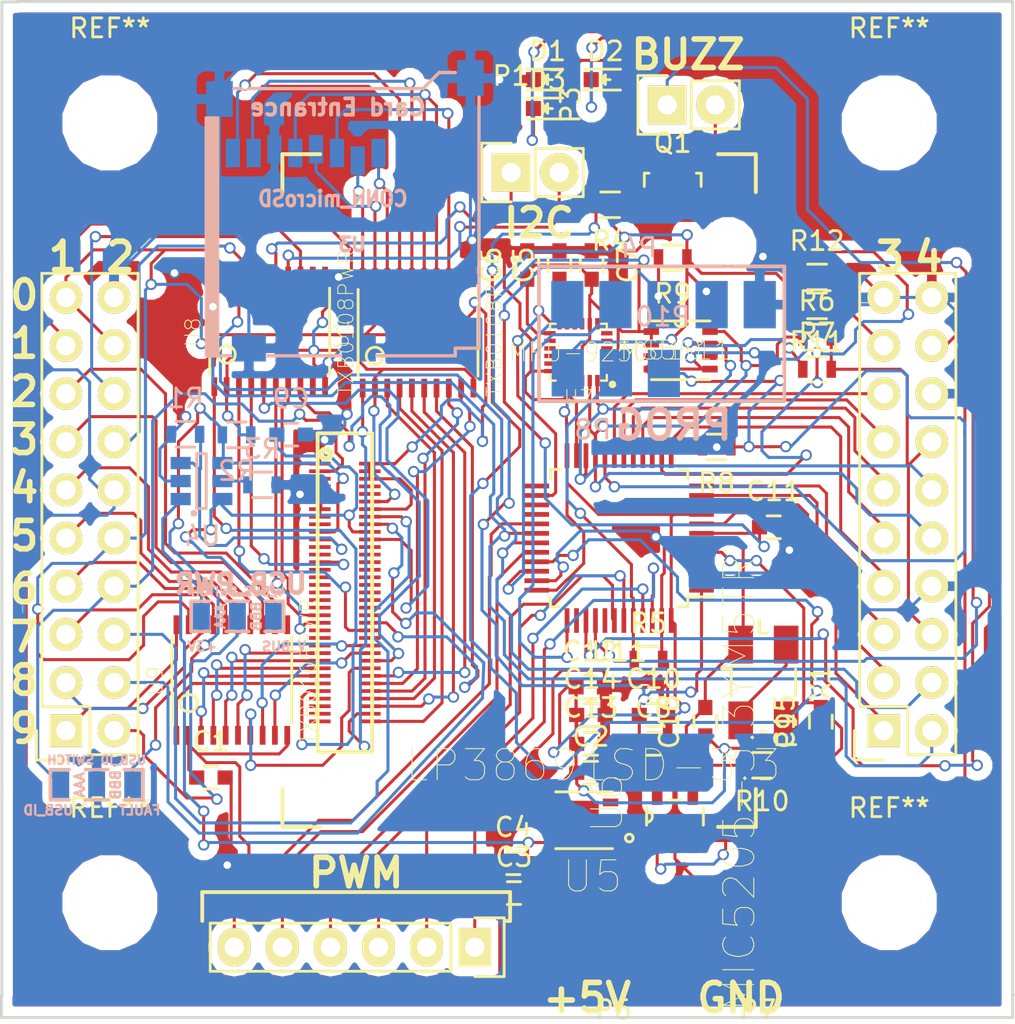
<source format=kicad_pcb>
(kicad_pcb (version 4) (host pcbnew 4.0.0-rc2-stable)
  (layers (0 F.Cu signal hide) (31 B.Cu signal hide) (34 B.Paste user) (35 F.Paste user) (36 B.SilkS user) (37 F.SilkS user) (38 B.Mask user hide) (39 F.Mask user) (44 Edge.Cuts user))
  (net 0 "")
  (net 1 GND)
  (net 2 VBAT)
  (net 3 SCL)
  (net 4 3.3V)
  (net 5 SDA)
  (net 6 5V)
  (net 7 1.8V)
  (net 8 "Net-(C5-Pad1)")
  (net 9 3.3V_SEN)
  (net 10 NRST)
  (net 11 OSC_IN)
  (net 12 OSC_OUT)
  (net 13 LED0)
  (net 14 LED1)
  (net 15 PWM1)
  (net 16 PWM2)
  (net 17 PWM3)
  (net 18 PWM4)
  (net 19 PWM5)
  (net 20 PWN6)
  (net 21 RC_CH1)
  (net 22 RC_CH2)
  (net 23 RC_CH3)
  (net 24 RC_CH4)
  (net 25 RC_CH5)
  (net 26 RC_CH6)
  (net 27 RC_CH7)
  (net 28 RC_CH8)
  (net 29 TXD)
  (net 30 RXD)
  (net 31 V_BUS)
  (net 32 USB_DN)
  (net 33 USB_DP)
  (net 34 USB_ID)
  (net 35 TX2)
  (net 36 RX2)
  (net 37 BOOT0)
  (net 38 "Net-(Q1-Pad1)")
  (net 39 PSW)
  (net 40 FAULT)
  (net 41 "Net-(R3-Pad2)")
  (net 42 BEEP)
  (net 43 POWER_ADC)
  (net 44 BOOT1)
  (net 45 SD_0_DA3)
  (net 46 SD_0_DAT2)
  (net 47 SD_0_DAT1)
  (net 48 SD_0_DAT0)
  (net 49 SD_0_CLK)
  (net 50 SD_CLK_FB)
  (net 51 SD_0_CMD)
  (net 52 "Net-(U1-Pad13)")
  (net 53 "Net-(U1-Pad14)")
  (net 54 "Net-(U1-Pad16)")
  (net 55 "Net-(U1-Pad17)")
  (net 56 "Net-(U1-Pad18)")
  (net 57 "Net-(U1-Pad20)")
  (net 58 SD_0_CD#)
  (net 59 EDI_TX2)
  (net 60 EDI_RX)
  (net 61 EDI_RX2)
  (net 62 EDI_TX)
  (net 63 MPU_INT)
  (net 64 "Net-(X1-Pad3)")
  (net 65 "Net-(U1-Pad12)")
  (net 66 "Net-(U2-Pad69)")
  (net 67 "Net-(U2-Pad67)")
  (net 68 EDI_CTS)
  (net 69 EDI_RTX)
  (net 70 GPIO10)
  (net 71 GPIO11)
  (net 72 GPIO12)
  (net 73 I2S_TXD)
  (net 74 GPIO13)
  (net 75 I2S_FS)
  (net 76 GPIO14)
  (net 77 I2S_CLK)
  (net 78 I2S_RXD)
  (net 79 EDI_SDA2)
  (net 80 GPIO9)
  (net 81 EDI_SCL2)
  (net 82 EDI_SDA1)
  (net 83 EDI_SCL1)
  (net 84 GPIO8)
  (net 85 EDI_PWM3)
  (net 86 EDI_PWM2)
  (net 87 EDI_PWM0)
  (net 88 "Net-(U2-Pad36)")
  (net 89 EDI_PWM1)
  (net 90 GPIO7)
  (net 91 "Net-(U2-Pad31)")
  (net 92 GPIO6)
  (net 93 GPIO5)
  (net 94 GPIO4)
  (net 95 GPIO2)
  (net 96 GPIO3)
  (net 97 "Net-(U2-Pad23)")
  (net 98 GPIO0)
  (net 99 "Net-(U2-Pad17)")
  (net 100 "Net-(U2-Pad10)")
  (net 101 "Net-(U2-Pad7)")
  (net 102 "Net-(U2-Pad8)")
  (net 103 "Net-(U9-Pad11)")
  (net 104 PRE_XCLR)
  (net 105 OSC32_IN)
  (net 106 OSC32_OUT)
  (net 107 ACC_INT2)
  (net 108 MAD_DRDY)
  (net 109 SWDIO)
  (net 110 SWDCLK)
  (net 111 "Net-(P1-Pad1)")
  (net 112 "Net-(P1-Pad2)")
  (net 113 "Net-(P3-Pad2)")
  (net 114 USB_POWER)
  (net 115 I2S_TXD2)
  (net 116 I2S_RXD2)
  (net 117 I2S_CLK2)
  (net 118 I2S_FS2)
  (net 119 SPI_RXD)
  (net 120 SPI_TXD)
  (net 121 SPI_CLK)
  (net 122 SPI_FS0)
  (net 123 SPI_FS1)
  (net 124 "Net-(U5-Pad3)")
  (net 125 "Net-(U5-Pad7)")
  (net 126 "Net-(U6-Pad4)")
  (net 127 "Net-(U7-Pad7)")
  (net 128 "Net-(U7-Pad9)")
  (net 129 "Net-(U7-Pad11)")
  (net 130 "Net-(U7-Pad21)")
  (net 131 "Net-(U8-Pad9)")
  (net 132 "Net-(U8-Pad12)")
  (net 133 "Net-(U10-Pad6)")
  (net 134 "Net-(U11-Pad27)")
  (net 135 "Net-(U11-Pad28)")
  (net 136 "Net-(U11-Pad38)")
  (net 137 "Net-(U11-Pad41)")
  (module Mounting_Holes:MountingHole_4mm (layer F.Cu) (at 130.5412 116.3188)
    (fp_text reference REF** (at 0 -5) (layer F.SilkS))
    (fp_text value MountingHole_4mm)
    (pad 1 np_thru_hole circle (at 0 0) (size 4 4) (drill 4) (layers *.Cu *.Mask F.SilkS))
  )
  (module Mounting_Holes:MountingHole_4mm (layer F.Cu) (at 171.6892 116.3188)
    (fp_text reference REF** (at 0 -5) (layer F.SilkS))
    (fp_text value MountingHole_4mm)
    (pad 1 np_thru_hole circle (at 0 0) (size 4 4) (drill 4) (layers *.Cu *.Mask F.SilkS))
  )
  (module Mounting_Holes:MountingHole_4mm (layer F.Cu) (at 171.6892 75.1708)
    (fp_text reference REF** (at 0 -5) (layer F.SilkS))
    (fp_text value MountingHole_4mm)
    (pad 1 np_thru_hole circle (at 0 0) (size 4 4) (drill 4) (layers *.Cu *.Mask F.SilkS))
  )
  (module Capacitors_SMD:C_0603 (layer F.Cu) (at 135.8752 109.7148)
    (fp_text reference C1 (at 0 -1.9) (layer F.SilkS))
    (fp_text value 0.1uF)
    (pad 1 smd rect (at -0.75 0) (size 0.8 0.75) (layers F.Cu F.Paste F.Mask) (net 7 1.8V))
    (pad 2 smd rect (at 0.75 0) (size 0.8 0.75) (layers F.Cu F.Paste F.Mask) (net 1 GND))
  )
  (module Capacitors_SMD:C_0603 (layer F.Cu) (at 155.9412 109.4608)
    (fp_text reference C2 (at 0 -1.9) (layer F.SilkS))
    (fp_text value 0.1uF)
    (pad 1 smd rect (at -0.75 0) (size 0.8 0.75) (layers F.Cu F.Paste F.Mask) (net 4 3.3V))
    (pad 2 smd rect (at 0.75 0) (size 0.8 0.75) (layers F.Cu F.Paste F.Mask) (net 1 GND))
  )
  (module Capacitors_SMD:C_0603 (layer F.Cu) (at 151.8772 115.8108)
    (fp_text reference C3 (at 0 -1.9) (layer F.SilkS))
    (fp_text value 1uF)
    (pad 1 smd rect (at -0.75 0) (size 0.8 0.75) (layers F.Cu F.Paste F.Mask) (net 1 GND))
    (pad 2 smd rect (at 0.75 0) (size 0.8 0.75) (layers F.Cu F.Paste F.Mask) (net 6 5V))
  )
  (module Capacitors_SMD:C_0603 (layer F.Cu) (at 151.841628 114.2378)
    (fp_text reference C4 (at 0 -1.9) (layer F.SilkS))
    (fp_text value 0.1uF)
    (pad 1 smd rect (at -0.75 0) (size 0.8 0.75) (layers F.Cu F.Paste F.Mask) (net 1 GND))
    (pad 2 smd rect (at 0.75 0) (size 0.8 0.75) (layers F.Cu F.Paste F.Mask) (net 6 5V))
  )
  (module Capacitors_SMD:C_0603 (layer F.Cu) (at 154.2792 82.6688 90)
    (fp_text reference C5 (at 0 -1.9 90) (layer F.SilkS))
    (fp_text value 0.1uF)
    (pad 1 smd rect (at -0.75 0 90) (size 0.8 0.75) (layers F.Cu F.Paste F.Mask) (net 8 "Net-(C5-Pad1)"))
    (pad 2 smd rect (at 0.75 0 90) (size 0.8 0.75) (layers F.Cu F.Paste F.Mask) (net 1 GND))
  )
  (module Capacitors_SMD:C_0603 (layer F.Cu) (at 152.5792 82.6688 90)
    (fp_text reference C6 (at 0 -1.9 90) (layer F.SilkS))
    (fp_text value 0.1uF)
    (pad 1 smd rect (at -0.75 0 90) (size 0.8 0.75) (layers F.Cu F.Paste F.Mask) (net 9 3.3V_SEN))
    (pad 2 smd rect (at 0.75 0 90) (size 0.8 0.75) (layers F.Cu F.Paste F.Mask) (net 1 GND))
  )
  (module Capacitors_SMD:C_0603 (layer F.Cu) (at 155.9792 82.6688 270)
    (fp_text reference C7 (at 0 -1.9 270) (layer F.SilkS))
    (fp_text value 10nF)
    (pad 1 smd rect (at -0.75 0 270) (size 0.8 0.75) (layers F.Cu F.Paste F.Mask) (net 1 GND))
    (pad 2 smd rect (at 0.75 0 270) (size 0.8 0.75) (layers F.Cu F.Paste F.Mask) (net 9 3.3V_SEN))
  )
  (module Capacitors_SMD:C_0603 (layer F.Cu) (at 159.2432 107.9368)
    (fp_text reference C8 (at 0 -1.9) (layer F.SilkS))
    (fp_text value 10uF)
    (pad 1 smd rect (at -0.75 0) (size 0.8 0.75) (layers F.Cu F.Paste F.Mask) (net 9 3.3V_SEN))
    (pad 2 smd rect (at 0.75 0) (size 0.8 0.75) (layers F.Cu F.Paste F.Mask) (net 1 GND))
  )
  (module Capacitors_SMD:C_0603 (layer B.Cu) (at 140.1092 91.6188 180)
    (fp_text reference C9 (at 0 1.9 180) (layer B.SilkS) (effects (justify mirror)))
    (fp_text value 2.2uF)
    (pad 1 smd rect (at -0.75 0 180) (size 0.8 0.75) (layers B.Cu B.Paste B.Mask) (net 1 GND))
    (pad 2 smd rect (at 0.75 0 180) (size 0.8 0.75) (layers B.Cu B.Paste B.Mask) (net 31 V_BUS))
  )
  (module Capacitors_SMD:C_0603 (layer F.Cu) (at 159.2432 106.4128)
    (fp_text reference C10 (at 0 -1.9) (layer F.SilkS))
    (fp_text value 0.1uF)
    (pad 1 smd rect (at -0.75 0) (size 0.8 0.75) (layers F.Cu F.Paste F.Mask) (net 9 3.3V_SEN))
    (pad 2 smd rect (at 0.75 0) (size 0.8 0.75) (layers F.Cu F.Paste F.Mask) (net 1 GND))
  )
  (module Capacitors_SMD:C_0603 (layer F.Cu) (at 165.5932 96.5068)
    (fp_text reference C11 (at 0 -1.9) (layer F.SilkS))
    (fp_text value 0.1uF)
    (pad 1 smd rect (at -0.75 0) (size 0.8 0.75) (layers F.Cu F.Paste F.Mask) (net 10 NRST))
    (pad 2 smd rect (at 0.75 0) (size 0.8 0.75) (layers F.Cu F.Paste F.Mask) (net 1 GND))
  )
  (module Capacitors_SMD:C_0603 (layer F.Cu) (at 155.9052 104.9528)
    (fp_text reference C12 (at 0 -1.9) (layer F.SilkS))
    (fp_text value 0.1uF)
    (pad 1 smd rect (at -0.75 0) (size 0.8 0.75) (layers F.Cu F.Paste F.Mask) (net 4 3.3V))
    (pad 2 smd rect (at 0.75 0) (size 0.8 0.75) (layers F.Cu F.Paste F.Mask) (net 1 GND))
  )
  (module Capacitors_SMD:C_0603 (layer F.Cu) (at 155.9412 107.9368)
    (fp_text reference C13 (at 0 -1.9) (layer F.SilkS))
    (fp_text value 10nF)
    (pad 1 smd rect (at -0.75 0) (size 0.8 0.75) (layers F.Cu F.Paste F.Mask) (net 4 3.3V))
    (pad 2 smd rect (at 0.75 0) (size 0.8 0.75) (layers F.Cu F.Paste F.Mask) (net 1 GND))
  )
  (module Capacitors_SMD:C_0603 (layer F.Cu) (at 155.9412 106.4128)
    (fp_text reference C14 (at 0 -1.9) (layer F.SilkS))
    (fp_text value 0.1uF)
    (pad 1 smd rect (at -0.75 0) (size 0.8 0.75) (layers F.Cu F.Paste F.Mask) (net 4 3.3V))
    (pad 2 smd rect (at 0.75 0) (size 0.8 0.75) (layers F.Cu F.Paste F.Mask) (net 1 GND))
  )
  (module Capacitors_SMD:C_0603 (layer F.Cu) (at 168.0792 106.7688 90)
    (fp_text reference C15 (at 0 -1.9 90) (layer F.SilkS))
    (fp_text value 27pF)
    (pad 1 smd rect (at -0.75 0 90) (size 0.8 0.75) (layers F.Cu F.Paste F.Mask) (net 4 3.3V))
    (pad 2 smd rect (at 0.75 0 90) (size 0.8 0.75) (layers F.Cu F.Paste F.Mask) (net 11 OSC_IN))
  )
  (module Capacitors_SMD:C_0603 (layer F.Cu) (at 161.9792 106.7688 90)
    (fp_text reference C16 (at 0 -1.9 90) (layer F.SilkS))
    (fp_text value 27pF)
    (pad 1 smd rect (at -0.75 0 90) (size 0.8 0.75) (layers F.Cu F.Paste F.Mask) (net 4 3.3V))
    (pad 2 smd rect (at 0.75 0 90) (size 0.8 0.75) (layers F.Cu F.Paste F.Mask) (net 12 OSC_OUT))
  )
  (module LEDs:LED_0603 (layer F.Cu) (at 153.6552 72.8848)
    (fp_text reference D1 (at 0 -1.5) (layer F.SilkS))
    (fp_text value RED)
    (pad 2 smd rect (at 0.7493 0 180) (size 0.79756 0.79756) (layers F.Cu F.Paste F.Mask) (net 4 3.3V))
    (pad 1 smd rect (at -0.7493 0 180) (size 0.79756 0.79756) (layers F.Cu F.Paste F.Mask) (net 1 GND))
  )
  (module LEDs:LED_0603 (layer F.Cu) (at 156.7032 72.8848)
    (fp_text reference D2 (at 0 -1.5) (layer F.SilkS))
    (fp_text value GREEN)
    (pad 2 smd rect (at 0.7493 0 180) (size 0.79756 0.79756) (layers F.Cu F.Paste F.Mask) (net 4 3.3V))
    (pad 1 smd rect (at -0.7493 0 180) (size 0.79756 0.79756) (layers F.Cu F.Paste F.Mask) (net 13 LED0))
  )
  (module LEDs:LED_0603 (layer F.Cu) (at 153.6552 74.4088)
    (fp_text reference D3 (at 0 -1.5) (layer F.SilkS))
    (fp_text value YELLOW)
    (pad 2 smd rect (at 0.7493 0 180) (size 0.79756 0.79756) (layers F.Cu F.Paste F.Mask) (net 4 3.3V))
    (pad 1 smd rect (at -0.7493 0 180) (size 0.79756 0.79756) (layers F.Cu F.Paste F.Mask) (net 14 LED1))
  )
  (module Socket_Strips:Socket_Strip_Straight_2x10 (layer F.Cu) (at 128.2192 107.2388 90)
    (fp_text reference P2 (at 0 -5.1 90) (layer F.SilkS))
    (fp_text value EDI_GPIO)
    (pad 1 thru_hole rect (at 0 0 90) (size 1.7272 1.7272) (drill 1.016) (layers *.Cu *.Mask F.SilkS) (net 119 SPI_RXD))
    (pad 2 thru_hole oval (at 0 2.54 90) (size 1.7272 1.7272) (drill 1.016) (layers *.Cu *.Mask F.SilkS) (net 114 USB_POWER))
    (pad 3 thru_hole oval (at 2.54 0 90) (size 1.7272 1.7272) (drill 1.016) (layers *.Cu *.Mask F.SilkS) (net 120 SPI_TXD))
    (pad 4 thru_hole oval (at 2.54 2.54 90) (size 1.7272 1.7272) (drill 1.016) (layers *.Cu *.Mask F.SilkS) (net 32 USB_DN))
    (pad 5 thru_hole oval (at 5.08 0 90) (size 1.7272 1.7272) (drill 1.016) (layers *.Cu *.Mask F.SilkS) (net 121 SPI_CLK))
    (pad 6 thru_hole oval (at 5.08 2.54 90) (size 1.7272 1.7272) (drill 1.016) (layers *.Cu *.Mask F.SilkS) (net 33 USB_DP))
    (pad 7 thru_hole oval (at 7.62 0 90) (size 1.7272 1.7272) (drill 1.016) (layers *.Cu *.Mask F.SilkS) (net 122 SPI_FS0))
    (pad 8 thru_hole oval (at 7.62 2.54 90) (size 1.7272 1.7272) (drill 1.016) (layers *.Cu *.Mask F.SilkS) (net 34 USB_ID))
    (pad 9 thru_hole oval (at 10.16 0 90) (size 1.7272 1.7272) (drill 1.016) (layers *.Cu *.Mask F.SilkS) (net 123 SPI_FS1))
    (pad 10 thru_hole oval (at 10.16 2.54 90) (size 1.7272 1.7272) (drill 1.016) (layers *.Cu *.Mask F.SilkS) (net 4 3.3V))
    (pad 11 thru_hole oval (at 12.7 0 90) (size 1.7272 1.7272) (drill 1.016) (layers *.Cu *.Mask F.SilkS) (net 115 I2S_TXD2))
    (pad 12 thru_hole oval (at 12.7 2.54 90) (size 1.7272 1.7272) (drill 1.016) (layers *.Cu *.Mask F.SilkS) (net 1 GND))
    (pad 13 thru_hole oval (at 15.24 0 90) (size 1.7272 1.7272) (drill 1.016) (layers *.Cu *.Mask F.SilkS) (net 116 I2S_RXD2))
    (pad 14 thru_hole oval (at 15.24 2.54 90) (size 1.7272 1.7272) (drill 1.016) (layers *.Cu *.Mask F.SilkS) (net 35 TX2))
    (pad 15 thru_hole oval (at 17.78 0 90) (size 1.7272 1.7272) (drill 1.016) (layers *.Cu *.Mask F.SilkS) (net 117 I2S_CLK2))
    (pad 16 thru_hole oval (at 17.78 2.54 90) (size 1.7272 1.7272) (drill 1.016) (layers *.Cu *.Mask F.SilkS) (net 36 RX2))
    (pad 17 thru_hole oval (at 20.32 0 90) (size 1.7272 1.7272) (drill 1.016) (layers *.Cu *.Mask F.SilkS) (net 118 I2S_FS2))
    (pad 18 thru_hole oval (at 20.32 2.54 90) (size 1.7272 1.7272) (drill 1.016) (layers *.Cu *.Mask F.SilkS) (net 4 3.3V))
    (pad 19 thru_hole oval (at 22.86 0 90) (size 1.7272 1.7272) (drill 1.016) (layers *.Cu *.Mask F.SilkS) (net 4 3.3V))
    (pad 20 thru_hole oval (at 22.86 2.54 90) (size 1.7272 1.7272) (drill 1.016) (layers *.Cu *.Mask F.SilkS) (net 1 GND))
  )
  (module Pin_Headers:Pin_Header_Straight_1x02 (layer F.Cu) (at 159.9692 74.2188 90)
    (fp_text reference P3 (at 0 -5.1 90) (layer F.SilkS))
    (fp_text value BUZZER)
    (pad 1 thru_hole rect (at 0 0 90) (size 2.032 2.032) (drill 1.016) (layers *.Cu *.Mask F.SilkS) (net 6 5V))
    (pad 2 thru_hole oval (at 0 2.54 90) (size 2.032 2.032) (drill 1.016) (layers *.Cu *.Mask F.SilkS) (net 113 "Net-(P3-Pad2)"))
  )
  (module EdiCopter:PAD1X5 (layer B.Cu) (at 158.75508 82.53476)
    (fp_text reference P4 (at -0.3 -0.775) (layer B.SilkS) (effects (justify mirror)))
    (fp_text value PROG)
    (pad 5 smd rect (at 6.1 2.225) (size 1.7 2.5) (layers B.Cu B.Paste B.Mask) (net 1 GND))
    (pad 1 smd rect (at -4.06 2.225) (size 1.7 2.5) (layers B.Cu B.Paste B.Mask) (net 109 SWDIO))
    (pad 4 smd rect (at 3.56 2.225) (size 1.7 2.5) (layers B.Cu B.Paste B.Mask) (net 4 3.3V))
    (pad 3 smd rect (at 1.02 2.225) (size 1.7 2.5) (layers B.Cu B.Paste B.Mask) (net 10 NRST))
    (pad 2 smd rect (at -1.52 2.225) (size 1.7 2.5) (layers B.Cu B.Paste B.Mask) (net 110 SWDCLK))
  )
  (module Socket_Strips:Socket_Strip_Straight_1x06 (layer F.Cu) (at 149.8092 118.6688 180)
    (fp_text reference P5 (at 0 -5.1 180) (layer F.SilkS))
    (fp_text value MCU_PWM)
    (pad 1 thru_hole rect (at 0 0 180) (size 1.7272 2.032) (drill 1.016) (layers *.Cu *.Mask F.SilkS) (net 20 PWN6))
    (pad 2 thru_hole oval (at 2.54 0 180) (size 1.7272 2.032) (drill 1.016) (layers *.Cu *.Mask F.SilkS) (net 19 PWM5))
    (pad 3 thru_hole oval (at 5.08 0 180) (size 1.7272 2.032) (drill 1.016) (layers *.Cu *.Mask F.SilkS) (net 18 PWM4))
    (pad 4 thru_hole oval (at 7.62 0 180) (size 1.7272 2.032) (drill 1.016) (layers *.Cu *.Mask F.SilkS) (net 17 PWM3))
    (pad 5 thru_hole oval (at 10.16 0 180) (size 1.7272 2.032) (drill 1.016) (layers *.Cu *.Mask F.SilkS) (net 16 PWM2))
    (pad 6 thru_hole oval (at 12.7 0 180) (size 1.7272 2.032) (drill 1.016) (layers *.Cu *.Mask F.SilkS) (net 15 PWM1))
  )
  (module EdiCopter:PADBIG (layer F.Cu) (at 157.4292 121.2088)
    (fp_text reference P6 (at -0.3 0.775) (layer F.SilkS))
    (fp_text value 5V)
    (pad 1 smd rect (at -1.27 -3.81) (size 5 5) (layers F.Cu F.Paste F.Mask) (net 6 5V))
  )
  (module EdiCopter:PADBIG (layer F.Cu) (at 165.0492 121.2088)
    (fp_text reference P7 (at -0.3 0.775) (layer F.SilkS))
    (fp_text value GND)
    (pad 1 smd rect (at -1.27 -3.81) (size 5 5) (layers F.Cu F.Paste F.Mask) (net 1 GND))
  )
  (module EdiCopter:PAD1X2 (layer B.Cu) (at 155.73756 90.58148 180)
    (fp_text reference P8 (at -0.3 -0.775 180) (layer B.SilkS) (effects (justify mirror)))
    (fp_text value BOOT0)
    (pad 1 smd rect (at -1.52 2.225 180) (size 1.7 2.5) (layers B.Cu B.Paste B.Mask) (net 37 BOOT0))
    (pad 2 smd rect (at 1.02 2.225 180) (size 1.7 2.5) (layers B.Cu B.Paste B.Mask) (net 4 3.3V))
  )
  (module Socket_Strips:Socket_Strip_Straight_2x10 (layer F.Cu) (at 171.3992 107.2388 90)
    (fp_text reference P9 (at 0 -5.1 90) (layer F.SilkS))
    (fp_text value MCU_GPIO)
    (pad 1 thru_hole rect (at 0 0 90) (size 1.7272 1.7272) (drill 1.016) (layers *.Cu *.Mask F.SilkS) (net 21 RC_CH1))
    (pad 2 thru_hole oval (at 0 2.54 90) (size 1.7272 1.7272) (drill 1.016) (layers *.Cu *.Mask F.SilkS) (net 29 TXD))
    (pad 3 thru_hole oval (at 2.54 0 90) (size 1.7272 1.7272) (drill 1.016) (layers *.Cu *.Mask F.SilkS) (net 22 RC_CH2))
    (pad 4 thru_hole oval (at 2.54 2.54 90) (size 1.7272 1.7272) (drill 1.016) (layers *.Cu *.Mask F.SilkS) (net 30 RXD))
    (pad 5 thru_hole oval (at 5.08 0 90) (size 1.7272 1.7272) (drill 1.016) (layers *.Cu *.Mask F.SilkS) (net 23 RC_CH3))
    (pad 6 thru_hole oval (at 5.08 2.54 90) (size 1.7272 1.7272) (drill 1.016) (layers *.Cu *.Mask F.SilkS) (net 4 3.3V))
    (pad 7 thru_hole oval (at 7.62 0 90) (size 1.7272 1.7272) (drill 1.016) (layers *.Cu *.Mask F.SilkS) (net 24 RC_CH4))
    (pad 8 thru_hole oval (at 7.62 2.54 90) (size 1.7272 1.7272) (drill 1.016) (layers *.Cu *.Mask F.SilkS) (net 1 GND))
    (pad 9 thru_hole oval (at 10.16 0 90) (size 1.7272 1.7272) (drill 1.016) (layers *.Cu *.Mask F.SilkS) (net 25 RC_CH5))
    (pad 10 thru_hole oval (at 10.16 2.54 90) (size 1.7272 1.7272) (drill 1.016) (layers *.Cu *.Mask F.SilkS) (net 3 SCL))
    (pad 11 thru_hole oval (at 12.7 0 90) (size 1.7272 1.7272) (drill 1.016) (layers *.Cu *.Mask F.SilkS) (net 26 RC_CH6))
    (pad 12 thru_hole oval (at 12.7 2.54 90) (size 1.7272 1.7272) (drill 1.016) (layers *.Cu *.Mask F.SilkS) (net 5 SDA))
    (pad 13 thru_hole oval (at 15.24 0 90) (size 1.7272 1.7272) (drill 1.016) (layers *.Cu *.Mask F.SilkS) (net 27 RC_CH7))
    (pad 14 thru_hole oval (at 15.24 2.54 90) (size 1.7272 1.7272) (drill 1.016) (layers *.Cu *.Mask F.SilkS) (net 4 3.3V))
    (pad 15 thru_hole oval (at 17.78 0 90) (size 1.7272 1.7272) (drill 1.016) (layers *.Cu *.Mask F.SilkS) (net 28 RC_CH8))
    (pad 16 thru_hole oval (at 17.78 2.54 90) (size 1.7272 1.7272) (drill 1.016) (layers *.Cu *.Mask F.SilkS) (net 1 GND))
    (pad 17 thru_hole oval (at 20.32 0 90) (size 1.7272 1.7272) (drill 1.016) (layers *.Cu *.Mask F.SilkS) (net 2 VBAT))
    (pad 18 thru_hole oval (at 20.32 2.54 90) (size 1.7272 1.7272) (drill 1.016) (layers *.Cu *.Mask F.SilkS) (net 6 5V))
    (pad 19 thru_hole oval (at 22.86 0 90) (size 1.7272 1.7272) (drill 1.016) (layers *.Cu *.Mask F.SilkS) (net 1 GND))
    (pad 20 thru_hole oval (at 22.86 2.54 90) (size 1.7272 1.7272) (drill 1.016) (layers *.Cu *.Mask F.SilkS) (net 1 GND))
  )
  (module EdiCopter:PAD1 (layer B.Cu) (at 160.04032 86.16696)
    (fp_text reference P10 (at -0.3 -0.775) (layer B.SilkS) (effects (justify mirror)))
    (fp_text value BOOT1)
    (pad 1 smd rect (at -0.25 2.225) (size 1.7 2.5) (layers B.Cu B.Paste B.Mask) (net 44 BOOT1))
  )
  (module TO_SOT_Packages_SMD:SOT-23 (layer F.Cu) (at 160.2592 78.4728)
    (fp_text reference Q1 (at 0 -2.25) (layer F.SilkS))
    (fp_text value MMBT3906)
    (pad 1 smd rect (at -0.95 1.00076) (size 0.8001 0.8001) (layers F.Cu F.Paste F.Mask) (net 38 "Net-(Q1-Pad1)"))
    (pad 2 smd rect (at 0.95 1.00076) (size 0.8001 0.8001) (layers F.Cu F.Paste F.Mask) (net 113 "Net-(P3-Pad2)"))
    (pad 3 smd rect (at 0 -0.99822) (size 0.8001 0.8001) (layers F.Cu F.Paste F.Mask) (net 1 GND))
  )
  (module Resistors_SMD:R_0603 (layer B.Cu) (at 134.5292 91.5988 180)
    (fp_text reference R1 (at 0 1.9 180) (layer B.SilkS) (effects (justify mirror)))
    (fp_text value 100K)
    (pad 1 smd rect (at -0.75 0 180) (size 0.5 0.9) (layers B.Cu B.Paste B.Mask) (net 39 PSW))
    (pad 2 smd rect (at 0.75 0 180) (size 0.5 0.9) (layers B.Cu B.Paste B.Mask) (net 1 GND))
  )
  (module Resistors_SMD:R_0603 (layer B.Cu) (at 137.2292 91.6288)
    (fp_text reference R2 (at 0 1.9) (layer B.SilkS) (effects (justify mirror)))
    (fp_text value 10K)
    (pad 1 smd rect (at -0.75 0) (size 0.5 0.9) (layers B.Cu B.Paste B.Mask) (net 40 FAULT))
    (pad 2 smd rect (at 0.75 0) (size 0.5 0.9) (layers B.Cu B.Paste B.Mask) (net 7 1.8V))
  )
  (module Resistors_SMD:R_0603 (layer B.Cu) (at 138.5792 94.2688 180)
    (fp_text reference R3 (at 0 1.9 180) (layer B.SilkS) (effects (justify mirror)))
    (fp_text value 536)
    (pad 1 smd rect (at -0.75 0 180) (size 0.5 0.9) (layers B.Cu B.Paste B.Mask) (net 1 GND))
    (pad 2 smd rect (at 0.75 0 180) (size 0.5 0.9) (layers B.Cu B.Paste B.Mask) (net 41 "Net-(R3-Pad2)"))
  )
  (module Resistors_SMD:R_0603 (layer F.Cu) (at 156.9572 79.4888 180)
    (fp_text reference R4 (at 0 -1.9 180) (layer F.SilkS))
    (fp_text value 100R)
    (pad 1 smd rect (at -0.75 0 180) (size 0.5 0.9) (layers F.Cu F.Paste F.Mask) (net 38 "Net-(Q1-Pad1)"))
    (pad 2 smd rect (at 0.75 0 180) (size 0.5 0.9) (layers F.Cu F.Paste F.Mask) (net 42 BEEP))
  )
  (module Resistors_SMD:R_0603 (layer F.Cu) (at 158.9792 103.4688)
    (fp_text reference R5 (at 0 -1.9) (layer F.SilkS))
    (fp_text value 1K)
    (pad 1 smd rect (at -0.75 0) (size 0.5 0.9) (layers F.Cu F.Paste F.Mask) (net 37 BOOT0))
    (pad 2 smd rect (at 0.75 0) (size 0.5 0.9) (layers F.Cu F.Paste F.Mask) (net 1 GND))
  )
  (module Resistors_SMD:R_0603 (layer F.Cu) (at 167.8792 86.4688)
    (fp_text reference R6 (at 0 -1.9) (layer F.SilkS))
    (fp_text value 1K)
    (pad 1 smd rect (at -0.75 0) (size 0.5 0.9) (layers F.Cu F.Paste F.Mask) (net 3 SCL))
    (pad 2 smd rect (at 0.75 0) (size 0.5 0.9) (layers F.Cu F.Paste F.Mask) (net 4 3.3V))
  )
  (module Resistors_SMD:R_0603 (layer F.Cu) (at 167.8792 88.1688)
    (fp_text reference R7 (at 0 -1.9) (layer F.SilkS))
    (fp_text value 1K)
    (pad 1 smd rect (at -0.75 0) (size 0.5 0.9) (layers F.Cu F.Paste F.Mask) (net 5 SDA))
    (pad 2 smd rect (at 0.75 0) (size 0.5 0.9) (layers F.Cu F.Paste F.Mask) (net 4 3.3V))
  )
  (module Resistors_SMD:R_0603 (layer F.Cu) (at 162.5792 92.2688 180)
    (fp_text reference R8 (at 0 -1.9 180) (layer F.SilkS))
    (fp_text value 1K)
    (pad 1 smd rect (at -0.75 0 180) (size 0.5 0.9) (layers F.Cu F.Paste F.Mask) (net 44 BOOT1))
    (pad 2 smd rect (at 0.75 0 180) (size 0.5 0.9) (layers F.Cu F.Paste F.Mask) (net 1 GND))
  )
  (module Resistors_SMD:R_0603 (layer F.Cu) (at 160.2592 82.2828 180)
    (fp_text reference R9 (at 0 -1.9 180) (layer F.SilkS))
    (fp_text value 10K)
    (pad 1 smd rect (at -0.75 0 180) (size 0.5 0.9) (layers F.Cu F.Paste F.Mask) (net 4 3.3V))
    (pad 2 smd rect (at 0.75 0 180) (size 0.5 0.9) (layers F.Cu F.Paste F.Mask) (net 10 NRST))
  )
  (module Resistors_SMD:R_0603 (layer F.Cu) (at 164.9792 109.0688 180)
    (fp_text reference R10 (at 0 -1.9 180) (layer F.SilkS))
    (fp_text value 1M)
    (pad 1 smd rect (at -0.75 0 180) (size 0.5 0.9) (layers F.Cu F.Paste F.Mask) (net 11 OSC_IN))
    (pad 2 smd rect (at 0.75 0 180) (size 0.5 0.9) (layers F.Cu F.Paste F.Mask) (net 12 OSC_OUT))
  )
  (module Resistors_SMD:R_0603 (layer F.Cu) (at 167.8792 84.8228 180)
    (fp_text reference R11 (at 0 -1.9 180) (layer F.SilkS))
    (fp_text value 10k)
    (pad 1 smd rect (at -0.75 0 180) (size 0.5 0.9) (layers F.Cu F.Paste F.Mask) (net 2 VBAT))
    (pad 2 smd rect (at 0.75 0 180) (size 0.5 0.9) (layers F.Cu F.Paste F.Mask) (net 43 POWER_ADC))
  )
  (module Resistors_SMD:R_0603 (layer F.Cu) (at 167.8792 83.2988)
    (fp_text reference R12 (at 0 -1.9) (layer F.SilkS))
    (fp_text value 1K)
    (pad 1 smd rect (at -0.75 0) (size 0.5 0.9) (layers F.Cu F.Paste F.Mask) (net 43 POWER_ADC))
    (pad 2 smd rect (at 0.75 0) (size 0.5 0.9) (layers F.Cu F.Paste F.Mask) (net 1 GND))
  )
  (module TXB0108PWR:TSSOP20 (layer F.Cu) (at 146.812 86.2457)
    (fp_text reference U1 (at -4.0536 0.0508 90) (layer F.SilkS) (effects (font (size 0.8 0.8) (thickness 0.05))))
    (fp_text value TXB0108PWR (at 4.0282 -0.4572 90) (layer F.SilkS) (effects (font (size 0.8 0.8) (thickness 0.05))))
    (pad 1 smd rect (at -2.925 2.9178) (size 0.3048 0.9906) (layers F.Cu F.Paste F.Mask) (net 45 SD_0_DA3))
    (pad 2 smd rect (at -2.275 2.9178) (size 0.3048 0.9906) (layers F.Cu F.Paste F.Mask) (net 7 1.8V))
    (pad 3 smd rect (at -1.625 2.9178) (size 0.3048 0.9906) (layers F.Cu F.Paste F.Mask) (net 46 SD_0_DAT2))
    (pad 4 smd rect (at -0.975 2.9178) (size 0.3048 0.9906) (layers F.Cu F.Paste F.Mask) (net 47 SD_0_DAT1))
    (pad 5 smd rect (at -0.325 2.9178) (size 0.3048 0.9906) (layers F.Cu F.Paste F.Mask) (net 48 SD_0_DAT0))
    (pad 6 smd rect (at 0.325 2.9178) (size 0.3048 0.9906) (layers F.Cu F.Paste F.Mask) (net 49 SD_0_CLK))
    (pad 7 smd rect (at 0.975 2.9178) (size 0.3048 0.9906) (layers F.Cu F.Paste F.Mask) (net 50 SD_CLK_FB))
    (pad 8 smd rect (at 1.625 2.9178) (size 0.3048 0.9906) (layers F.Cu F.Paste F.Mask) (net 51 SD_0_CMD))
    (pad 13 smd rect (at 1.625 -2.9178) (size 0.3048 0.9906) (layers F.Cu F.Paste F.Mask) (net 52 "Net-(U1-Pad13)"))
    (pad 14 smd rect (at 0.975 -2.9178) (size 0.3048 0.9906) (layers F.Cu F.Paste F.Mask) (net 53 "Net-(U1-Pad14)"))
    (pad 15 smd rect (at 0.325 -2.9178) (size 0.3048 0.9906) (layers F.Cu F.Paste F.Mask) (net 53 "Net-(U1-Pad14)"))
    (pad 16 smd rect (at -0.325 -2.9178) (size 0.3048 0.9906) (layers F.Cu F.Paste F.Mask) (net 54 "Net-(U1-Pad16)"))
    (pad 17 smd rect (at -0.975 -2.9178) (size 0.3048 0.9906) (layers F.Cu F.Paste F.Mask) (net 55 "Net-(U1-Pad17)"))
    (pad 18 smd rect (at -1.625 -2.9178) (size 0.3048 0.9906) (layers F.Cu F.Paste F.Mask) (net 56 "Net-(U1-Pad18)"))
    (pad 19 smd rect (at -2.275 -2.9178) (size 0.3048 0.9906) (layers F.Cu F.Paste F.Mask) (net 4 3.3V))
    (pad 20 smd rect (at -2.925 -2.9178) (size 0.3048 0.9906) (layers F.Cu F.Paste F.Mask) (net 57 "Net-(U1-Pad20)"))
    (pad 9 smd rect (at 2.275 2.9178) (size 0.3048 0.9906) (layers F.Cu F.Paste F.Mask) (net 58 SD_0_CD#))
    (pad 10 smd rect (at 2.925 2.9178) (size 0.3048 0.9906) (layers F.Cu F.Paste F.Mask) (net 7 1.8V))
    (pad 12 smd rect (at 2.275 -2.9178) (size 0.3048 0.9906) (layers F.Cu F.Paste F.Mask) (net 65 "Net-(U1-Pad12)"))
    (pad 11 smd rect (at 2.925 -2.9178) (size 0.3048 0.9906) (layers F.Cu F.Paste F.Mask) (net 1 GND))
  )
  (module Edison:EDISON_DAUGHTER (layer F.Cu) (at 139.6492 112.3188)
    (fp_text reference U2)
    (fp_text value EdisonConnector hide)
    (pad Hole np_thru_hole circle (at 23.52802 -30.66796) (size 1.99898 1.99898) (drill 1.99898) (layers *.Cu *.Mask F.SilkS))
    (pad Hole np_thru_hole circle (at 2.92862 -1.97866) (size 1.99898 1.99898) (drill 1.99898) (layers *.Cu *.Mask F.SilkS))
    (pad 69 smd rect (at 1.97866 -5.56768 90) (size 0.19812 1.13792) (layers F.Cu F.Paste F.Mask) (net 66 "Net-(U2-Pad69)"))
    (pad 70 smd rect (at 4.61772 -5.56768 90) (size 0.19812 1.13792) (layers F.Cu F.Paste F.Mask) (net 47 SD_0_DAT1))
    (pad 67 smd rect (at 1.97866 -5.969 90) (size 0.19812 1.13792) (layers F.Cu F.Paste F.Mask) (net 67 "Net-(U2-Pad67)"))
    (pad 68 smd rect (at 4.61772 -5.969 90) (size 0.19812 1.13792) (layers F.Cu F.Paste F.Mask) (net 45 SD_0_DA3))
    (pad 65 smd rect (at 1.97866 -6.36778 90) (size 0.19812 1.13792) (layers F.Cu F.Paste F.Mask) (net 68 EDI_CTS))
    (pad 66 smd rect (at 4.61772 -6.36778 90) (size 0.19812 1.13792) (layers F.Cu F.Paste F.Mask) (net 48 SD_0_DAT0))
    (pad 63 smd rect (at 1.97866 -6.7691 90) (size 0.19812 1.13792) (layers F.Cu F.Paste F.Mask) (net 69 EDI_RTX))
    (pad 64 smd rect (at 4.61772 -6.7691 90) (size 0.19812 1.13792) (layers F.Cu F.Paste F.Mask) (net 46 SD_0_DAT2))
    (pad 61 smd rect (at 1.97866 -7.16788 90) (size 0.19812 1.13792) (layers F.Cu F.Paste F.Mask) (net 60 EDI_RX))
    (pad 62 smd rect (at 4.61772 -7.16788 90) (size 0.19812 1.13792) (layers F.Cu F.Paste F.Mask) (net 51 SD_0_CMD))
    (pad 59 smd rect (at 1.97866 -7.5692 90) (size 0.19812 1.13792) (layers F.Cu F.Paste F.Mask) (net 70 GPIO10))
    (pad 60 smd rect (at 4.61772 -7.5692 90) (size 0.19812 1.13792) (layers F.Cu F.Paste F.Mask) (net 58 SD_0_CD#))
    (pad 57 smd rect (at 1.97866 -7.96798 90) (size 0.19812 1.13792) (layers F.Cu F.Paste F.Mask) (net 71 GPIO11))
    (pad 58 smd rect (at 4.61772 -7.96798 90) (size 0.19812 1.13792) (layers F.Cu F.Paste F.Mask) (net 49 SD_0_CLK))
    (pad 55 smd rect (at 1.97866 -8.3693 90) (size 0.19812 1.13792) (layers F.Cu F.Paste F.Mask) (net 72 GPIO12))
    (pad 56 smd rect (at 4.61772 -8.3693 90) (size 0.19812 1.13792) (layers F.Cu F.Paste F.Mask) (net 73 I2S_TXD))
    (pad 53 smd rect (at 1.97866 -8.76808 90) (size 0.19812 1.13792) (layers F.Cu F.Paste F.Mask) (net 74 GPIO13))
    (pad 54 smd rect (at 4.61772 -8.76808 90) (size 0.19812 1.13792) (layers F.Cu F.Paste F.Mask) (net 75 I2S_FS))
    (pad 51 smd rect (at 1.97866 -9.1694 90) (size 0.19812 1.13792) (layers F.Cu F.Paste F.Mask) (net 76 GPIO14))
    (pad 52 smd rect (at 4.61772 -9.1694 90) (size 0.19812 1.13792) (layers F.Cu F.Paste F.Mask) (net 77 I2S_CLK))
    (pad 49 smd rect (at 1.97866 -9.56818 90) (size 0.19812 1.13792) (layers F.Cu F.Paste F.Mask))
    (pad 50 smd rect (at 4.61772 -9.56818 90) (size 0.19812 1.13792) (layers F.Cu F.Paste F.Mask) (net 78 I2S_RXD))
    (pad 47 smd rect (at 1.97866 -9.9695 90) (size 0.19812 1.13792) (layers F.Cu F.Paste F.Mask) (net 79 EDI_SDA2))
    (pad 48 smd rect (at 4.61772 -9.9695 90) (size 0.19812 1.13792) (layers F.Cu F.Paste F.Mask) (net 80 GPIO9))
    (pad 45 smd rect (at 1.97866 -10.36828 90) (size 0.19812 1.13792) (layers F.Cu F.Paste F.Mask) (net 81 EDI_SCL2))
    (pad 46 smd rect (at 4.61772 -10.36828 90) (size 0.19812 1.13792) (layers F.Cu F.Paste F.Mask) (net 62 EDI_TX))
    (pad 43 smd rect (at 1.97866 -10.7696 90) (size 0.19812 1.13792) (layers F.Cu F.Paste F.Mask) (net 82 EDI_SDA1))
    (pad 44 smd rect (at 4.61772 -10.7696 90) (size 0.19812 1.13792) (layers F.Cu F.Paste F.Mask) (net 50 SD_CLK_FB))
    (pad 41 smd rect (at 1.97866 -11.16838 90) (size 0.19812 1.13792) (layers F.Cu F.Paste F.Mask) (net 83 EDI_SCL1))
    (pad 42 smd rect (at 4.61772 -11.16838 90) (size 0.19812 1.13792) (layers F.Cu F.Paste F.Mask) (net 84 GPIO8))
    (pad 39 smd rect (at 1.97866 -11.5697 90) (size 0.19812 1.13792) (layers F.Cu F.Paste F.Mask) (net 85 EDI_PWM3))
    (pad 40 smd rect (at 4.61772 -11.5697 90) (size 0.19812 1.13792) (layers F.Cu F.Paste F.Mask))
    (pad 37 smd rect (at 1.97866 -11.96848 90) (size 0.19812 1.13792) (layers F.Cu F.Paste F.Mask) (net 86 EDI_PWM2))
    (pad 38 smd rect (at 4.61772 -11.96848 90) (size 0.19812 1.13792) (layers F.Cu F.Paste F.Mask))
    (pad 35 smd rect (at 1.97866 -12.3698 90) (size 0.19812 1.13792) (layers F.Cu F.Paste F.Mask) (net 87 EDI_PWM0))
    (pad 36 smd rect (at 4.61772 -12.3698 90) (size 0.19812 1.13792) (layers F.Cu F.Paste F.Mask) (net 88 "Net-(U2-Pad36)"))
    (pad 33 smd rect (at 1.97866 -12.76858 90) (size 0.19812 1.13792) (layers F.Cu F.Paste F.Mask) (net 89 EDI_PWM1))
    (pad 34 smd rect (at 4.61772 -12.76858 90) (size 0.19812 1.13792) (layers F.Cu F.Paste F.Mask) (net 90 GPIO7))
    (pad 31 smd rect (at 1.97866 -13.1699 90) (size 0.19812 1.13792) (layers F.Cu F.Paste F.Mask) (net 91 "Net-(U2-Pad31)"))
    (pad 32 smd rect (at 4.61772 -13.1699 90) (size 0.19812 1.13792) (layers F.Cu F.Paste F.Mask) (net 92 GPIO6))
    (pad 29 smd rect (at 1.97866 -13.56868 90) (size 0.19812 1.13792) (layers F.Cu F.Paste F.Mask))
    (pad 30 smd rect (at 4.61772 -13.56868 90) (size 0.19812 1.13792) (layers F.Cu F.Paste F.Mask) (net 93 GPIO5))
    (pad 27 smd rect (at 1.97866 -13.97 90) (size 0.19812 1.13792) (layers F.Cu F.Paste F.Mask) (net 59 EDI_TX2))
    (pad 28 smd rect (at 4.61772 -13.97 90) (size 0.19812 1.13792) (layers F.Cu F.Paste F.Mask) (net 94 GPIO4))
    (pad 25 smd rect (at 1.97866 -14.36878 90) (size 0.19812 1.13792) (layers F.Cu F.Paste F.Mask) (net 95 GPIO2))
    (pad 26 smd rect (at 4.61772 -14.36878 90) (size 0.19812 1.13792) (layers F.Cu F.Paste F.Mask) (net 96 GPIO3))
    (pad 23 smd rect (at 1.97866 -14.76756 90) (size 0.19812 1.13792) (layers F.Cu F.Paste F.Mask) (net 97 "Net-(U2-Pad23)"))
    (pad 24 smd rect (at 4.61772 -14.76756 90) (size 0.19812 1.13792) (layers F.Cu F.Paste F.Mask) (net 98 GPIO0))
    (pad 21 smd rect (at 1.97866 -15.16888 90) (size 0.19812 1.13792) (layers F.Cu F.Paste F.Mask) (net 39 PSW))
    (pad 22 smd rect (at 4.61772 -15.16888 90) (size 0.19812 1.13792) (layers F.Cu F.Paste F.Mask) (net 61 EDI_RX2))
    (pad 19 smd rect (at 1.97866 -15.56766 90) (size 0.19812 1.13792) (layers F.Cu F.Paste F.Mask) (net 40 FAULT))
    (pad 20 smd rect (at 4.61772 -15.56766 90) (size 0.19812 1.13792) (layers F.Cu F.Paste F.Mask) (net 31 V_BUS))
    (pad 17 smd rect (at 1.97866 -15.96898 90) (size 0.19812 1.13792) (layers F.Cu F.Paste F.Mask) (net 99 "Net-(U2-Pad17)"))
    (pad 18 smd rect (at 4.61772 -15.96898 90) (size 0.19812 1.13792) (layers F.Cu F.Paste F.Mask) (net 32 USB_DN))
    (pad 15 smd rect (at 1.97866 -16.36776 90) (size 0.19812 1.13792) (layers F.Cu F.Paste F.Mask) (net 1 GND))
    (pad 16 smd rect (at 4.61772 -16.36776 90) (size 0.19812 1.13792) (layers F.Cu F.Paste F.Mask) (net 33 USB_DP))
    (pad 13 smd rect (at 1.97866 -16.76908 90) (size 0.19812 1.13792) (layers F.Cu F.Paste F.Mask) (net 1 GND))
    (pad 14 smd rect (at 4.61772 -16.76908 90) (size 0.19812 1.13792) (layers F.Cu F.Paste F.Mask) (net 4 3.3V))
    (pad 11 smd rect (at 1.97866 -17.16786 90) (size 0.19812 1.13792) (layers F.Cu F.Paste F.Mask) (net 1 GND))
    (pad 12 smd rect (at 4.61772 -17.16786 90) (size 0.19812 1.13792) (layers F.Cu F.Paste F.Mask) (net 7 1.8V))
    (pad 9 smd rect (at 1.97866 -17.56918 90) (size 0.19812 1.13792) (layers F.Cu F.Paste F.Mask) (net 1 GND))
    (pad 10 smd rect (at 4.61772 -17.56918 90) (size 0.19812 1.13792) (layers F.Cu F.Paste F.Mask) (net 100 "Net-(U2-Pad10)"))
    (pad 7 smd rect (at 1.97866 -17.96796 90) (size 0.19812 1.13792) (layers F.Cu F.Paste F.Mask) (net 101 "Net-(U2-Pad7)"))
    (pad 8 smd rect (at 4.61772 -17.96796 90) (size 0.19812 1.13792) (layers F.Cu F.Paste F.Mask) (net 102 "Net-(U2-Pad8)"))
    (pad 5 smd rect (at 1.97866 -18.36928 90) (size 0.19812 1.13792) (layers F.Cu F.Paste F.Mask) (net 1 GND))
    (pad 6 smd rect (at 4.61772 -18.36928 90) (size 0.19812 1.13792) (layers F.Cu F.Paste F.Mask) (net 4 3.3V))
    (pad 3 smd rect (at 1.97866 -18.76806 90) (size 0.19812 1.13792) (layers F.Cu F.Paste F.Mask) (net 34 USB_ID))
    (pad 4 smd rect (at 4.61772 -18.76806 90) (size 0.19812 1.13792) (layers F.Cu F.Paste F.Mask) (net 4 3.3V))
    (pad 1 smd rect (at 1.97866 -19.16938 90) (size 0.19812 1.13792) (layers F.Cu F.Paste F.Mask) (net 1 GND))
    (pad 2 smd rect (at 4.61772 -19.16938 90) (size 0.19812 1.13792) (layers F.Cu F.Paste F.Mask) (net 4 3.3V))
  )
  (module opendous:Memory_Card_microSD_3M_290805 (layer B.Cu) (at 144.7292 76.7588 180)
    (fp_text reference U3 (at 1.397 -4.826 180) (layer B.SilkS) (effects (font (size 0.7112 0.7112) (thickness 0.1778)) (justify mirror)))
    (fp_text value CONN_microSD (at 2.413 -2.413 180) (layer B.SilkS) (effects (font (size 0.8128 0.7112) (thickness 0.1778)) (justify mirror)))
    (fp_text user "Card Entrance" (at 2.159 2.413 180) (layer B.SilkS) (effects (font (size 0.8636 0.8636) (thickness 0.2032)) (justify mirror)))
    (pad 7 smd rect (at 6.59892 0 180) (size 0.7493 1.50114) (layers B.Cu B.Paste B.Mask) (net 54 "Net-(U1-Pad16)"))
    (pad 8 smd rect (at 7.69874 0 180) (size 0.7493 1.50114) (layers B.Cu B.Paste B.Mask) (net 55 "Net-(U1-Pad17)"))
    (pad 6 smd rect (at 5.4991 0.20066 180) (size 0.7493 1.50114) (layers B.Cu B.Paste B.Mask) (net 1 GND))
    (pad 5 smd rect (at 4.39928 0 180) (size 0.7493 1.50114) (layers B.Cu B.Paste B.Mask) (net 53 "Net-(U1-Pad14)"))
    (pad 1 smd rect (at 0 0 180) (size 0.7493 1.50114) (layers B.Cu B.Paste B.Mask) (net 56 "Net-(U1-Pad18)"))
    (pad 2 smd rect (at 1.09982 -0.39878 180) (size 0.7493 1.50114) (layers B.Cu B.Paste B.Mask) (net 57 "Net-(U1-Pad20)"))
    (pad 3 smd rect (at 2.19964 0 180) (size 0.7493 1.50114) (layers B.Cu B.Paste B.Mask) (net 52 "Net-(U1-Pad13)"))
    (pad 4 smd rect (at 3.29946 0.20066 180) (size 0.7493 1.50114) (layers B.Cu B.Paste B.Mask) (net 4 3.3V))
    (pad 9 smd rect (at 8.39978 2.84988 180) (size 1.39954 1.89992) (layers B.Cu B.Paste B.Mask) (net 1 GND))
    (pad 9 smd rect (at -4.84886 3.9497 180) (size 1.39954 1.89992) (layers B.Cu B.Paste B.Mask) (net 1 GND))
    (pad 9 smd rect (at 6.85038 -10.2997 180) (size 1.80086 1.39954) (layers B.Cu B.Paste B.Mask) (net 1 GND))
    (pad 9 smd rect (at 1.04902 -10.2997 180) (size 1.80086 1.39954) (layers B.Cu B.Paste B.Mask) (net 1 GND))
  )
  (module TO_SOT_Packages_SMD:SOT-23-6 (layer B.Cu) (at 135.3792 94.0688)
    (fp_text reference U4 (at 0 2.9) (layer B.SilkS) (effects (justify mirror)))
    (fp_text value MIC2039)
    (pad 1 smd rect (at -1.1 0.95) (size 1.06 0.65) (layers B.Cu B.Paste B.Mask) (net 6 5V))
    (pad 2 smd rect (at -1.1 0) (size 1.06 0.65) (layers B.Cu B.Paste B.Mask) (net 1 GND))
    (pad 3 smd rect (at -1.1 -0.95) (size 1.06 0.65) (layers B.Cu B.Paste B.Mask) (net 39 PSW))
    (pad 4 smd rect (at 1.1 -0.95) (size 1.06 0.65) (layers B.Cu B.Paste B.Mask) (net 40 FAULT))
    (pad 6 smd rect (at 1.1 0.95) (size 1.06 0.65) (layers B.Cu B.Paste B.Mask) (net 31 V_BUS))
    (pad 5 smd rect (at 1.1 0) (size 1.06 0.65) (layers B.Cu B.Paste B.Mask) (net 41 "Net-(R3-Pad2)"))
  )
  (module LP38691SD-3.3:DFN300X300X80-7N (layer F.Cu) (at 155.5792 111.9688 180)
    (fp_text reference U5 (at -0.4318 -2.9718 180) (layer F.SilkS) (effects (font (size 1.64 1.64) (thickness 0.05))))
    (fp_text value LP38691SD-3.3 (at -0.4826 2.8956 180) (layer F.SilkS) (effects (font (size 1.64 1.64) (thickness 0.05))))
    (pad 1 smd rect (at -1.397 -0.9398 180) (size 0.8128 0.4064) (layers F.Cu F.Paste F.Mask) (net 6 5V))
    (pad 2 smd rect (at -1.397 0 180) (size 0.8128 0.4064) (layers F.Cu F.Paste F.Mask) (net 1 GND))
    (pad 3 smd rect (at -1.397 0.9398 180) (size 0.8128 0.4064) (layers F.Cu F.Paste F.Mask) (net 124 "Net-(U5-Pad3)"))
    (pad 4 smd rect (at 1.397 0.9398) (size 0.8128 0.4064) (layers F.Cu F.Paste F.Mask) (net 4 3.3V))
    (pad 5 smd rect (at 1.397 0) (size 0.8128 0.4064) (layers F.Cu F.Paste F.Mask) (net 4 3.3V))
    (pad 6 smd rect (at 1.397 -0.9398) (size 0.8128 0.4064) (layers F.Cu F.Paste F.Mask) (net 6 5V))
    (pad 7 smd rect (at -0.0254 0.0254 180) (size 1.4986 2.0066) (layers F.Cu F.Paste F.Mask) (net 125 "Net-(U5-Pad7)"))
  )
  (module MIC5205-3.3YM5TR:SOT95P280X130-5N (layer F.Cu) (at 160.3792 111.7688 90)
    (fp_text reference U6 (at 0.7112 -3.5814 90) (layer F.SilkS) (effects (font (size 1.64 1.64) (thickness 0.05))))
    (fp_text value MIC5205-3.3YM5TR (at 1.7526 3.4036 90) (layer F.SilkS) (effects (font (size 1.64 1.64) (thickness 0.05))))
    (pad 1 smd rect (at -1.27 -0.9398 90) (size 1.3208 0.5588) (layers F.Cu F.Paste F.Mask) (net 6 5V))
    (pad 2 smd rect (at -1.27 0 90) (size 1.3208 0.5588) (layers F.Cu F.Paste F.Mask) (net 1 GND))
    (pad 3 smd rect (at -1.27 0.9398 90) (size 1.3208 0.5588) (layers F.Cu F.Paste F.Mask) (net 6 5V))
    (pad 4 smd rect (at 1.27 0.9398 90) (size 1.3208 0.5588) (layers F.Cu F.Paste F.Mask) (net 126 "Net-(U6-Pad4)"))
    (pad 5 smd rect (at 1.27 -0.9398 90) (size 1.3208 0.5588) (layers F.Cu F.Paste F.Mask) (net 9 3.3V_SEN))
  )
  (module MPU-9250:QFN-24%2f3MM (layer F.Cu) (at 155.2792 87.2688 180)
    (fp_text reference U7 (at 0 -2.408 180) (layer F.SilkS) (effects (font (size 0.8 0.8) (thickness 0.05))))
    (fp_text value MPU-9250 (at 0 0 180) (layer F.SilkS) (effects (font (size 1 0.9) (thickness 0.05))))
    (pad 1 smd rect (at -1.5 -1 180) (size 0.6 0.23) (layers F.Cu F.Paste F.Mask) (net 9 3.3V_SEN))
    (pad 2 smd rect (at -1.5 -0.6 180) (size 0.6 0.23) (layers F.Cu F.Paste F.Mask))
    (pad 3 smd rect (at -1.5 -0.2 180) (size 0.6 0.23) (layers F.Cu F.Paste F.Mask))
    (pad 4 smd rect (at -1.5 0.2 180) (size 0.6 0.23) (layers F.Cu F.Paste F.Mask))
    (pad 5 smd rect (at -1.5 0.6 180) (size 0.6 0.23) (layers F.Cu F.Paste F.Mask))
    (pad 6 smd rect (at -1.5 1 180) (size 0.6 0.23) (layers F.Cu F.Paste F.Mask))
    (pad 7 smd rect (at -1 1.5 270) (size 0.6 0.23) (layers F.Cu F.Paste F.Mask) (net 127 "Net-(U7-Pad7)"))
    (pad 8 smd rect (at -0.6 1.5 270) (size 0.6 0.23) (layers F.Cu F.Paste F.Mask) (net 9 3.3V_SEN))
    (pad 9 smd rect (at -0.2 1.5 270) (size 0.6 0.23) (layers F.Cu F.Paste F.Mask) (net 128 "Net-(U7-Pad9)"))
    (pad 10 smd rect (at 0.2 1.5 270) (size 0.6 0.23) (layers F.Cu F.Paste F.Mask) (net 8 "Net-(C5-Pad1)"))
    (pad 11 smd rect (at 0.6 1.5 270) (size 0.6 0.23) (layers F.Cu F.Paste F.Mask) (net 129 "Net-(U7-Pad11)"))
    (pad 12 smd rect (at 1 1.5 270) (size 0.6 0.23) (layers F.Cu F.Paste F.Mask) (net 63 MPU_INT))
    (pad 13 smd rect (at 1.5 1) (size 0.6 0.23) (layers F.Cu F.Paste F.Mask) (net 9 3.3V_SEN))
    (pad 14 smd rect (at 1.5 0.6) (size 0.6 0.23) (layers F.Cu F.Paste F.Mask))
    (pad 15 smd rect (at 1.5 0.2) (size 0.6 0.23) (layers F.Cu F.Paste F.Mask))
    (pad 16 smd rect (at 1.5 -0.2) (size 0.6 0.23) (layers F.Cu F.Paste F.Mask))
    (pad 17 smd rect (at 1.5 -0.6) (size 0.6 0.23) (layers F.Cu F.Paste F.Mask))
    (pad 18 smd rect (at 1.5 -1) (size 0.6 0.23) (layers F.Cu F.Paste F.Mask) (net 1 GND))
    (pad 19 smd rect (at 1 -1.5 90) (size 0.6 0.23) (layers F.Cu F.Paste F.Mask))
    (pad 20 smd rect (at 0.6 -1.5 90) (size 0.6 0.23) (layers F.Cu F.Paste F.Mask) (net 1 GND))
    (pad 21 smd rect (at 0.2 -1.5 90) (size 0.6 0.23) (layers F.Cu F.Paste F.Mask) (net 130 "Net-(U7-Pad21)"))
    (pad 22 smd rect (at -0.2 -1.5 90) (size 0.6 0.23) (layers F.Cu F.Paste F.Mask) (net 9 3.3V_SEN))
    (pad 23 smd rect (at -0.6 -1.5 90) (size 0.6 0.23) (layers F.Cu F.Paste F.Mask) (net 3 SCL))
    (pad 24 smd rect (at -1 -1.5 90) (size 0.6 0.23) (layers F.Cu F.Paste F.Mask) (net 5 SDA))
  )
  (module TXB0108PWR:TSSOP20 (layer F.Cu) (at 138.9792 86.1688)
    (fp_text reference U8 (at -4.0536 0.0508 90) (layer F.SilkS) (effects (font (size 0.8 0.8) (thickness 0.05))))
    (fp_text value TXB0108PWR (at 4.0282 -0.4572 90) (layer F.SilkS) (effects (font (size 0.8 0.8) (thickness 0.05))))
    (pad 1 smd rect (at -2.925 2.9178) (size 0.3048 0.9906) (layers F.Cu F.Paste F.Mask) (net 60 EDI_RX))
    (pad 2 smd rect (at -2.275 2.9178) (size 0.3048 0.9906) (layers F.Cu F.Paste F.Mask) (net 7 1.8V))
    (pad 3 smd rect (at -1.625 2.9178) (size 0.3048 0.9906) (layers F.Cu F.Paste F.Mask) (net 62 EDI_TX))
    (pad 4 smd rect (at -0.975 2.9178) (size 0.3048 0.9906) (layers F.Cu F.Paste F.Mask) (net 59 EDI_TX2))
    (pad 5 smd rect (at -0.325 2.9178) (size 0.3048 0.9906) (layers F.Cu F.Paste F.Mask) (net 61 EDI_RX2))
    (pad 6 smd rect (at 0.325 2.9178) (size 0.3048 0.9906) (layers F.Cu F.Paste F.Mask) (net 82 EDI_SDA1))
    (pad 7 smd rect (at 0.975 2.9178) (size 0.3048 0.9906) (layers F.Cu F.Paste F.Mask) (net 83 EDI_SCL1))
    (pad 8 smd rect (at 1.625 2.9178) (size 0.3048 0.9906) (layers F.Cu F.Paste F.Mask) (net 75 I2S_FS))
    (pad 13 smd rect (at 1.625 -2.9178) (size 0.3048 0.9906) (layers F.Cu F.Paste F.Mask) (net 118 I2S_FS2))
    (pad 14 smd rect (at 0.975 -2.9178) (size 0.3048 0.9906) (layers F.Cu F.Paste F.Mask) (net 112 "Net-(P1-Pad2)"))
    (pad 15 smd rect (at 0.325 -2.9178) (size 0.3048 0.9906) (layers F.Cu F.Paste F.Mask) (net 111 "Net-(P1-Pad1)"))
    (pad 16 smd rect (at -0.325 -2.9178) (size 0.3048 0.9906) (layers F.Cu F.Paste F.Mask) (net 36 RX2))
    (pad 17 smd rect (at -0.975 -2.9178) (size 0.3048 0.9906) (layers F.Cu F.Paste F.Mask) (net 35 TX2))
    (pad 18 smd rect (at -1.625 -2.9178) (size 0.3048 0.9906) (layers F.Cu F.Paste F.Mask) (net 30 RXD))
    (pad 19 smd rect (at -2.275 -2.9178) (size 0.3048 0.9906) (layers F.Cu F.Paste F.Mask) (net 4 3.3V))
    (pad 20 smd rect (at -2.925 -2.9178) (size 0.3048 0.9906) (layers F.Cu F.Paste F.Mask) (net 29 TXD))
    (pad 9 smd rect (at 2.275 2.9178) (size 0.3048 0.9906) (layers F.Cu F.Paste F.Mask) (net 131 "Net-(U8-Pad9)"))
    (pad 10 smd rect (at 2.925 2.9178) (size 0.3048 0.9906) (layers F.Cu F.Paste F.Mask) (net 7 1.8V))
    (pad 12 smd rect (at 2.275 -2.9178) (size 0.3048 0.9906) (layers F.Cu F.Paste F.Mask) (net 132 "Net-(U8-Pad12)"))
    (pad 11 smd rect (at 2.925 -2.9178) (size 0.3048 0.9906) (layers F.Cu F.Paste F.Mask) (net 1 GND))
  )
  (module TXB0108PWR:TSSOP20 (layer F.Cu) (at 136.9792 104.5688)
    (fp_text reference U9 (at -4.0536 0.0508 90) (layer F.SilkS) (effects (font (size 0.8 0.8) (thickness 0.05))))
    (fp_text value TXB0108PWR (at 4.0282 -0.4572 90) (layer F.SilkS) (effects (font (size 0.8 0.8) (thickness 0.05))))
    (pad 1 smd rect (at -2.925 2.9178) (size 0.3048 0.9906) (layers F.Cu F.Paste F.Mask) (net 70 GPIO10))
    (pad 2 smd rect (at -2.275 2.9178) (size 0.3048 0.9906) (layers F.Cu F.Paste F.Mask) (net 7 1.8V))
    (pad 3 smd rect (at -1.625 2.9178) (size 0.3048 0.9906) (layers F.Cu F.Paste F.Mask) (net 71 GPIO11))
    (pad 4 smd rect (at -0.975 2.9178) (size 0.3048 0.9906) (layers F.Cu F.Paste F.Mask) (net 72 GPIO12))
    (pad 5 smd rect (at -0.325 2.9178) (size 0.3048 0.9906) (layers F.Cu F.Paste F.Mask) (net 74 GPIO13))
    (pad 6 smd rect (at 0.325 2.9178) (size 0.3048 0.9906) (layers F.Cu F.Paste F.Mask) (net 76 GPIO14))
    (pad 7 smd rect (at 0.975 2.9178) (size 0.3048 0.9906) (layers F.Cu F.Paste F.Mask) (net 73 I2S_TXD))
    (pad 8 smd rect (at 1.625 2.9178) (size 0.3048 0.9906) (layers F.Cu F.Paste F.Mask) (net 78 I2S_RXD))
    (pad 13 smd rect (at 1.625 -2.9178) (size 0.3048 0.9906) (layers F.Cu F.Paste F.Mask) (net 116 I2S_RXD2))
    (pad 14 smd rect (at 0.975 -2.9178) (size 0.3048 0.9906) (layers F.Cu F.Paste F.Mask) (net 115 I2S_TXD2))
    (pad 15 smd rect (at 0.325 -2.9178) (size 0.3048 0.9906) (layers F.Cu F.Paste F.Mask) (net 123 SPI_FS1))
    (pad 16 smd rect (at -0.325 -2.9178) (size 0.3048 0.9906) (layers F.Cu F.Paste F.Mask) (net 122 SPI_FS0))
    (pad 17 smd rect (at -0.975 -2.9178) (size 0.3048 0.9906) (layers F.Cu F.Paste F.Mask) (net 121 SPI_CLK))
    (pad 18 smd rect (at -1.625 -2.9178) (size 0.3048 0.9906) (layers F.Cu F.Paste F.Mask) (net 120 SPI_TXD))
    (pad 19 smd rect (at -2.275 -2.9178) (size 0.3048 0.9906) (layers F.Cu F.Paste F.Mask) (net 4 3.3V))
    (pad 20 smd rect (at -2.925 -2.9178) (size 0.3048 0.9906) (layers F.Cu F.Paste F.Mask) (net 119 SPI_RXD))
    (pad 9 smd rect (at 2.275 2.9178) (size 0.3048 0.9906) (layers F.Cu F.Paste F.Mask) (net 77 I2S_CLK))
    (pad 10 smd rect (at 2.925 2.9178) (size 0.3048 0.9906) (layers F.Cu F.Paste F.Mask) (net 7 1.8V))
    (pad 12 smd rect (at 2.275 -2.9178) (size 0.3048 0.9906) (layers F.Cu F.Paste F.Mask) (net 117 I2S_CLK2))
    (pad 11 smd rect (at 2.925 -2.9178) (size 0.3048 0.9906) (layers F.Cu F.Paste F.Mask) (net 103 "Net-(U9-Pad11)"))
  )
  (module QFN-8:QFN-8 (layer F.Cu) (at 160.6792 87.1688)
    (fp_text reference U10 (at -0.3302 0) (layer F.SilkS) (effects (font (thickness 0.05))))
    (fp_text value MS5611 (at -0.2794 0) (layer F.SilkS) (effects (font (thickness 0.05))))
    (pad 1 smd rect (at -1.5494 -0.9906) (size 0.8128 0.3556) (layers F.Cu F.Paste F.Mask) (net 9 3.3V_SEN))
    (pad 2 smd rect (at -1.5494 -0.3302) (size 0.8128 0.3556) (layers F.Cu F.Paste F.Mask) (net 9 3.3V_SEN))
    (pad 3 smd rect (at -1.5494 0.3302) (size 0.8128 0.3556) (layers F.Cu F.Paste F.Mask) (net 1 GND))
    (pad 4 smd rect (at -1.5494 0.9906) (size 0.8128 0.3556) (layers F.Cu F.Paste F.Mask) (net 1 GND))
    (pad 5 smd rect (at 1.5494 0.9906) (size 0.8128 0.3556) (layers F.Cu F.Paste F.Mask) (net 1 GND))
    (pad 6 smd rect (at 1.5494 0.3302) (size 0.8128 0.3556) (layers F.Cu F.Paste F.Mask) (net 133 "Net-(U10-Pad6)"))
    (pad 7 smd rect (at 1.5494 -0.3302) (size 0.8128 0.3556) (layers F.Cu F.Paste F.Mask) (net 5 SDA))
    (pad 8 smd rect (at 1.5494 -0.9906) (size 0.8128 0.3556) (layers F.Cu F.Paste F.Mask) (net 3 SCL))
  )
  (module Housings_QFP:LQFP-48_7x7mm_Pitch0.5mm (layer F.Cu) (at 157.4292 97.0788 180)
    (fp_text reference U11 (at 0 -6 180) (layer F.SilkS))
    (fp_text value STM32F103CB)
    (pad 1 smd rect (at -4.35 -2.75 180) (size 1.3 0.25) (layers F.Cu F.Paste F.Mask) (net 9 3.3V_SEN))
    (pad 2 smd rect (at -4.35 -2.25 180) (size 1.3 0.25) (layers F.Cu F.Paste F.Mask) (net 104 PRE_XCLR))
    (pad 3 smd rect (at -4.35 -1.75 180) (size 1.3 0.25) (layers F.Cu F.Paste F.Mask) (net 105 OSC32_IN))
    (pad 4 smd rect (at -4.35 -1.25 180) (size 1.3 0.25) (layers F.Cu F.Paste F.Mask) (net 106 OSC32_OUT))
    (pad 5 smd rect (at -4.35 -0.75 180) (size 1.3 0.25) (layers F.Cu F.Paste F.Mask) (net 11 OSC_IN))
    (pad 6 smd rect (at -4.35 -0.25 180) (size 1.3 0.25) (layers F.Cu F.Paste F.Mask) (net 12 OSC_OUT))
    (pad 7 smd rect (at -4.35 0.25 180) (size 1.3 0.25) (layers F.Cu F.Paste F.Mask) (net 10 NRST))
    (pad 8 smd rect (at -4.35 0.75 180) (size 1.3 0.25) (layers F.Cu F.Paste F.Mask) (net 1 GND))
    (pad 9 smd rect (at -4.35 1.25 180) (size 1.3 0.25) (layers F.Cu F.Paste F.Mask) (net 4 3.3V))
    (pad 10 smd rect (at -4.35 1.75 180) (size 1.3 0.25) (layers F.Cu F.Paste F.Mask) (net 21 RC_CH1))
    (pad 11 smd rect (at -4.35 2.25 180) (size 1.3 0.25) (layers F.Cu F.Paste F.Mask) (net 22 RC_CH2))
    (pad 12 smd rect (at -4.35 2.75 180) (size 1.3 0.25) (layers F.Cu F.Paste F.Mask) (net 23 RC_CH3))
    (pad 13 smd rect (at -2.75 4.35 270) (size 1.3 0.25) (layers F.Cu F.Paste F.Mask) (net 24 RC_CH4))
    (pad 14 smd rect (at -2.25 4.35 270) (size 1.3 0.25) (layers F.Cu F.Paste F.Mask) (net 43 POWER_ADC))
    (pad 15 smd rect (at -1.75 4.35 270) (size 1.3 0.25) (layers F.Cu F.Paste F.Mask) (net 107 ACC_INT2))
    (pad 16 smd rect (at -1.25 4.35 270) (size 1.3 0.25) (layers F.Cu F.Paste F.Mask) (net 25 RC_CH5))
    (pad 17 smd rect (at -0.75 4.35 270) (size 1.3 0.25) (layers F.Cu F.Paste F.Mask) (net 26 RC_CH6))
    (pad 18 smd rect (at -0.25 4.35 270) (size 1.3 0.25) (layers F.Cu F.Paste F.Mask) (net 27 RC_CH7))
    (pad 19 smd rect (at 0.25 4.35 270) (size 1.3 0.25) (layers F.Cu F.Paste F.Mask) (net 28 RC_CH8))
    (pad 20 smd rect (at 0.75 4.35 270) (size 1.3 0.25) (layers F.Cu F.Paste F.Mask) (net 44 BOOT1))
    (pad 21 smd rect (at 1.25 4.35 270) (size 1.3 0.25) (layers F.Cu F.Paste F.Mask) (net 3 SCL))
    (pad 22 smd rect (at 1.75 4.35 270) (size 1.3 0.25) (layers F.Cu F.Paste F.Mask) (net 5 SDA))
    (pad 23 smd rect (at 2.25 4.35 270) (size 1.3 0.25) (layers F.Cu F.Paste F.Mask) (net 1 GND))
    (pad 24 smd rect (at 2.75 4.35 270) (size 1.3 0.25) (layers F.Cu F.Paste F.Mask) (net 4 3.3V))
    (pad 25 smd rect (at 4.35 2.75 180) (size 1.3 0.25) (layers F.Cu F.Paste F.Mask) (net 108 MAD_DRDY))
    (pad 26 smd rect (at 4.35 2.25 180) (size 1.3 0.25) (layers F.Cu F.Paste F.Mask) (net 63 MPU_INT))
    (pad 27 smd rect (at 4.35 1.75 180) (size 1.3 0.25) (layers F.Cu F.Paste F.Mask) (net 134 "Net-(U11-Pad27)"))
    (pad 28 smd rect (at 4.35 1.25 180) (size 1.3 0.25) (layers F.Cu F.Paste F.Mask) (net 135 "Net-(U11-Pad28)"))
    (pad 29 smd rect (at 4.35 0.75 180) (size 1.3 0.25) (layers F.Cu F.Paste F.Mask) (net 15 PWM1))
    (pad 30 smd rect (at 4.35 0.25 180) (size 1.3 0.25) (layers F.Cu F.Paste F.Mask) (net 29 TXD))
    (pad 31 smd rect (at 4.35 -0.25 180) (size 1.3 0.25) (layers F.Cu F.Paste F.Mask) (net 30 RXD))
    (pad 32 smd rect (at 4.35 -0.75 180) (size 1.3 0.25) (layers F.Cu F.Paste F.Mask) (net 16 PWM2))
    (pad 33 smd rect (at 4.35 -1.25 180) (size 1.3 0.25) (layers F.Cu F.Paste F.Mask) (net 42 BEEP))
    (pad 34 smd rect (at 4.35 -1.75 180) (size 1.3 0.25) (layers F.Cu F.Paste F.Mask) (net 109 SWDIO))
    (pad 35 smd rect (at 4.35 -2.25 180) (size 1.3 0.25) (layers F.Cu F.Paste F.Mask) (net 1 GND))
    (pad 36 smd rect (at 4.35 -2.75 180) (size 1.3 0.25) (layers F.Cu F.Paste F.Mask) (net 4 3.3V))
    (pad 37 smd rect (at 2.75 -4.35 270) (size 1.3 0.25) (layers F.Cu F.Paste F.Mask) (net 110 SWDCLK))
    (pad 38 smd rect (at 2.25 -4.35 270) (size 1.3 0.25) (layers F.Cu F.Paste F.Mask) (net 136 "Net-(U11-Pad38)"))
    (pad 39 smd rect (at 1.75 -4.35 270) (size 1.3 0.25) (layers F.Cu F.Paste F.Mask) (net 14 LED1))
    (pad 40 smd rect (at 1.25 -4.35 270) (size 1.3 0.25) (layers F.Cu F.Paste F.Mask) (net 13 LED0))
    (pad 41 smd rect (at 0.75 -4.35 270) (size 1.3 0.25) (layers F.Cu F.Paste F.Mask) (net 137 "Net-(U11-Pad41)"))
    (pad 42 smd rect (at 0.25 -4.35 270) (size 1.3 0.25) (layers F.Cu F.Paste F.Mask) (net 17 PWM3))
    (pad 43 smd rect (at -0.25 -4.35 270) (size 1.3 0.25) (layers F.Cu F.Paste F.Mask) (net 18 PWM4))
    (pad 44 smd rect (at -0.75 -4.35 270) (size 1.3 0.25) (layers F.Cu F.Paste F.Mask) (net 37 BOOT0))
    (pad 45 smd rect (at -1.25 -4.35 270) (size 1.3 0.25) (layers F.Cu F.Paste F.Mask) (net 19 PWM5))
    (pad 46 smd rect (at -1.75 -4.35 270) (size 1.3 0.25) (layers F.Cu F.Paste F.Mask) (net 20 PWN6))
    (pad 47 smd rect (at -2.25 -4.35 270) (size 1.3 0.25) (layers F.Cu F.Paste F.Mask) (net 1 GND))
    (pad 48 smd rect (at -2.75 -4.35 270) (size 1.3 0.25) (layers F.Cu F.Paste F.Mask) (net 4 3.3V))
  )
  (module Crystals:Crystal_SMD_5032_4Pads (layer F.Cu) (at 165.0492 104.6988 270)
    (fp_text reference X1 (at 0 -3 270) (layer F.SilkS))
    (fp_text value 8.000MHz/20p)
    (pad 1 smd rect (at -2 1.2 270) (size 2 1.3) (layers F.Cu F.Paste F.Mask) (net 12 OSC_OUT))
    (pad 3 smd rect (at 2 1.2 270) (size 2 1.3) (layers F.Cu F.Paste F.Mask) (net 64 "Net-(X1-Pad3)"))
    (pad 2 smd rect (at 2 -1.2 270) (size 2 1.3) (layers F.Cu F.Paste F.Mask) (net 11 OSC_IN))
    (pad 3 smd rect (at -2 -1.2 270) (size 2 1.3) (layers F.Cu F.Paste F.Mask) (net 64 "Net-(X1-Pad3)"))
  )
  (module Socket_Strips:Socket_Strip_Straight_1x02 (layer F.Cu) (at 151.7248 77.787)
    (fp_text reference P1 (at 0 -5.1) (layer F.SilkS))
    (fp_text value I2C_EDISON)
    (pad 1 thru_hole rect (at 0 0) (size 2.032 2.032) (drill 1.016) (layers *.Cu *.Mask F.SilkS) (net 111 "Net-(P1-Pad1)"))
    (pad 2 thru_hole oval (at 2.54 0) (size 2.032 2.032) (drill 1.016) (layers *.Cu *.Mask F.SilkS) (net 112 "Net-(P1-Pad2)"))
  )
  (module opendous:0805_Jumper (layer B.Cu) (at 129.8427 110.0958)
    (fp_text reference SW1 hide)
    (fp_text value "USB_ID SWITCH" (at 0 -1.30048) (layer B.SilkS) (effects (font (size 0.4572 0.4572) (thickness 0.1143)) (justify mirror)))
    (fp_text user AAA (at -0.89916 0 270) (layer B.SilkS) (effects (font (size 0.508 0.508) (thickness 0.127)) (justify mirror)))
    (fp_text user BBB (at 1.00076 0 270) (layer B.SilkS) (effects (font (size 0.508 0.508) (thickness 0.127)) (justify mirror)))
    (pad 3 smd rect (at 1.89992 0) (size 0.889 1.39954) (layers B.Cu B.Paste B.Mask) (net 40 FAULT))
    (pad 1 smd rect (at -1.89992 0) (size 0.89916 1.39954) (layers B.Cu B.Paste B.Mask) (net 34 USB_ID))
    (pad 2 smd rect (at 0 0) (size 0.889 1.39954) (layers B.Cu B.Paste B.Mask) (net 1 GND))
  )
  (module opendous:0805_Jumper (layer B.Cu) (at 137.2722 101.2058)
    (fp_text reference SW2 hide)
    (fp_text value "V_BUS SWITCH" (at 0 -1.30048) (layer B.SilkS) (effects (font (size 0.4572 0.4572) (thickness 0.1143)) (justify mirror)))
    (fp_text user AAA (at -0.89916 0 270) (layer B.SilkS) (effects (font (size 0.508 0.508) (thickness 0.127)) (justify mirror)))
    (fp_text user BBB (at 1.00076 0 270) (layer B.SilkS) (effects (font (size 0.508 0.508) (thickness 0.127)) (justify mirror)))
    (pad 3 smd rect (at 1.89992 0) (size 0.889 1.39954) (layers B.Cu B.Paste B.Mask) (net 31 V_BUS))
    (pad 1 smd rect (at -1.89992 0) (size 0.89916 1.39954) (layers B.Cu B.Paste B.Mask) (net 6 5V))
    (pad 2 smd rect (at 0 0) (size 0.889 1.39954) (layers B.Cu B.Paste B.Mask) (net 114 USB_POWER))
  )
  (module Mounting_Holes:MountingHole_4mm (layer F.Cu) (at 130.5412 75.1708)
    (fp_text reference REF** (at 0 -5) (layer F.SilkS))
    (fp_text value MountingHole_4mm)
    (pad 1 np_thru_hole circle (at 0 0) (size 4 4) (drill 4) (layers *.Cu *.Mask F.SilkS))
  )
  (gr_text "USB_ID\n" (at 127.29 111.442) (layer B.SilkS) (effects (font (size 0.5 0.5) (thickness 0.125)) (justify mirror)))
  (gr_text FAULT (at 132.116 111.442) (layer B.SilkS) (effects (font (size 0.5 0.5) (thickness 0.125)) (justify mirror)))
  (gr_text USB_PWR (at 137.45 99.504) (layer B.SilkS) (effects (font (size 1 1) (thickness 0.25)) (justify mirror)))
  (gr_text +5V (at 135.418 102.806) (layer B.SilkS) (effects (font (size 0.5 0.5) (thickness 0.125)) (justify mirror)))
  (gr_text "V_BUS\n" (at 139.736 102.806) (layer B.SilkS) (effects (font (size 0.5 0.5) (thickness 0.125)) (justify mirror)))
  (gr_text "PROG\n" (at 160.31 91.122) (layer B.SilkS) (effects (font (size 1.5 1.5) (thickness 0.3)) (justify mirror)))
  (gr_line (start 153.198 82.74) (end 153.452 82.74) (angle 90) (layer B.SilkS) (width 0.2))
  (gr_line (start 153.198 89.852) (end 153.198 82.74) (angle 90) (layer B.SilkS) (width 0.2))
  (gr_line (start 166.152 89.852) (end 153.198 89.852) (angle 90) (layer B.SilkS) (width 0.2))
  (gr_line (start 166.152 82.74) (end 166.152 89.852) (angle 90) (layer B.SilkS) (width 0.2))
  (gr_line (start 153.198 82.74) (end 166.152 82.74) (angle 90) (layer B.SilkS) (width 0.2))
  (gr_text I2C (at 153.198 80.454) (layer F.SilkS) (effects (font (size 1.5 1.5) (thickness 0.3))))
  (gr_text BUZZ (at 161.072 71.564) (layer F.SilkS) (effects (font (size 1.5 1.5) (thickness 0.3))))
  (gr_text GND (at 163.866 121.348) (layer F.SilkS) (effects (font (size 1.5 1.5) (thickness 0.3))))
  (gr_text +5V (at 155.738 121.348) (layer F.SilkS) (effects (font (size 1.5 1.5) (thickness 0.3))))
  (gr_line (start 151.674 117.284) (end 151.42 117.284) (angle 90) (layer F.SilkS) (width 0.2))
  (gr_line (start 151.674 115.76) (end 151.674 117.284) (angle 90) (layer F.SilkS) (width 0.2))
  (gr_line (start 135.418 115.76) (end 151.674 115.76) (angle 90) (layer F.SilkS) (width 0.2))
  (gr_line (start 135.418 117.284) (end 135.418 115.76) (angle 90) (layer F.SilkS) (width 0.2))
  (gr_text PWM (at 143.546 114.744) (layer F.SilkS) (effects (font (size 1.5 1.5) (thickness 0.3))))
  (gr_text 4 (at 173.772 82.232) (layer F.SilkS) (effects (font (size 1.5 1.5) (thickness 0.3))))
  (gr_text 3 (at 171.74 82.232) (layer F.SilkS) (effects (font (size 1.5 1.5) (thickness 0.3))))
  (gr_text 0 (at 126.02 84.264) (layer F.SilkS) (effects (font (size 1.5 1.5) (thickness 0.3))))
  (gr_text 9 (at 126.02 107.124) (layer F.SilkS) (effects (font (size 1.5 1.5) (thickness 0.3))))
  (gr_text 8 (at 126.02 104.584) (layer F.SilkS) (effects (font (size 1.5 1.5) (thickness 0.3))))
  (gr_text 7 (at 126.02 102.298) (layer F.SilkS) (effects (font (size 1.5 1.5) (thickness 0.3))))
  (gr_text 6 (at 126.02 99.758) (layer F.SilkS) (effects (font (size 1.5 1.5) (thickness 0.3))))
  (gr_text 5 (at 126.02 96.964) (layer F.SilkS) (effects (font (size 1.5 1.5) (thickness 0.3))))
  (gr_text 4 (at 126.02 94.424) (layer F.SilkS) (effects (font (size 1.5 1.5) (thickness 0.3))))
  (gr_text 3 (at 126.02 91.884) (layer F.SilkS) (effects (font (size 1.5 1.5) (thickness 0.3))))
  (gr_text 2 (at 126.02 89.344) (layer F.SilkS) (effects (font (size 1.5 1.5) (thickness 0.3))))
  (gr_text 1 (at 126.02 86.804) (layer F.SilkS) (effects (font (size 1.5 1.5) (thickness 0.3))))
  (gr_text 2 (at 131.1 82.232) (layer F.SilkS) (effects (font (size 1.5 1.5) (thickness 0.3))))
  (gr_text 1 (at 128.052 82.232) (layer F.SilkS) (effects (font (size 1.5 1.5) (thickness 0.3))))
  (gr_line (start 178.2043 121.1702) (end 178.2805 121.1702) (angle 90) (layer Edge.Cuts) (width 0.15))
  (gr_line (start 178.2043 122.3767) (end 178.2043 121.1702) (angle 90) (layer Edge.Cuts) (width 0.15))
  (gr_line (start 124.8135 122.3767) (end 178.2043 122.3767) (angle 90) (layer Edge.Cuts) (width 0.15))
  (gr_line (start 124.8135 121.2083) (end 124.8135 122.3767) (angle 90) (layer Edge.Cuts) (width 0.15))
  (gr_line (start 124.8389 68.7827) (end 124.8389 121.2083) (angle 90) (layer Edge.Cuts) (width 0.15))
  (gr_line (start 125.7025 68.7827) (end 124.8389 68.7827) (angle 90) (layer Edge.Cuts) (width 0.15))
  (gr_line (start 178.2043 68.7573) (end 125.6136 68.7573) (angle 90) (layer Edge.Cuts) (width 0.15))
  (gr_line (start 178.2043 121.2083) (end 178.2043 68.7573) (angle 90) (layer Edge.Cuts) (width 0.15))
  (segment (start 166.4314 97.7133) (end 166.4187 97.7133) (width 0.25) (layer B.Cu) (net 1))
  (via (at 166.4187 97.7133) (size 0.6) (drill 0.4) (layers F.Cu B.Cu) (net 1))
  (segment (start 129.7411 95.8718) (end 130.3888 95.8718) (width 0.16) (layer B.Cu) (net 1))
  (segment (start 130.7592 95.5014) (end 130.7592 94.5388) (width 0.16) (layer B.Cu) (net 1))
  (segment (start 130.3888 95.8718) (end 130.7592 95.5014) (width 0.16) (layer B.Cu) (net 1))
  (segment (start 129.4692 93.4988) (end 129.4692 93.9743) (width 0.16) (layer B.Cu) (net 1))
  (segment (start 133.0812 81.0128) (end 132.5072 80.4388) (width 0.16) (layer B.Cu) (net 1))
  (segment (start 129.4792 80.4388) (end 132.5072 80.4388) (width 0.16) (layer B.Cu) (net 1))
  (segment (start 126.8692 83.0488) (end 129.4792 80.4388) (width 0.16) (layer B.Cu) (net 1))
  (segment (start 126.8692 87.5188) (end 126.8692 83.0488) (width 0.16) (layer B.Cu) (net 1))
  (segment (start 127.5492 88.1988) (end 126.8692 87.5188) (width 0.16) (layer B.Cu) (net 1))
  (segment (start 128.8292 88.1988) (end 127.5492 88.1988) (width 0.16) (layer B.Cu) (net 1))
  (segment (start 129.4692 88.8388) (end 128.8292 88.1988) (width 0.16) (layer B.Cu) (net 1))
  (segment (start 129.4692 93.4988) (end 129.4692 88.8388) (width 0.16) (layer B.Cu) (net 1))
  (segment (start 129.4692 93.9743) (end 130.0337 94.5388) (width 0.16) (layer B.Cu) (net 1))
  (segment (start 130.0337 94.5388) (end 130.7592 94.5388) (width 0.16) (layer B.Cu) (net 1))
  (segment (start 142.5173 88.0232) (end 142.2887 88.0232) (width 0.16) (layer F.Cu) (net 1))
  (segment (start 142.2077 91.8888) (end 142.9491 91.1474) (width 0.16) (layer B.Cu) (net 1))
  (segment (start 142.9491 91.1474) (end 142.9491 90.6521) (width 0.16) (layer B.Cu) (net 1))
  (segment (start 142.9491 90.6521) (end 143.0634 90.5378) (width 0.16) (layer B.Cu) (net 1))
  (via (at 143.0634 90.5378) (size 0.6) (drill 0.4) (layers F.Cu B.Cu) (net 1))
  (segment (start 143.0634 90.5378) (end 143.2031 90.3981) (width 0.16) (layer F.Cu) (net 1))
  (segment (start 143.2031 90.3981) (end 143.2031 88.709) (width 0.16) (layer F.Cu) (net 1))
  (segment (start 143.2031 88.709) (end 142.5173 88.0232) (width 0.16) (layer F.Cu) (net 1))
  (segment (start 141.8792 91.8888) (end 142.2077 91.8888) (width 0.16) (layer B.Cu) (net 1))
  (segment (start 142.0728 87.8073) (end 142.8216 87.0585) (width 0.16) (layer B.Cu) (net 1))
  (via (at 142.0728 87.8073) (size 0.6) (drill 0.4) (layers F.Cu B.Cu) (net 1))
  (segment (start 142.2887 88.0232) (end 142.0728 87.8073) (width 0.16) (layer F.Cu) (net 1))
  (segment (start 142.8216 87.0585) (end 143.68018 87.0585) (width 0.16) (layer B.Cu) (net 1))
  (segment (start 164.882 88.7852) (end 164.882 87.6041) (width 0.16) (layer B.Cu) (net 1))
  (via (at 164.5772 87.2993) (size 0.6) (drill 0.4) (layers F.Cu B.Cu) (net 1))
  (segment (start 162.5744 92.2688) (end 162.5833 92.2777) (width 0.16) (layer F.Cu) (net 1))
  (via (at 162.5833 92.2777) (size 0.6) (drill 0.4) (layers F.Cu B.Cu) (net 1))
  (segment (start 162.5833 92.2777) (end 162.3674 92.0618) (width 0.16) (layer B.Cu) (net 1))
  (segment (start 162.3674 92.0618) (end 162.3674 91.2998) (width 0.16) (layer B.Cu) (net 1))
  (segment (start 161.8292 92.2688) (end 162.5744 92.2688) (width 0.16) (layer F.Cu) (net 1))
  (segment (start 162.3674 91.2998) (end 164.882 88.7852) (width 0.16) (layer B.Cu) (net 1))
  (segment (start 164.882 87.6041) (end 164.5772 87.2993) (width 0.16) (layer B.Cu) (net 1))
  (segment (start 166.4314 97.7133) (end 168.2602 97.7133) (width 0.16) (layer B.Cu) (net 1))
  (segment (start 172.6951 100.8629) (end 173.9392 99.6188) (width 0.16) (layer B.Cu) (net 1))
  (segment (start 170.6351 100.8629) (end 172.6951 100.8629) (width 0.16) (layer B.Cu) (net 1))
  (segment (start 169.9366 100.1644) (end 170.6351 100.8629) (width 0.16) (layer B.Cu) (net 1))
  (segment (start 169.9366 99.3897) (end 169.9366 100.1644) (width 0.16) (layer B.Cu) (net 1))
  (segment (start 168.2602 97.7133) (end 169.9366 99.3897) (width 0.16) (layer B.Cu) (net 1))
  (segment (start 156.6912 107.9368) (end 156.6672 107.8738) (width 0.16) (layer F.Cu) (net 1))
  (segment (start 156.6672 107.8738) (end 157.0482 108.2548) (width 0.16) (layer F.Cu) (net 1))
  (segment (start 157.0482 108.2548) (end 157.0482 108.8898) (width 0.16) (layer F.Cu) (net 1))
  (segment (start 157.0482 108.8898) (end 156.6672 109.2708) (width 0.16) (layer F.Cu) (net 1))
  (segment (start 156.6672 109.2708) (end 156.6672 109.3978) (width 0.16) (layer F.Cu) (net 1))
  (segment (start 156.6672 109.3978) (end 156.6912 109.4608) (width 0.16) (layer F.Cu) (net 1))
  (segment (start 141.62786 95.15094) (end 141.6812 95.1738) (width 0.16) (layer F.Cu) (net 1))
  (segment (start 141.6812 95.1738) (end 141.6812 95.5548) (width 0.16) (layer F.Cu) (net 1))
  (segment (start 141.6812 95.5548) (end 141.62786 95.54972) (width 0.16) (layer F.Cu) (net 1))
  (segment (start 129.3982 111.4928) (end 132.2938 111.4928) (width 0.16) (layer B.Cu) (net 1))
  (segment (start 136.942 114.1344) (end 136.942 110.0316) (width 0.16) (layer F.Cu) (net 1))
  (segment (start 136.7388 114.3376) (end 136.942 114.1344) (width 0.16) (layer F.Cu) (net 1))
  (via (at 136.7388 114.3376) (size 0.6) (drill 0.4) (layers F.Cu B.Cu) (net 1))
  (segment (start 135.1386 114.3376) (end 136.7388 114.3376) (width 0.16) (layer B.Cu) (net 1))
  (segment (start 132.2938 111.4928) (end 135.1386 114.3376) (width 0.16) (layer B.Cu) (net 1))
  (segment (start 136.942 110.0316) (end 136.6252 109.7148) (width 0.16) (layer F.Cu) (net 1))
  (segment (start 134.5417 90.6648) (end 134.2852 90.6648) (width 0.16) (layer F.Cu) (net 1))
  (via (at 134.5417 90.6648) (size 0.6) (drill 0.4) (layers F.Cu B.Cu) (net 1))
  (segment (start 134.5417 90.6648) (end 134.4782 90.7283) (width 0.16) (layer B.Cu) (net 1))
  (segment (start 134.4782 90.7283) (end 134.4782 90.8998) (width 0.16) (layer B.Cu) (net 1))
  (segment (start 133.7792 91.5988) (end 134.4782 90.8998) (width 0.16) (layer B.Cu) (net 1))
  (segment (start 133.9492 90.3288) (end 133.9492 83.0888) (width 0.16) (layer F.Cu) (net 1))
  (via (at 133.9492 83.0888) (size 0.6) (drill 0.4) (layers F.Cu B.Cu) (net 1))
  (segment (start 133.9492 83.0888) (end 134.4792 82.5588) (width 0.16) (layer B.Cu) (net 1))
  (segment (start 134.4792 82.5588) (end 138.6692 82.5588) (width 0.16) (layer B.Cu) (net 1))
  (segment (start 134.2852 90.6648) (end 133.9492 90.3288) (width 0.16) (layer F.Cu) (net 1))
  (segment (start 129.8427 111.0483) (end 129.8427 110.0958) (width 0.16) (layer B.Cu) (net 1))
  (segment (start 129.3982 111.4928) (end 129.8427 111.0483) (width 0.16) (layer B.Cu) (net 1))
  (segment (start 127.2392 111.4928) (end 129.3982 111.4928) (width 0.16) (layer B.Cu) (net 1))
  (segment (start 126.0327 110.2863) (end 127.2392 111.4928) (width 0.16) (layer B.Cu) (net 1))
  (segment (start 126.0327 97.0783) (end 126.0327 110.2863) (width 0.16) (layer B.Cu) (net 1))
  (segment (start 127.2392 95.8718) (end 126.0327 97.0783) (width 0.16) (layer B.Cu) (net 1))
  (segment (start 129.7792 95.8718) (end 129.7411 95.8718) (width 0.16) (layer B.Cu) (net 1))
  (segment (start 129.7411 95.8718) (end 127.2392 95.8718) (width 0.16) (layer B.Cu) (net 1))
  (segment (start 160.2592 80.3143) (end 162.3547 80.3143) (width 0.16) (layer F.Cu) (net 1))
  (segment (start 164.85508 82.38592) (end 164.85508 84.75976) (width 0.16) (layer B.Cu) (net 1))
  (segment (start 165.0217 82.2193) (end 164.85508 82.38592) (width 0.16) (layer B.Cu) (net 1))
  (via (at 165.0217 82.2193) (size 0.6) (drill 0.4) (layers F.Cu B.Cu) (net 1))
  (segment (start 165.0217 80.6318) (end 165.0217 82.2193) (width 0.16) (layer F.Cu) (net 1))
  (segment (start 164.1962 79.8063) (end 165.0217 80.6318) (width 0.16) (layer F.Cu) (net 1))
  (segment (start 162.8627 79.8063) (end 164.1962 79.8063) (width 0.16) (layer F.Cu) (net 1))
  (segment (start 162.3547 80.3143) (end 162.8627 79.8063) (width 0.16) (layer F.Cu) (net 1))
  (segment (start 152.7792 88.2688) (end 152.7792 86.5878) (width 0.16) (layer F.Cu) (net 1))
  (segment (start 151.3692 83.8703) (end 151.3692 81.9188) (width 0.16) (layer F.Cu) (net 1))
  (segment (start 152.1947 84.6958) (end 151.3692 83.8703) (width 0.16) (layer F.Cu) (net 1))
  (segment (start 152.1947 86.0033) (end 152.1947 84.6958) (width 0.16) (layer F.Cu) (net 1))
  (segment (start 152.7792 86.5878) (end 152.1947 86.0033) (width 0.16) (layer F.Cu) (net 1))
  (segment (start 164.5772 87.2993) (end 165.190202 87.2993) (width 0.16) (layer B.Cu) (net 1))
  (segment (start 165.190202 87.2993) (end 165.5297 87.638798) (width 0.16) (layer B.Cu) (net 1))
  (segment (start 165.5297 87.638798) (end 166.841202 87.638798) (width 0.16) (layer B.Cu) (net 1))
  (segment (start 166.841202 87.638798) (end 167.3077 87.1723) (width 0.16) (layer B.Cu) (net 1))
  (segment (start 167.3077 87.1723) (end 167.3077 84.75976) (width 0.16) (layer B.Cu) (net 1))
  (segment (start 162.2286 88.1594) (end 161.8178 88.1594) (width 0.16) (layer F.Cu) (net 1))
  (segment (start 161.4657 87.2993) (end 164.5772 87.2993) (width 0.16) (layer B.Cu) (net 1))
  (segment (start 161.2117 87.5533) (end 161.4657 87.2993) (width 0.16) (layer B.Cu) (net 1))
  (via (at 161.2117 87.5533) (size 0.6) (drill 0.4) (layers F.Cu B.Cu) (net 1))
  (segment (start 161.8178 88.1594) (end 161.2117 87.5533) (width 0.16) (layer F.Cu) (net 1))
  (segment (start 156.6912 106.4128) (end 156.6912 104.9888) (width 0.16) (layer F.Cu) (net 1))
  (segment (start 156.6912 104.9888) (end 156.6552 104.9528) (width 0.16) (layer F.Cu) (net 1))
  (segment (start 159.3702 97.0148) (end 159.5607 97.0148) (width 0.16) (layer B.Cu) (net 1))
  (segment (start 166.3432 97.6378) (end 166.3432 96.5068) (width 0.16) (layer F.Cu) (net 1))
  (segment (start 166.4187 97.7133) (end 166.3432 97.6378) (width 0.16) (layer F.Cu) (net 1))
  (segment (start 166.4187 97.9673) (end 166.4187 97.7133) (width 0.16) (layer B.Cu) (net 1))
  (segment (start 165.4662 98.9198) (end 166.4187 97.9673) (width 0.16) (layer B.Cu) (net 1))
  (segment (start 161.4657 98.9198) (end 165.4662 98.9198) (width 0.16) (layer B.Cu) (net 1))
  (segment (start 159.5607 97.0148) (end 161.4657 98.9198) (width 0.16) (layer B.Cu) (net 1))
  (segment (start 154.1632 97.9038) (end 154.1632 98.2848) (width 0.16) (layer B.Cu) (net 1))
  (segment (start 159.6792 99.0553) (end 159.8147 98.9198) (width 0.16) (layer F.Cu) (net 1))
  (segment (start 159.8147 98.9198) (end 159.8147 97.4593) (width 0.16) (layer F.Cu) (net 1))
  (segment (start 159.8147 97.4593) (end 159.3702 97.0148) (width 0.16) (layer F.Cu) (net 1))
  (via (at 159.3702 97.0148) (size 0.6) (drill 0.4) (layers F.Cu B.Cu) (net 1))
  (segment (start 159.3702 97.0148) (end 159.065202 96.709802) (width 0.16) (layer B.Cu) (net 1))
  (segment (start 159.065202 96.709802) (end 155.357198 96.709802) (width 0.16) (layer B.Cu) (net 1))
  (segment (start 155.357198 96.709802) (end 154.1632 97.9038) (width 0.16) (layer B.Cu) (net 1))
  (segment (start 159.6792 101.4288) (end 159.6792 99.0553) (width 0.16) (layer F.Cu) (net 1))
  (segment (start 154.0717 99.3288) (end 153.0792 99.3288) (width 0.16) (layer F.Cu) (net 1))
  (segment (start 154.3537 99.0468) (end 154.0717 99.3288) (width 0.16) (layer F.Cu) (net 1))
  (segment (start 154.3537 98.7293) (end 154.3537 99.0468) (width 0.16) (layer F.Cu) (net 1))
  (segment (start 154.4807 98.6023) (end 154.3537 98.7293) (width 0.16) (layer F.Cu) (net 1))
  (via (at 154.4807 98.6023) (size 0.6) (drill 0.4) (layers F.Cu B.Cu) (net 1))
  (segment (start 154.1632 98.2848) (end 154.4807 98.6023) (width 0.16) (layer B.Cu) (net 1))
  (segment (start 155.9792 81.9188) (end 158.3372 81.9188) (width 0.16) (layer F.Cu) (net 1))
  (segment (start 160.2592 80.3778) (end 160.2592 80.3143) (width 0.16) (layer F.Cu) (net 1))
  (segment (start 160.2592 80.3143) (end 160.2592 77.47458) (width 0.16) (layer F.Cu) (net 1))
  (segment (start 159.8782 80.7588) (end 160.2592 80.3778) (width 0.16) (layer F.Cu) (net 1))
  (segment (start 159.4972 80.7588) (end 159.8782 80.7588) (width 0.16) (layer F.Cu) (net 1))
  (segment (start 158.3372 81.9188) (end 159.4972 80.7588) (width 0.16) (layer F.Cu) (net 1))
  (segment (start 140.8592 91.6188) (end 141.6092 91.6188) (width 0.16) (layer B.Cu) (net 1))
  (segment (start 141.62786 92.14014) (end 141.62786 93.14942) (width 0.16) (layer F.Cu) (net 1))
  (segment (start 141.8792 91.8888) (end 141.62786 92.14014) (width 0.16) (layer F.Cu) (net 1))
  (via (at 141.8792 91.8888) (size 0.6) (drill 0.4) (layers F.Cu B.Cu) (net 1))
  (segment (start 141.6092 91.6188) (end 141.8792 91.8888) (width 0.16) (layer B.Cu) (net 1))
  (segment (start 133.7792 91.5988) (end 133.8992 91.5988) (width 0.16) (layer B.Cu) (net 1))
  (segment (start 156.6552 104.9528) (end 159.7888 104.9528) (width 0.16) (layer F.Cu) (net 1))
  (segment (start 159.7888 104.9528) (end 159.9932 104.7484) (width 0.16) (layer F.Cu) (net 1))
  (segment (start 151.091628 114.2378) (end 151.091628 110.246372) (width 0.16) (layer F.Cu) (net 1))
  (segment (start 156.6552 104.1804) (end 156.6552 104.9528) (width 0.16) (layer F.Cu) (net 1))
  (segment (start 156.5254 104.0506) (end 156.6552 104.1804) (width 0.16) (layer F.Cu) (net 1))
  (segment (start 154.4172 104.0506) (end 156.5254 104.0506) (width 0.16) (layer F.Cu) (net 1))
  (segment (start 153.9346 104.5332) (end 154.4172 104.0506) (width 0.16) (layer F.Cu) (net 1))
  (segment (start 153.9346 107.4034) (end 153.9346 104.5332) (width 0.16) (layer F.Cu) (net 1))
  (segment (start 151.091628 110.246372) (end 153.9346 107.4034) (width 0.16) (layer F.Cu) (net 1))
  (segment (start 151.1272 115.8108) (end 151.1272 119.9376) (width 0.16) (layer F.Cu) (net 1))
  (segment (start 163.1294 120.0526) (end 163.1294 119.9002) (width 0.16) (layer F.Cu) (net 1))
  (segment (start 162.3674 120.8146) (end 163.1294 120.0526) (width 0.16) (layer F.Cu) (net 1))
  (segment (start 152.0042 120.8146) (end 162.3674 120.8146) (width 0.16) (layer F.Cu) (net 1))
  (segment (start 151.1272 119.9376) (end 152.0042 120.8146) (width 0.16) (layer F.Cu) (net 1))
  (segment (start 138.6692 82.5368) (end 138.6692 82.5588) (width 0.16) (layer B.Cu) (net 1))
  (segment (start 137.1452 81.0128) (end 138.6692 82.5368) (width 0.16) (layer B.Cu) (net 1))
  (segment (start 133.0812 81.0128) (end 137.1452 81.0128) (width 0.16) (layer B.Cu) (net 1))
  (segment (start 138.6692 82.5588) (end 138.6692 83.3588) (width 0.16) (layer B.Cu) (net 1))
  (segment (start 138.6692 83.3588) (end 138.6792 83.3688) (width 0.16) (layer B.Cu) (net 1))
  (segment (start 130.7592 83.3348) (end 133.0812 81.0128) (width 0.16) (layer B.Cu) (net 1))
  (segment (start 130.7592 84.3788) (end 130.7592 83.3348) (width 0.16) (layer B.Cu) (net 1))
  (segment (start 141.9042 83.251) (end 142.5711 83.251) (width 0.16) (layer F.Cu) (net 1))
  (via (at 142.6189 83.2988) (size 0.6) (drill 0.4) (layers F.Cu B.Cu) (net 1))
  (segment (start 142.5711 83.251) (end 142.6189 83.2988) (width 0.16) (layer F.Cu) (net 1))
  (segment (start 142.6189 83.2988) (end 142.6189 83.3688) (width 0.16) (layer B.Cu) (net 1))
  (segment (start 142.6189 83.3688) (end 142.6189 83.2988) (width 0.16) (layer B.Cu) (net 1))
  (segment (start 142.6189 83.2988) (end 142.6189 83.3688) (width 0.16) (layer B.Cu) (net 1))
  (segment (start 168.6292 83.2988) (end 170.3192 83.2988) (width 0.16) (layer F.Cu) (net 1))
  (segment (start 170.3192 83.2988) (end 171.3992 84.3788) (width 0.16) (layer F.Cu) (net 1))
  (segment (start 152.9059 72.8848) (end 151.1152 72.8848) (width 0.16) (layer F.Cu) (net 1))
  (segment (start 151.0395 72.8091) (end 149.57806 72.8091) (width 0.16) (layer B.Cu) (net 1))
  (segment (start 151.1152 72.8848) (end 151.0395 72.8091) (width 0.16) (layer B.Cu) (net 1))
  (via (at 151.1152 72.8848) (size 0.6) (drill 0.4) (layers F.Cu B.Cu) (net 1))
  (segment (start 159.9932 107.9368) (end 159.9932 109.1948) (width 0.16) (layer F.Cu) (net 1))
  (segment (start 160.3792 109.5808) (end 160.3792 113.0388) (width 0.16) (layer F.Cu) (net 1))
  (segment (start 159.9932 109.1948) (end 160.3792 109.5808) (width 0.16) (layer F.Cu) (net 1))
  (segment (start 159.9932 106.4128) (end 159.9932 104.7484) (width 0.16) (layer F.Cu) (net 1))
  (segment (start 159.9932 104.7484) (end 159.9932 103.7328) (width 0.16) (layer F.Cu) (net 1))
  (segment (start 159.9932 103.7328) (end 159.7292 103.4688) (width 0.16) (layer F.Cu) (net 1))
  (segment (start 159.9932 106.4128) (end 159.9932 107.9368) (width 0.16) (layer F.Cu) (net 1))
  (segment (start 156.6552 104.9528) (end 156.6552 109.4248) (width 0.16) (layer F.Cu) (net 1))
  (segment (start 156.6552 109.4248) (end 156.6912 109.4608) (width 0.16) (layer F.Cu) (net 1))
  (segment (start 151.091628 114.2378) (end 151.091628 115.775228) (width 0.16) (layer F.Cu) (net 1))
  (segment (start 151.091628 115.775228) (end 151.1272 115.8108) (width 0.16) (layer F.Cu) (net 1))
  (segment (start 166.3432 96.5068) (end 166.3432 96.2408) (width 0.16) (layer F.Cu) (net 1))
  (segment (start 166.3432 96.2408) (end 165.8472 95.7448) (width 0.16) (layer F.Cu) (net 1))
  (segment (start 165.8472 95.7448) (end 163.5612 95.7448) (width 0.16) (layer F.Cu) (net 1))
  (segment (start 163.5612 95.7448) (end 162.9772 96.3288) (width 0.16) (layer F.Cu) (net 1))
  (segment (start 162.9772 96.3288) (end 161.7792 96.3288) (width 0.16) (layer F.Cu) (net 1))
  (segment (start 159.6792 101.4288) (end 159.6792 103.4188) (width 0.16) (layer F.Cu) (net 1))
  (segment (start 159.6792 103.4188) (end 159.7292 103.4688) (width 0.16) (layer F.Cu) (net 1))
  (segment (start 164.85508 84.75976) (end 167.3077 84.75976) (width 0.16) (layer B.Cu) (net 1))
  (segment (start 167.3077 84.75976) (end 171.01824 84.75976) (width 0.16) (layer B.Cu) (net 1))
  (segment (start 171.01824 84.75976) (end 171.3992 84.3788) (width 0.16) (layer B.Cu) (net 1))
  (segment (start 139.3292 94.2688) (end 140.0792 94.2688) (width 0.16) (layer B.Cu) (net 1))
  (segment (start 140.5792 94.74962) (end 140.56002 94.74962) (width 0.16) (layer F.Cu) (net 1))
  (segment (start 140.5792 94.7688) (end 140.5792 94.74962) (width 0.16) (layer F.Cu) (net 1))
  (via (at 140.5792 94.7688) (size 0.6) (drill 0.4) (layers F.Cu B.Cu) (net 1))
  (segment (start 140.0792 94.2688) (end 140.5792 94.7688) (width 0.16) (layer B.Cu) (net 1))
  (segment (start 133.8292 91.4688) (end 133.8292 91.7188) (width 0.16) (layer B.Cu) (net 1))
  (segment (start 133.8292 91.7188) (end 133.1792 92.3688) (width 0.16) (layer B.Cu) (net 1))
  (segment (start 133.1792 92.3688) (end 133.1792 93.7688) (width 0.16) (layer B.Cu) (net 1))
  (segment (start 133.1792 93.7688) (end 133.4792 94.0688) (width 0.16) (layer B.Cu) (net 1))
  (segment (start 133.4792 94.0688) (end 134.2792 94.0688) (width 0.16) (layer B.Cu) (net 1))
  (segment (start 160.3792 113.0388) (end 160.3792 113.9988) (width 0.16) (layer F.Cu) (net 1))
  (segment (start 160.3792 113.9988) (end 163.7792 117.3988) (width 0.16) (layer F.Cu) (net 1))
  (segment (start 156.9762 111.9688) (end 160.0792 111.9688) (width 0.16) (layer F.Cu) (net 1))
  (segment (start 160.0792 111.9688) (end 160.3792 112.2688) (width 0.16) (layer F.Cu) (net 1))
  (segment (start 160.3792 112.2688) (end 160.3792 113.0388) (width 0.16) (layer F.Cu) (net 1))
  (segment (start 159.1298 88.1594) (end 162.2286 88.1594) (width 0.16) (layer F.Cu) (net 1))
  (segment (start 159.1298 87.499) (end 159.1298 88.1594) (width 0.16) (layer F.Cu) (net 1))
  (segment (start 155.1792 92.7288) (end 155.1792 89.9688) (width 0.16) (layer F.Cu) (net 1))
  (segment (start 155.1792 89.9688) (end 154.6792 89.4688) (width 0.16) (layer F.Cu) (net 1))
  (segment (start 153.7792 88.2688) (end 152.7792 88.2688) (width 0.16) (layer F.Cu) (net 1))
  (segment (start 154.6792 89.5688) (end 154.6792 89.4688) (width 0.16) (layer F.Cu) (net 1))
  (segment (start 154.6792 89.4688) (end 154.6792 88.7688) (width 0.16) (layer F.Cu) (net 1))
  (segment (start 154.4792 89.7688) (end 154.6792 89.5688) (width 0.16) (layer F.Cu) (net 1))
  (segment (start 152.8792 89.7688) (end 154.4792 89.7688) (width 0.16) (layer F.Cu) (net 1))
  (segment (start 152.4792 89.3688) (end 152.8792 89.7688) (width 0.16) (layer F.Cu) (net 1))
  (segment (start 152.4792 88.5688) (end 152.4792 89.3688) (width 0.16) (layer F.Cu) (net 1))
  (segment (start 152.7792 88.2688) (end 152.4792 88.5688) (width 0.16) (layer F.Cu) (net 1))
  (segment (start 152.5792 81.9188) (end 151.3692 81.9188) (width 0.16) (layer F.Cu) (net 1))
  (segment (start 151.3692 81.9188) (end 150.2292 81.9188) (width 0.16) (layer F.Cu) (net 1))
  (segment (start 150.2292 81.9188) (end 149.6792 81.3688) (width 0.16) (layer F.Cu) (net 1))
  (segment (start 152.5792 81.9188) (end 154.2792 81.9188) (width 0.16) (layer F.Cu) (net 1))
  (segment (start 154.2792 81.9188) (end 155.9792 81.9188) (width 0.16) (layer F.Cu) (net 1))
  (segment (start 140.3792 94.1688) (end 140.3792 93.3688) (width 0.16) (layer F.Cu) (net 1))
  (segment (start 140.59858 93.14942) (end 141.62786 93.14942) (width 0.16) (layer F.Cu) (net 1))
  (segment (start 140.3792 93.3688) (end 140.59858 93.14942) (width 0.16) (layer F.Cu) (net 1))
  (segment (start 141.62786 94.74962) (end 140.56002 94.74962) (width 0.16) (layer F.Cu) (net 1))
  (segment (start 140.59848 93.94952) (end 141.62786 93.94952) (width 0.16) (layer F.Cu) (net 1))
  (segment (start 140.3792 94.1688) (end 140.59848 93.94952) (width 0.16) (layer F.Cu) (net 1))
  (segment (start 140.3792 94.5688) (end 140.3792 94.1688) (width 0.16) (layer F.Cu) (net 1))
  (segment (start 140.56002 94.74962) (end 140.3792 94.5688) (width 0.16) (layer F.Cu) (net 1))
  (segment (start 141.62786 95.15094) (end 141.62786 94.74962) (width 0.16) (layer F.Cu) (net 1))
  (segment (start 141.62786 95.15094) (end 141.62786 95.95104) (width 0.16) (layer F.Cu) (net 1))
  (segment (start 173.9392 99.6188) (end 175.0292 99.6188) (width 0.16) (layer B.Cu) (net 1))
  (segment (start 175.0292 99.6188) (end 176.1792 98.4688) (width 0.16) (layer B.Cu) (net 1))
  (segment (start 176.1792 98.4688) (end 176.1792 88.4688) (width 0.16) (layer B.Cu) (net 1))
  (segment (start 173.9392 84.3788) (end 174.4892 84.3788) (width 0.16) (layer B.Cu) (net 1))
  (segment (start 174.4892 84.3788) (end 176.1792 86.0688) (width 0.16) (layer B.Cu) (net 1))
  (segment (start 175.1892 89.4588) (end 173.9392 89.4588) (width 0.16) (layer B.Cu) (net 1))
  (segment (start 176.1792 88.4688) (end 175.1892 89.4588) (width 0.16) (layer B.Cu) (net 1))
  (segment (start 176.1792 86.0688) (end 176.1792 88.4688) (width 0.16) (layer B.Cu) (net 1))
  (segment (start 171.3992 84.3788) (end 173.9392 84.3788) (width 0.16) (layer B.Cu) (net 1))
  (segment (start 144.3792 83.3688) (end 142.6189 83.3688) (width 0.16) (layer B.Cu) (net 1))
  (segment (start 142.6189 83.3688) (end 138.6792 83.3688) (width 0.16) (layer B.Cu) (net 1))
  (segment (start 137.87882 84.16918) (end 137.87882 87.0585) (width 0.16) (layer B.Cu) (net 1))
  (segment (start 138.6792 83.3688) (end 137.87882 84.16918) (width 0.16) (layer B.Cu) (net 1))
  (segment (start 149.6792 81.3688) (end 149.6792 82.7688) (width 0.16) (layer B.Cu) (net 1))
  (segment (start 149.6792 82.7688) (end 149.0792 83.3688) (width 0.16) (layer B.Cu) (net 1))
  (segment (start 149.0792 83.3688) (end 144.3792 83.3688) (width 0.16) (layer B.Cu) (net 1))
  (segment (start 143.68018 84.06782) (end 143.68018 87.0585) (width 0.16) (layer B.Cu) (net 1))
  (segment (start 144.3792 83.3688) (end 143.68018 84.06782) (width 0.16) (layer B.Cu) (net 1))
  (segment (start 149.57806 72.8091) (end 149.57806 81.26766) (width 0.16) (layer B.Cu) (net 1))
  (segment (start 149.57806 81.26766) (end 149.6792 81.3688) (width 0.16) (layer B.Cu) (net 1))
  (segment (start 149.737 81.4266) (end 149.737 83.3279) (width 0.16) (layer F.Cu) (net 1))
  (segment (start 149.6792 81.3688) (end 149.737 81.4266) (width 0.16) (layer F.Cu) (net 1))
  (via (at 149.6792 81.3688) (size 0.6) (drill 0.4) (layers F.Cu B.Cu) (net 1))
  (segment (start 136.32942 73.90892) (end 136.32942 73.31858) (width 0.16) (layer B.Cu) (net 1))
  (segment (start 136.32942 73.31858) (end 137.4792 72.1688) (width 0.16) (layer B.Cu) (net 1))
  (segment (start 148.8195 72.8091) (end 149.57806 72.8091) (width 0.16) (layer B.Cu) (net 1))
  (segment (start 148.1792 72.1688) (end 148.8195 72.8091) (width 0.16) (layer B.Cu) (net 1))
  (segment (start 137.4792 72.1688) (end 148.1792 72.1688) (width 0.16) (layer B.Cu) (net 1))
  (segment (start 139.2301 76.55814) (end 139.2301 77.5179) (width 0.16) (layer B.Cu) (net 1))
  (segment (start 136.32942 77.91902) (end 136.32942 73.90892) (width 0.16) (layer B.Cu) (net 1))
  (segment (start 136.4792 78.0688) (end 136.32942 77.91902) (width 0.16) (layer B.Cu) (net 1))
  (segment (start 138.6792 78.0688) (end 136.4792 78.0688) (width 0.16) (layer B.Cu) (net 1))
  (segment (start 139.2301 77.5179) (end 138.6792 78.0688) (width 0.16) (layer B.Cu) (net 1))
  (segment (start 168.6292 84.8228) (end 169.3032 84.8228) (width 0.16) (layer F.Cu) (net 2))
  (segment (start 169.3032 84.8228) (end 171.3992 86.9188) (width 0.16) (layer F.Cu) (net 2))
  (segment (start 165.3646 87.9724) (end 165.7837 87.5533) (width 0.16) (layer F.Cu) (net 3))
  (segment (start 165.7837 86.8548) (end 166.1697 86.4688) (width 0.16) (layer F.Cu) (net 3))
  (segment (start 165.7837 87.5533) (end 165.7837 86.8548) (width 0.16) (layer F.Cu) (net 3))
  (segment (start 167.1292 86.4688) (end 166.1697 86.4688) (width 0.16) (layer F.Cu) (net 3))
  (segment (start 165.3646 87.9724) (end 164.1327 87.9724) (width 0.16) (layer F.Cu) (net 3))
  (segment (start 161.453 91.1688) (end 161.4697 91.1688) (width 0.16) (layer B.Cu) (net 3))
  (segment (start 161.4697 91.1688) (end 164.1327 88.5058) (width 0.16) (layer B.Cu) (net 3))
  (segment (start 164.1327 88.5058) (end 164.1327 87.9724) (width 0.16) (layer B.Cu) (net 3))
  (via (at 164.1327 87.9724) (size 0.6) (drill 0.4) (layers F.Cu B.Cu) (net 3))
  (segment (start 162.9886 86.1782) (end 163.8792 87.0688) (width 0.16) (layer F.Cu) (net 3))
  (segment (start 164.1327 87.9724) (end 163.8792 87.7189) (width 0.16) (layer F.Cu) (net 3))
  (segment (start 163.8792 87.7189) (end 163.8792 87.0688) (width 0.16) (layer F.Cu) (net 3))
  (segment (start 162.9792 86.1782) (end 162.2286 86.1782) (width 0.16) (layer F.Cu) (net 3))
  (segment (start 162.9792 86.1782) (end 162.9886 86.1782) (width 0.16) (layer F.Cu) (net 3))
  (segment (start 166.8386 86.1782) (end 167.1292 86.4688) (width 0.16) (layer F.Cu) (net 3))
  (segment (start 156.1792 91.5688) (end 156.1792 92.0688) (width 0.16) (layer F.Cu) (net 3))
  (segment (start 156.5792 91.1688) (end 156.1792 91.5688) (width 0.16) (layer F.Cu) (net 3))
  (via (at 156.5792 91.1688) (size 0.6) (drill 0.4) (layers F.Cu B.Cu) (net 3))
  (segment (start 161.4792 91.1688) (end 161.453 91.1688) (width 0.16) (layer B.Cu) (net 3))
  (segment (start 161.453 91.1688) (end 156.5792 91.1688) (width 0.16) (layer B.Cu) (net 3))
  (segment (start 173.9392 97.0788) (end 173.9392 97.0288) (width 0.16) (layer B.Cu) (net 3))
  (segment (start 173.9392 97.0288) (end 172.7792 95.8688) (width 0.16) (layer B.Cu) (net 3))
  (segment (start 172.7792 95.8688) (end 170.6792 95.8688) (width 0.16) (layer B.Cu) (net 3))
  (segment (start 170.6792 95.8688) (end 169.9792 95.1688) (width 0.16) (layer B.Cu) (net 3))
  (segment (start 169.9792 95.1688) (end 169.9792 94.4688) (width 0.16) (layer B.Cu) (net 3))
  (segment (start 169.9792 94.4688) (end 169.1792 93.6688) (width 0.16) (layer B.Cu) (net 3))
  (segment (start 169.1792 93.6688) (end 156.8792 93.6688) (width 0.16) (layer B.Cu) (net 3))
  (segment (start 156.8792 93.6688) (end 156.1792 94.3688) (width 0.16) (layer B.Cu) (net 3))
  (via (at 156.1792 94.3688) (size 0.6) (drill 0.4) (layers F.Cu B.Cu) (net 3))
  (segment (start 156.1792 94.3688) (end 156.1792 92.7288) (width 0.16) (layer F.Cu) (net 3))
  (segment (start 155.8792 88.7688) (end 155.8792 91.3688) (width 0.16) (layer F.Cu) (net 3))
  (segment (start 156.1792 91.6688) (end 156.1792 92.0688) (width 0.16) (layer F.Cu) (net 3))
  (segment (start 156.1792 92.0688) (end 156.1792 92.7288) (width 0.16) (layer F.Cu) (net 3))
  (segment (start 155.8792 91.3688) (end 156.1792 91.6688) (width 0.16) (layer F.Cu) (net 3))
  (segment (start 149.7944 84.645) (end 149.7944 85.0768) (width 0.16) (layer F.Cu) (net 4))
  (segment (start 148.5244 86.3468) (end 143.9016 86.3468) (width 0.16) (layer F.Cu) (net 4))
  (segment (start 149.7944 85.0768) (end 148.5244 86.3468) (width 0.16) (layer F.Cu) (net 4))
  (segment (start 144.26692 93.55074) (end 144.2212 93.5228) (width 0.16) (layer F.Cu) (net 4))
  (segment (start 144.2212 93.5228) (end 144.2212 93.1418) (width 0.16) (layer F.Cu) (net 4))
  (segment (start 144.2212 93.1418) (end 144.26692 93.14942) (width 0.16) (layer F.Cu) (net 4))
  (segment (start 150.2135 91.9729) (end 150.2135 90.1695) (width 0.16) (layer F.Cu) (net 4))
  (segment (start 156.9826 81.9399) (end 157.7192 81.2033) (width 0.16) (layer B.Cu) (net 4))
  (segment (start 152.8043 81.9399) (end 156.9826 81.9399) (width 0.16) (layer B.Cu) (net 4))
  (segment (start 150.658 84.0862) (end 152.8043 81.9399) (width 0.16) (layer B.Cu) (net 4))
  (segment (start 150.3532 84.0862) (end 150.658 84.0862) (width 0.16) (layer B.Cu) (net 4))
  (segment (start 149.7944 84.645) (end 150.3532 84.0862) (width 0.16) (layer B.Cu) (net 4))
  (via (at 149.7944 84.645) (size 0.6) (drill 0.4) (layers F.Cu B.Cu) (net 4))
  (segment (start 150.3913 85.2419) (end 149.7944 84.645) (width 0.16) (layer F.Cu) (net 4))
  (segment (start 150.3913 89.9917) (end 150.3913 85.2419) (width 0.16) (layer F.Cu) (net 4))
  (segment (start 150.2135 90.1695) (end 150.3913 89.9917) (width 0.16) (layer F.Cu) (net 4))
  (segment (start 149.457753 90.214047) (end 149.457753 90.277353) (width 0.16) (layer B.Cu) (net 4))
  (segment (start 150.2135 91.9729) (end 150.404198 91.782202) (width 0.16) (layer F.Cu) (net 4))
  (via (at 150.2135 91.9729) (size 0.6) (drill 0.4) (layers F.Cu B.Cu) (net 4))
  (segment (start 150.2135 91.0331) (end 150.2135 91.9729) (width 0.16) (layer B.Cu) (net 4))
  (segment (start 149.457753 90.277353) (end 150.2135 91.0331) (width 0.16) (layer B.Cu) (net 4))
  (segment (start 145.59528 93.14942) (end 146.4797 92.265) (width 0.16) (layer F.Cu) (net 4))
  (segment (start 146.4797 92.265) (end 146.5051 92.265) (width 0.16) (layer F.Cu) (net 4))
  (via (at 146.5051 92.265) (size 0.6) (drill 0.4) (layers F.Cu B.Cu) (net 4))
  (segment (start 146.5051 92.265) (end 148.0418 90.7283) (width 0.16) (layer B.Cu) (net 4))
  (segment (start 148.0418 90.7283) (end 148.0418 90.1187) (width 0.16) (layer B.Cu) (net 4))
  (segment (start 148.0418 90.1187) (end 148.372 89.7885) (width 0.16) (layer B.Cu) (net 4))
  (segment (start 148.372 89.7885) (end 149.032206 89.7885) (width 0.16) (layer B.Cu) (net 4))
  (segment (start 149.032206 89.7885) (end 149.457753 90.214047) (width 0.16) (layer B.Cu) (net 4))
  (segment (start 149.457753 90.214047) (end 149.464103 90.220397) (width 0.16) (layer B.Cu) (net 4))
  (segment (start 144.26692 93.14942) (end 145.59528 93.14942) (width 0.16) (layer F.Cu) (net 4))
  (segment (start 143.9016 86.3468) (end 144.0286 86.3468) (width 0.16) (layer F.Cu) (net 4))
  (segment (start 144.0286 86.3468) (end 144.537 85.8384) (width 0.16) (layer F.Cu) (net 4))
  (segment (start 144.537 85.8384) (end 144.537 83.3279) (width 0.16) (layer F.Cu) (net 4))
  (segment (start 134.6269 83.6888) (end 135.3672 84.4291) (width 0.16) (layer B.Cu) (net 4))
  (segment (start 132.7192 83.6888) (end 134.6269 83.6888) (width 0.16) (layer B.Cu) (net 4))
  (segment (start 135.8371 86.3468) (end 143.9016 86.3468) (width 0.16) (layer F.Cu) (net 4))
  (segment (start 135.3672 86.8167) (end 135.8371 86.3468) (width 0.16) (layer F.Cu) (net 4))
  (via (at 135.3672 86.8167) (size 0.6) (drill 0.4) (layers F.Cu B.Cu) (net 4))
  (segment (start 135.3672 84.4291) (end 135.3672 86.8167) (width 0.16) (layer B.Cu) (net 4))
  (segment (start 144.3842 83.4807) (end 144.537 83.3279) (width 0.16) (layer F.Cu) (net 4))
  (segment (start 130.7592 97.0788) (end 130.7592 97.2413) (width 0.16) (layer B.Cu) (net 4))
  (segment (start 130.7592 97.2413) (end 129.5887 98.4118) (width 0.16) (layer B.Cu) (net 4))
  (segment (start 134.7042 100.8603) (end 134.7042 101.651) (width 0.16) (layer F.Cu) (net 4))
  (segment (start 134.2877 100.4438) (end 134.7042 100.8603) (width 0.16) (layer F.Cu) (net 4))
  (segment (start 133.0812 100.4438) (end 134.2877 100.4438) (width 0.16) (layer F.Cu) (net 4))
  (segment (start 132.3192 101.2058) (end 133.0812 100.4438) (width 0.16) (layer F.Cu) (net 4))
  (segment (start 132.3192 102.7298) (end 132.3192 101.2058) (width 0.16) (layer F.Cu) (net 4))
  (segment (start 131.5572 103.4918) (end 132.3192 102.7298) (width 0.16) (layer F.Cu) (net 4))
  (segment (start 127.0487 103.4918) (end 131.5572 103.4918) (width 0.16) (layer F.Cu) (net 4))
  (segment (start 126.7312 103.1743) (end 127.0487 103.4918) (width 0.16) (layer F.Cu) (net 4))
  (segment (start 126.7312 100.8248) (end 126.7312 103.1743) (width 0.16) (layer F.Cu) (net 4))
  (via (at 126.7312 100.8248) (size 0.6) (drill 0.4) (layers F.Cu B.Cu) (net 4))
  (segment (start 126.7312 99.1738) (end 126.7312 100.8248) (width 0.16) (layer B.Cu) (net 4))
  (segment (start 127.4932 98.4118) (end 126.7312 99.1738) (width 0.16) (layer B.Cu) (net 4))
  (segment (start 129.5887 98.4118) (end 127.4932 98.4118) (width 0.16) (layer B.Cu) (net 4))
  (segment (start 168.6292 88.1688) (end 172.2802 88.1688) (width 0.16) (layer F.Cu) (net 4))
  (segment (start 172.6417 93.1693) (end 172.7052 93.2328) (width 0.16) (layer F.Cu) (net 4))
  (segment (start 172.6417 88.5303) (end 172.6417 93.1693) (width 0.16) (layer F.Cu) (net 4))
  (segment (start 172.2802 88.1688) (end 172.6417 88.5303) (width 0.16) (layer F.Cu) (net 4))
  (segment (start 154.71756 88.35648) (end 154.71756 87.44344) (width 0.16) (layer B.Cu) (net 4))
  (segment (start 154.71756 87.44344) (end 155.4332 86.7278) (width 0.16) (layer B.Cu) (net 4))
  (segment (start 161.0092 85.7873) (end 161.0092 83.0328) (width 0.16) (layer F.Cu) (net 4))
  (segment (start 160.1957 86.6008) (end 161.0092 85.7873) (width 0.16) (layer F.Cu) (net 4))
  (via (at 160.1957 86.6008) (size 0.6) (drill 0.4) (layers F.Cu B.Cu) (net 4))
  (segment (start 160.0687 86.7278) (end 160.1957 86.6008) (width 0.16) (layer B.Cu) (net 4))
  (segment (start 155.4332 86.7278) (end 160.0687 86.7278) (width 0.16) (layer B.Cu) (net 4))
  (segment (start 161.0092 82.2828) (end 161.0092 82.3343) (width 0.16) (layer F.Cu) (net 4))
  (segment (start 161.0092 82.3343) (end 161.7832 83.1083) (width 0.16) (layer F.Cu) (net 4))
  (segment (start 167.8722 85.7118) (end 168.6292 86.4688) (width 0.16) (layer F.Cu) (net 4))
  (segment (start 166.4822 85.7118) (end 167.8722 85.7118) (width 0.16) (layer F.Cu) (net 4))
  (segment (start 166.2282 85.4578) (end 166.4822 85.7118) (width 0.16) (layer F.Cu) (net 4))
  (segment (start 166.2282 83.6163) (end 166.2282 85.4578) (width 0.16) (layer F.Cu) (net 4))
  (segment (start 165.7202 83.1083) (end 166.2282 83.6163) (width 0.16) (layer F.Cu) (net 4))
  (segment (start 161.7832 83.1083) (end 165.7202 83.1083) (width 0.16) (layer F.Cu) (net 4))
  (segment (start 157.4525 72.8848) (end 157.4525 77.66) (width 0.16) (layer F.Cu) (net 4))
  (segment (start 157.4525 77.66) (end 157.0842 78.0283) (width 0.16) (layer F.Cu) (net 4))
  (segment (start 157.0842 78.0283) (end 157.0842 80.5683) (width 0.16) (layer F.Cu) (net 4))
  (segment (start 157.0842 80.5683) (end 157.7192 81.2033) (width 0.16) (layer F.Cu) (net 4))
  (via (at 157.7192 81.2033) (size 0.6) (drill 0.4) (layers F.Cu B.Cu) (net 4))
  (segment (start 161.0092 81.0883) (end 161.0092 82.2828) (width 0.16) (layer F.Cu) (net 4))
  (segment (start 157.7192 81.2033) (end 157.8462 81.0763) (width 0.16) (layer B.Cu) (net 4))
  (segment (start 157.8462 81.0763) (end 161.0212 81.0763) (width 0.16) (layer B.Cu) (net 4))
  (via (at 161.0212 81.0763) (size 0.6) (drill 0.4) (layers F.Cu B.Cu) (net 4))
  (segment (start 161.0212 81.0763) (end 161.0092 81.0883) (width 0.16) (layer F.Cu) (net 4))
  (segment (start 155.1552 104.9528) (end 154.6707 104.9528) (width 0.16) (layer F.Cu) (net 4))
  (segment (start 160.3862 101.6358) (end 160.1792 101.4288) (width 0.16) (layer F.Cu) (net 4))
  (segment (start 160.3862 105.5238) (end 160.3862 101.6358) (width 0.16) (layer F.Cu) (net 4))
  (segment (start 160.8942 106.0318) (end 160.3862 105.5238) (width 0.16) (layer F.Cu) (net 4))
  (via (at 160.8942 106.0318) (size 0.6) (drill 0.4) (layers F.Cu B.Cu) (net 4))
  (segment (start 160.5132 106.4128) (end 160.8942 106.0318) (width 0.16) (layer B.Cu) (net 4))
  (segment (start 155.9412 106.4128) (end 160.5132 106.4128) (width 0.16) (layer B.Cu) (net 4))
  (segment (start 153.9727 108.3813) (end 155.9412 106.4128) (width 0.16) (layer B.Cu) (net 4))
  (via (at 153.9727 108.3813) (size 0.6) (drill 0.4) (layers F.Cu B.Cu) (net 4))
  (segment (start 154.2902 108.0638) (end 153.9727 108.3813) (width 0.16) (layer F.Cu) (net 4))
  (segment (start 154.2902 105.3333) (end 154.2902 108.0638) (width 0.16) (layer F.Cu) (net 4))
  (segment (start 154.6707 104.9528) (end 154.2902 105.3333) (width 0.16) (layer F.Cu) (net 4))
  (segment (start 155.1912 109.4608) (end 155.1912 110.0443) (width 0.16) (layer F.Cu) (net 4))
  (via (at 162.9897 108.1908) (size 0.6) (drill 0.4) (layers F.Cu B.Cu) (net 4))
  (segment (start 162.9897 110.4133) (end 162.9897 108.1908) (width 0.16) (layer B.Cu) (net 4))
  (segment (start 162.3547 111.0483) (end 162.9897 110.4133) (width 0.16) (layer B.Cu) (net 4))
  (segment (start 156.1952 111.0483) (end 162.3547 111.0483) (width 0.16) (layer B.Cu) (net 4))
  (segment (start 155.5602 110.4133) (end 156.1952 111.0483) (width 0.16) (layer B.Cu) (net 4))
  (via (at 155.5602 110.4133) (size 0.6) (drill 0.4) (layers F.Cu B.Cu) (net 4))
  (segment (start 155.1912 110.0443) (end 155.5602 110.4133) (width 0.16) (layer F.Cu) (net 4))
  (segment (start 162.9897 108.1908) (end 162.9897 108.1688) (width 0.16) (layer F.Cu) (net 4))
  (segment (start 162.9897 108.1688) (end 162.9897 108.1908) (width 0.16) (layer F.Cu) (net 4))
  (segment (start 162.9897 108.1908) (end 162.9897 108.1688) (width 0.16) (layer F.Cu) (net 4))
  (segment (start 155.1912 106.4128) (end 155.1912 107.9368) (width 0.16) (layer F.Cu) (net 4))
  (segment (start 155.1552 104.9528) (end 155.1552 106.3768) (width 0.16) (layer F.Cu) (net 4))
  (segment (start 155.1552 106.3768) (end 155.1912 106.4128) (width 0.16) (layer F.Cu) (net 4))
  (segment (start 154.6792 99.2688) (end 154.7032 99.2688) (width 0.16) (layer F.Cu) (net 4))
  (segment (start 154.1192 99.8288) (end 154.6792 99.2688) (width 0.16) (layer F.Cu) (net 4))
  (segment (start 153.0792 99.8288) (end 154.1192 99.8288) (width 0.16) (layer F.Cu) (net 4))
  (segment (start 154.6792 95.8798) (end 154.6792 94.1688) (width 0.16) (layer F.Cu) (net 4))
  (segment (start 155.5602 96.7608) (end 154.6792 95.8798) (width 0.16) (layer F.Cu) (net 4))
  (segment (start 155.5602 98.4118) (end 155.5602 96.7608) (width 0.16) (layer F.Cu) (net 4))
  (segment (start 154.7032 99.2688) (end 155.5602 98.4118) (width 0.16) (layer F.Cu) (net 4))
  (segment (start 173.9392 102.1588) (end 173.9122 102.1588) (width 0.16) (layer F.Cu) (net 4))
  (segment (start 173.9122 102.1588) (end 172.7052 100.9518) (width 0.16) (layer F.Cu) (net 4))
  (segment (start 172.7052 100.9518) (end 172.7052 93.2328) (width 0.16) (layer F.Cu) (net 4))
  (segment (start 172.7052 93.2328) (end 173.9392 91.9988) (width 0.16) (layer F.Cu) (net 4))
  (segment (start 133.5292 81.8688) (end 133.4492 81.8688) (width 0.16) (layer F.Cu) (net 4))
  (segment (start 132.1692 97.0788) (end 130.7592 97.0788) (width 0.16) (layer B.Cu) (net 4))
  (segment (start 132.4192 96.8288) (end 132.1692 97.0788) (width 0.16) (layer B.Cu) (net 4))
  (segment (start 132.4192 83.9888) (end 132.4192 96.8288) (width 0.16) (layer B.Cu) (net 4))
  (segment (start 132.7192 83.6888) (end 132.4192 83.9888) (width 0.16) (layer B.Cu) (net 4))
  (via (at 132.7192 83.6888) (size 0.6) (drill 0.4) (layers F.Cu B.Cu) (net 4))
  (segment (start 132.7192 82.5988) (end 132.7192 83.6888) (width 0.16) (layer F.Cu) (net 4))
  (segment (start 133.4492 81.8688) (end 132.7192 82.5988) (width 0.16) (layer F.Cu) (net 4))
  (segment (start 154.4045 74.4088) (end 154.4045 72.8848) (width 0.16) (layer F.Cu) (net 4))
  (segment (start 154.4045 72.8848) (end 155.4205 71.8688) (width 0.16) (layer F.Cu) (net 4))
  (segment (start 155.4205 71.8688) (end 157.2112 71.8688) (width 0.16) (layer F.Cu) (net 4))
  (segment (start 157.2112 71.8688) (end 157.4525 72.1101) (width 0.16) (layer F.Cu) (net 4))
  (segment (start 157.4525 72.1101) (end 157.4525 72.8848) (width 0.16) (layer F.Cu) (net 4))
  (segment (start 155.1912 109.4608) (end 154.9252 109.4608) (width 0.16) (layer F.Cu) (net 4))
  (segment (start 154.9252 109.4608) (end 154.1822 110.2038) (width 0.16) (layer F.Cu) (net 4))
  (segment (start 154.1822 110.2038) (end 154.1822 111.029) (width 0.16) (layer F.Cu) (net 4))
  (segment (start 155.1552 104.9528) (end 155.1552 109.4248) (width 0.16) (layer F.Cu) (net 4))
  (segment (start 155.1552 109.4248) (end 155.1912 109.4608) (width 0.16) (layer F.Cu) (net 4))
  (segment (start 161.0092 82.2828) (end 161.0092 83.0328) (width 0.16) (layer F.Cu) (net 4))
  (segment (start 161.0092 83.0328) (end 162.0372 84.0608) (width 0.16) (layer F.Cu) (net 4))
  (via (at 162.0372 84.0608) (size 0.6) (drill 0.4) (layers F.Cu B.Cu) (net 4))
  (segment (start 162.0372 84.0608) (end 162.31508 84.33868) (width 0.16) (layer B.Cu) (net 4))
  (segment (start 162.31508 84.33868) (end 162.31508 84.75976) (width 0.16) (layer B.Cu) (net 4))
  (segment (start 168.6292 86.4688) (end 168.6292 88.1688) (width 0.16) (layer F.Cu) (net 4))
  (segment (start 154.6792 92.7288) (end 154.6442 90.5108) (width 0.16) (layer F.Cu) (net 4))
  (segment (start 154.68256 90.27244) (end 154.71756 88.35648) (width 0.16) (layer B.Cu) (net 4))
  (segment (start 154.5442 90.4108) (end 154.68256 90.27244) (width 0.16) (layer B.Cu) (net 4))
  (via (at 154.5442 90.4108) (size 0.6) (drill 0.4) (layers F.Cu B.Cu) (net 4))
  (segment (start 154.6442 90.5108) (end 154.5442 90.4108) (width 0.16) (layer F.Cu) (net 4))
  (segment (start 154.1822 111.029) (end 154.1822 112.0658) (width 0.16) (layer F.Cu) (net 4))
  (segment (start 154.1822 112.0658) (end 154.0792 112.1688) (width 0.16) (layer F.Cu) (net 4))
  (segment (start 154.0792 112.1688) (end 154.1822 111.9688) (width 0.16) (layer F.Cu) (net 4))
  (segment (start 161.9792 107.5188) (end 162.0292 107.5188) (width 0.16) (layer F.Cu) (net 4))
  (segment (start 162.0292 107.5188) (end 162.6792 108.1688) (width 0.16) (layer F.Cu) (net 4))
  (segment (start 162.6792 108.1688) (end 162.9897 108.1688) (width 0.16) (layer F.Cu) (net 4))
  (segment (start 162.9897 108.1688) (end 167.4292 108.1688) (width 0.16) (layer F.Cu) (net 4))
  (segment (start 167.4292 108.1688) (end 168.0792 107.5188) (width 0.16) (layer F.Cu) (net 4))
  (segment (start 144.26692 93.94952) (end 145.85992 93.94952) (width 0.16) (layer F.Cu) (net 4))
  (segment (start 146.19828 95.54972) (end 144.26692 95.54972) (width 0.16) (layer F.Cu) (net 4))
  (segment (start 146.449198 95.298802) (end 146.19828 95.54972) (width 0.16) (layer F.Cu) (net 4))
  (segment (start 146.449198 94.538798) (end 146.449198 95.298802) (width 0.16) (layer F.Cu) (net 4))
  (segment (start 145.85992 93.94952) (end 146.449198 94.538798) (width 0.16) (layer F.Cu) (net 4))
  (segment (start 144.26692 93.14942) (end 144.26692 93.94952) (width 0.16) (layer F.Cu) (net 4))
  (segment (start 136.7042 83.251) (end 136.7042 82.8938) (width 0.16) (layer F.Cu) (net 4))
  (segment (start 136.7042 82.8938) (end 135.6792 81.8688) (width 0.16) (layer F.Cu) (net 4))
  (segment (start 135.6792 81.8688) (end 133.5292 81.8688) (width 0.16) (layer F.Cu) (net 4))
  (segment (start 133.5292 81.8688) (end 129.6792 81.8688) (width 0.16) (layer F.Cu) (net 4))
  (segment (start 129.6792 81.8688) (end 128.2192 83.3288) (width 0.16) (layer F.Cu) (net 4))
  (segment (start 128.2192 83.3288) (end 128.2192 84.3788) (width 0.16) (layer F.Cu) (net 4))
  (segment (start 128.2192 84.3788) (end 130.7592 86.9188) (width 0.16) (layer F.Cu) (net 4))
  (segment (start 144.537 83.3279) (end 144.537 79.611) (width 0.16) (layer F.Cu) (net 4))
  (segment (start 141.42974 77.71934) (end 141.42974 76.55814) (width 0.16) (layer B.Cu) (net 4))
  (segment (start 143.2792 79.5688) (end 141.42974 77.71934) (width 0.16) (layer B.Cu) (net 4))
  (segment (start 144.5792 79.5688) (end 143.2792 79.5688) (width 0.16) (layer B.Cu) (net 4))
  (via (at 144.5792 79.5688) (size 0.6) (drill 0.4) (layers F.Cu B.Cu) (net 4))
  (segment (start 144.537 79.611) (end 144.5792 79.5688) (width 0.16) (layer F.Cu) (net 4))
  (segment (start 160.1792 101.4288) (end 160.1792 95.8288) (width 0.16) (layer F.Cu) (net 4))
  (segment (start 160.1792 95.8288) (end 160.2192 95.8688) (width 0.16) (layer F.Cu) (net 4))
  (segment (start 160.2192 95.8688) (end 160.2792 95.8688) (width 0.16) (layer F.Cu) (net 4))
  (segment (start 160.2792 95.8688) (end 160.2792 95.8288) (width 0.16) (layer F.Cu) (net 4))
  (segment (start 154.6792 92.7288) (end 154.6792 94.1688) (width 0.16) (layer F.Cu) (net 4))
  (segment (start 156.3392 95.8288) (end 160.2792 95.8288) (width 0.16) (layer F.Cu) (net 4))
  (segment (start 160.2792 95.8288) (end 161.7792 95.8288) (width 0.16) (layer F.Cu) (net 4))
  (segment (start 154.6792 94.1688) (end 156.3392 95.8288) (width 0.16) (layer F.Cu) (net 4))
  (segment (start 161.453 90.2688) (end 161.5188 90.2688) (width 0.16) (layer B.Cu) (net 5))
  (segment (start 163.0735 87.7387) (end 163.0735 87.0631) (width 0.16) (layer F.Cu) (net 5))
  (segment (start 163.3072 87.9724) (end 163.0735 87.7387) (width 0.16) (layer F.Cu) (net 5))
  (via (at 163.3072 87.9724) (size 0.6) (drill 0.4) (layers F.Cu B.Cu) (net 5))
  (segment (start 163.3072 88.4804) (end 163.3072 87.9724) (width 0.16) (layer B.Cu) (net 5))
  (segment (start 161.5188 90.2688) (end 163.3072 88.4804) (width 0.16) (layer B.Cu) (net 5))
  (segment (start 164.3867 86.6008) (end 165.9742 86.6008) (width 0.16) (layer B.Cu) (net 5))
  (segment (start 161.149 86.8386) (end 161.0792 86.7688) (width 0.16) (layer F.Cu) (net 5))
  (via (at 161.0792 86.7688) (size 0.6) (drill 0.4) (layers F.Cu B.Cu) (net 5))
  (via (at 166.4187 87.0453) (size 0.6) (drill 0.4) (layers F.Cu B.Cu) (net 5))
  (segment (start 167.1292 88.0188) (end 166.4187 87.0453) (width 0.16) (layer F.Cu) (net 5))
  (segment (start 161.149 86.8386) (end 162.2286 86.8386) (width 0.16) (layer F.Cu) (net 5))
  (segment (start 161.455702 86.7688) (end 161.605202 86.9183) (width 0.16) (layer B.Cu) (net 5))
  (segment (start 161.605202 86.9183) (end 164.0692 86.9183) (width 0.16) (layer B.Cu) (net 5))
  (segment (start 164.0692 86.9183) (end 164.3867 86.6008) (width 0.16) (layer B.Cu) (net 5))
  (segment (start 161.0792 86.7688) (end 161.455702 86.7688) (width 0.16) (layer B.Cu) (net 5))
  (segment (start 165.9742 86.6008) (end 166.4187 87.0453) (width 0.16) (layer B.Cu) (net 5))
  (segment (start 167.1292 88.0188) (end 167.1292 88.1688) (width 0.16) (layer F.Cu) (net 5))
  (segment (start 162.2286 86.8386) (end 162.849 86.8386) (width 0.16) (layer F.Cu) (net 5))
  (segment (start 162.849 86.8386) (end 163.0735 87.0631) (width 0.16) (layer F.Cu) (net 5))
  (segment (start 163.0735 87.0631) (end 163.0792 87.0688) (width 0.16) (layer F.Cu) (net 5))
  (segment (start 161.4792 90.2688) (end 161.453 90.2688) (width 0.16) (layer B.Cu) (net 5))
  (segment (start 161.453 90.2688) (end 156.5792 90.2688) (width 0.16) (layer B.Cu) (net 5))
  (segment (start 155.3792 93.9688) (end 155.3792 91.4688) (width 0.16) (layer B.Cu) (net 5))
  (segment (start 156.2792 89.9688) (end 156.2792 88.7688) (width 0.16) (layer F.Cu) (net 5))
  (segment (start 156.5792 90.2688) (end 156.2792 89.9688) (width 0.16) (layer F.Cu) (net 5))
  (via (at 156.5792 90.2688) (size 0.6) (drill 0.4) (layers F.Cu B.Cu) (net 5))
  (segment (start 155.3792 91.4688) (end 156.5792 90.2688) (width 0.16) (layer B.Cu) (net 5))
  (segment (start 173.9392 94.5388) (end 173.9392 94.3288) (width 0.16) (layer B.Cu) (net 5))
  (segment (start 173.9392 94.3288) (end 172.8792 93.2688) (width 0.16) (layer B.Cu) (net 5))
  (segment (start 155.6792 93.6688) (end 155.6792 92.7288) (width 0.16) (layer F.Cu) (net 5))
  (segment (start 155.3792 93.9688) (end 155.6792 93.6688) (width 0.16) (layer F.Cu) (net 5))
  (via (at 155.3792 93.9688) (size 0.6) (drill 0.4) (layers F.Cu B.Cu) (net 5))
  (segment (start 155.5792 93.9688) (end 155.3792 93.9688) (width 0.16) (layer B.Cu) (net 5))
  (segment (start 156.2792 93.2688) (end 155.5792 93.9688) (width 0.16) (layer B.Cu) (net 5))
  (segment (start 172.8792 93.2688) (end 156.2792 93.2688) (width 0.16) (layer B.Cu) (net 5))
  (segment (start 173.9392 94.5388) (end 173.9392 94.5288) (width 0.16) (layer B.Cu) (net 5))
  (segment (start 134.2792 95.0188) (end 134.2792 95.1183) (width 0.16) (layer B.Cu) (net 6))
  (segment (start 134.2792 95.1183) (end 133.3352 96.0623) (width 0.16) (layer B.Cu) (net 6))
  (segment (start 133.3352 96.0623) (end 133.3352 97.7768) (width 0.16) (layer B.Cu) (net 6))
  (segment (start 133.3352 97.7768) (end 134.2792 98.7208) (width 0.16) (layer B.Cu) (net 6))
  (segment (start 135.37228 101.2058) (end 135.37228 99.81388) (width 0.16) (layer B.Cu) (net 6))
  (segment (start 135.37228 99.81388) (end 134.2792 98.7208) (width 0.16) (layer B.Cu) (net 6))
  (segment (start 152.6392 113.1438) (end 153.947 113.1438) (width 0.16) (layer F.Cu) (net 6))
  (segment (start 153.947 113.1438) (end 154.1822 112.9086) (width 0.16) (layer F.Cu) (net 6))
  (segment (start 134.2792 98.7208) (end 134.2792 102.4038) (width 0.16) (layer B.Cu) (net 6))
  (segment (start 152.591628 113.191372) (end 152.591628 114.2378) (width 0.16) (layer F.Cu) (net 6))
  (segment (start 152.6392 113.1438) (end 152.591628 113.191372) (width 0.16) (layer F.Cu) (net 6))
  (via (at 152.6392 113.1438) (size 0.6) (drill 0.4) (layers F.Cu B.Cu) (net 6))
  (segment (start 135.6212 113.1438) (end 152.6392 113.1438) (width 0.16) (layer B.Cu) (net 6))
  (segment (start 135.4942 113.2708) (end 135.6212 113.1438) (width 0.16) (layer B.Cu) (net 6))
  (via (at 135.4942 113.2708) (size 0.6) (drill 0.4) (layers F.Cu B.Cu) (net 6))
  (segment (start 135.4942 111.4928) (end 135.4942 113.2708) (width 0.16) (layer F.Cu) (net 6))
  (via (at 135.4942 111.4928) (size 0.6) (drill 0.4) (layers F.Cu B.Cu) (net 6))
  (segment (start 134.4782 110.4768) (end 135.4942 111.4928) (width 0.16) (layer B.Cu) (net 6))
  (segment (start 134.4782 102.6028) (end 134.4782 110.4768) (width 0.16) (layer B.Cu) (net 6))
  (segment (start 134.2792 102.4038) (end 134.4782 102.6028) (width 0.16) (layer B.Cu) (net 6))
  (segment (start 159.4394 113.0388) (end 159.4394 114.356) (width 0.16) (layer F.Cu) (net 6))
  (segment (start 163.0532 113.6518) (end 163.0532 113.0388) (width 0.16) (layer F.Cu) (net 6))
  (segment (start 162.9262 113.7788) (end 163.0532 113.6518) (width 0.16) (layer F.Cu) (net 6))
  (via (at 162.9262 113.7788) (size 0.6) (drill 0.4) (layers F.Cu B.Cu) (net 6))
  (segment (start 162.4182 114.2868) (end 162.9262 113.7788) (width 0.16) (layer B.Cu) (net 6))
  (segment (start 159.8782 114.2868) (end 162.4182 114.2868) (width 0.16) (layer B.Cu) (net 6))
  (segment (start 159.6242 114.5408) (end 159.8782 114.2868) (width 0.16) (layer B.Cu) (net 6))
  (via (at 159.6242 114.5408) (size 0.6) (drill 0.4) (layers F.Cu B.Cu) (net 6))
  (segment (start 159.4394 114.356) (end 159.6242 114.5408) (width 0.16) (layer F.Cu) (net 6))
  (segment (start 175.6897 85.9023) (end 175.6897 110.5403) (width 0.16) (layer F.Cu) (net 6))
  (segment (start 175.6897 110.5403) (end 174.7372 111.4928) (width 0.16) (layer F.Cu) (net 6))
  (segment (start 174.7372 111.4928) (end 169.1492 111.4928) (width 0.16) (layer F.Cu) (net 6))
  (segment (start 169.1492 111.4928) (end 167.6032 113.0388) (width 0.16) (layer F.Cu) (net 6))
  (segment (start 167.6032 113.0388) (end 163.0532 113.0388) (width 0.16) (layer F.Cu) (net 6))
  (segment (start 163.0532 113.0388) (end 161.319 113.0388) (width 0.16) (layer F.Cu) (net 6))
  (segment (start 159.9692 74.2188) (end 159.9692 72.9208) (width 0.16) (layer B.Cu) (net 6))
  (segment (start 175.7532 85.8388) (end 175.6897 85.9023) (width 0.16) (layer F.Cu) (net 6))
  (segment (start 175.6897 85.9023) (end 174.6732 86.9188) (width 0.16) (layer F.Cu) (net 6))
  (segment (start 175.7532 83.0448) (end 175.7532 85.8388) (width 0.16) (layer F.Cu) (net 6))
  (segment (start 175.2452 82.5368) (end 175.7532 83.0448) (width 0.16) (layer F.Cu) (net 6))
  (via (at 175.2452 82.5368) (size 0.6) (drill 0.4) (layers F.Cu B.Cu) (net 6))
  (segment (start 170.1652 82.5368) (end 175.2452 82.5368) (width 0.16) (layer B.Cu) (net 6))
  (segment (start 167.3712 79.7428) (end 170.1652 82.5368) (width 0.16) (layer B.Cu) (net 6))
  (segment (start 167.3712 73.9008) (end 167.3712 79.7428) (width 0.16) (layer B.Cu) (net 6))
  (segment (start 165.7202 72.2498) (end 167.3712 73.9008) (width 0.16) (layer B.Cu) (net 6))
  (segment (start 160.6402 72.2498) (end 165.7202 72.2498) (width 0.16) (layer B.Cu) (net 6))
  (segment (start 159.9692 72.9208) (end 160.6402 72.2498) (width 0.16) (layer B.Cu) (net 6))
  (segment (start 174.6732 86.9188) (end 173.9392 86.9188) (width 0.16) (layer F.Cu) (net 6))
  (segment (start 152.591628 114.2378) (end 152.591628 115.775228) (width 0.16) (layer F.Cu) (net 6))
  (segment (start 152.591628 115.775228) (end 154.2152 117.3988) (width 0.16) (layer F.Cu) (net 6))
  (segment (start 154.2152 117.3988) (end 156.1592 117.3988) (width 0.16) (layer F.Cu) (net 6))
  (segment (start 156.9762 112.9086) (end 159.3092 112.9086) (width 0.16) (layer F.Cu) (net 6))
  (segment (start 159.3092 112.9086) (end 159.4394 113.0388) (width 0.16) (layer F.Cu) (net 6))
  (segment (start 156.9762 112.9086) (end 156.9762 116.5818) (width 0.16) (layer F.Cu) (net 6))
  (segment (start 156.9762 116.5818) (end 156.1592 117.3988) (width 0.16) (layer F.Cu) (net 6))
  (segment (start 154.1822 112.9086) (end 154.1822 113.1718) (width 0.16) (layer F.Cu) (net 6))
  (segment (start 154.1822 113.1718) (end 154.8792 113.8688) (width 0.16) (layer F.Cu) (net 6))
  (segment (start 154.8792 113.8688) (end 156.016 113.8688) (width 0.16) (layer F.Cu) (net 6))
  (segment (start 156.016 113.8688) (end 156.9762 112.9086) (width 0.16) (layer F.Cu) (net 6))
  (segment (start 141.9042 89.0866) (end 141.9042 88.4896) (width 0.16) (layer F.Cu) (net 7))
  (via (at 141.3108 87.1723) (size 0.6) (drill 0.4) (layers F.Cu B.Cu) (net 7))
  (segment (start 141.2981 86.169) (end 141.3108 87.1723) (width 0.16) (layer B.Cu) (net 7))
  (segment (start 141.768 85.6991) (end 141.2981 86.169) (width 0.16) (layer B.Cu) (net 7))
  (via (at 141.768 85.6991) (size 0.6) (drill 0.4) (layers F.Cu B.Cu) (net 7))
  (segment (start 141.768 85.1403) (end 141.768 85.6991) (width 0.16) (layer F.Cu) (net 7))
  (segment (start 143.292 83.6163) (end 141.768 85.1403) (width 0.16) (layer F.Cu) (net 7))
  (segment (start 143.292 83.6163) (end 143.292 82.1685) (width 0.16) (layer F.Cu) (net 7))
  (segment (start 141.3108 87.8962) (end 141.3108 87.1723) (width 0.16) (layer F.Cu) (net 7))
  (segment (start 141.9042 88.4896) (end 141.3108 87.8962) (width 0.16) (layer F.Cu) (net 7))
  (segment (start 137.3992 112.4834) (end 137.3992 112.8136) (width 0.16) (layer F.Cu) (net 7))
  (segment (start 134.7195 113.855) (end 132.4589 111.5944) (width 0.16) (layer F.Cu) (net 7))
  (segment (start 132.4589 111.5944) (end 127.5059 111.5944) (width 0.16) (layer F.Cu) (net 7))
  (segment (start 127.5059 111.5944) (end 126.1216 110.2101) (width 0.16) (layer F.Cu) (net 7))
  (segment (start 126.1216 110.2101) (end 126.1216 82.867) (width 0.16) (layer F.Cu) (net 7))
  (segment (start 126.1216 82.867) (end 128.8648 80.1238) (width 0.16) (layer F.Cu) (net 7))
  (segment (start 128.8648 80.1238) (end 141.5648 80.1238) (width 0.16) (layer F.Cu) (net 7))
  (segment (start 141.5648 80.1238) (end 143.292 81.851) (width 0.16) (layer F.Cu) (net 7))
  (segment (start 143.292 81.851) (end 143.292 82.1685) (width 0.16) (layer F.Cu) (net 7))
  (segment (start 135.9768 115.1123) (end 134.7195 113.855) (width 0.16) (layer F.Cu) (net 7))
  (segment (start 137.6024 115.1123) (end 135.9768 115.1123) (width 0.16) (layer F.Cu) (net 7))
  (segment (start 137.8818 114.8329) (end 137.6024 115.1123) (width 0.16) (layer F.Cu) (net 7))
  (segment (start 137.8818 113.2962) (end 137.8818 114.8329) (width 0.16) (layer F.Cu) (net 7))
  (segment (start 137.3992 112.8136) (end 137.8818 113.2962) (width 0.16) (layer F.Cu) (net 7))
  (segment (start 135.1792 108.4688) (end 135.1792 108.4727) (width 0.16) (layer F.Cu) (net 7))
  (segment (start 143.292 82.1685) (end 143.292 82.2193) (width 0.16) (layer F.Cu) (net 7))
  (segment (start 137.3992 109.156) (end 137.3992 112.4834) (width 0.16) (layer F.Cu) (net 7))
  (segment (start 137.3992 112.4834) (end 137.3992 112.6231) (width 0.16) (layer F.Cu) (net 7))
  (segment (start 137.1706 108.9274) (end 137.3992 109.156) (width 0.16) (layer F.Cu) (net 7))
  (segment (start 135.6339 108.9274) (end 137.1706 108.9274) (width 0.16) (layer F.Cu) (net 7))
  (segment (start 135.1792 108.4727) (end 135.6339 108.9274) (width 0.16) (layer F.Cu) (net 7))
  (segment (start 144.537 89.1635) (end 144.537 88.5943) (width 0.16) (layer F.Cu) (net 7))
  (segment (start 144.537 88.5943) (end 144.9625 88.1688) (width 0.16) (layer F.Cu) (net 7))
  (segment (start 141.4378 87.1688) (end 143.1234 87.1688) (width 0.16) (layer F.Cu) (net 7))
  (segment (start 143.1234 87.1688) (end 144.1234 88.1688) (width 0.16) (layer F.Cu) (net 7))
  (segment (start 141.4378 87.1688) (end 141.447 87.1688) (width 0.16) (layer F.Cu) (net 7))
  (segment (start 137.9792 91.6288) (end 137.3592 91.6288) (width 0.16) (layer B.Cu) (net 7))
  (segment (start 136.7042 90.5838) (end 136.7042 89.0866) (width 0.16) (layer F.Cu) (net 7))
  (segment (start 136.7592 90.6388) (end 136.7042 90.5838) (width 0.16) (layer F.Cu) (net 7))
  (via (at 136.7592 90.6388) (size 0.6) (drill 0.4) (layers F.Cu B.Cu) (net 7))
  (segment (start 137.3792 91.2588) (end 136.7592 90.6388) (width 0.16) (layer B.Cu) (net 7))
  (segment (start 137.3792 91.6088) (end 137.3792 91.2588) (width 0.16) (layer B.Cu) (net 7))
  (segment (start 137.3592 91.6288) (end 137.3792 91.6088) (width 0.16) (layer B.Cu) (net 7))
  (segment (start 134.7042 107.4866) (end 134.7042 109.2938) (width 0.16) (layer F.Cu) (net 7))
  (segment (start 134.7042 109.2938) (end 135.1252 109.7148) (width 0.16) (layer F.Cu) (net 7))
  (segment (start 134.7042 107.4866) (end 134.7042 107.9938) (width 0.16) (layer F.Cu) (net 7))
  (segment (start 139.9042 108.0438) (end 139.9042 107.4866) (width 0.16) (layer F.Cu) (net 7))
  (segment (start 139.4792 108.4688) (end 139.9042 108.0438) (width 0.16) (layer F.Cu) (net 7))
  (segment (start 135.1792 108.4688) (end 139.4792 108.4688) (width 0.16) (layer F.Cu) (net 7))
  (segment (start 134.7042 107.9938) (end 135.1792 108.4688) (width 0.16) (layer F.Cu) (net 7))
  (segment (start 144.26692 95.15094) (end 145.19706 95.15094) (width 0.16) (layer F.Cu) (net 7))
  (segment (start 144.537 90.311) (end 144.537 89.1635) (width 0.16) (layer F.Cu) (net 7))
  (segment (start 144.4792 90.3688) (end 144.537 90.311) (width 0.16) (layer F.Cu) (net 7))
  (via (at 144.4792 90.3688) (size 0.6) (drill 0.4) (layers F.Cu B.Cu) (net 7))
  (segment (start 144.4792 93.6688) (end 144.4792 90.3688) (width 0.16) (layer B.Cu) (net 7))
  (segment (start 145.5792 94.7688) (end 144.4792 93.6688) (width 0.16) (layer B.Cu) (net 7))
  (via (at 145.5792 94.7688) (size 0.6) (drill 0.4) (layers F.Cu B.Cu) (net 7))
  (segment (start 145.19706 95.15094) (end 145.5792 94.7688) (width 0.16) (layer F.Cu) (net 7))
  (segment (start 149.737 89.1635) (end 149.737 88.6266) (width 0.16) (layer F.Cu) (net 7))
  (segment (start 149.737 88.6266) (end 149.2792 88.1688) (width 0.16) (layer F.Cu) (net 7))
  (segment (start 149.2792 88.1688) (end 144.9625 88.1688) (width 0.16) (layer F.Cu) (net 7))
  (segment (start 144.9625 88.1688) (end 144.1234 88.1688) (width 0.16) (layer F.Cu) (net 7))
  (segment (start 144.1234 88.1688) (end 144.0792 88.1688) (width 0.16) (layer F.Cu) (net 7))
  (segment (start 144.537 89.1635) (end 144.537 88.6266) (width 0.16) (layer F.Cu) (net 7))
  (segment (start 136.7265 89.2778) (end 136.7265 87.7215) (width 0.16) (layer F.Cu) (net 7))
  (segment (start 136.7265 87.7215) (end 137.2792 87.1688) (width 0.16) (layer F.Cu) (net 7))
  (segment (start 137.2792 87.1688) (end 141.4378 87.1688) (width 0.16) (layer F.Cu) (net 7))
  (segment (start 141.4378 87.1688) (end 141.4792 87.1688) (width 0.16) (layer F.Cu) (net 7))
  (segment (start 141.9792 89.2251) (end 141.9265 89.2778) (width 0.16) (layer F.Cu) (net 7))
  (segment (start 154.2792 83.4188) (end 154.2792 83.6688) (width 0.16) (layer F.Cu) (net 8))
  (segment (start 154.2792 83.6688) (end 155.0792 84.4688) (width 0.16) (layer F.Cu) (net 8))
  (segment (start 155.0792 84.4688) (end 155.0792 85.7688) (width 0.16) (layer F.Cu) (net 8))
  (segment (start 151.6232 95.2368) (end 151.3819 95.2368) (width 0.16) (layer F.Cu) (net 9))
  (segment (start 158.4812 86.1782) (end 158.4812 82.6638) (width 0.16) (layer F.Cu) (net 9))
  (via (at 151.6232 95.2368) (size 0.6) (drill 0.4) (layers F.Cu B.Cu) (net 9))
  (segment (start 151.6232 90.746802) (end 151.6232 95.2368) (width 0.16) (layer B.Cu) (net 9))
  (segment (start 150.7977 89.921302) (end 151.6232 90.746802) (width 0.16) (layer B.Cu) (net 9))
  (segment (start 150.7977 84.6323) (end 150.7977 89.921302) (width 0.16) (layer B.Cu) (net 9))
  (segment (start 153.0202 82.4098) (end 150.7977 84.6323) (width 0.16) (layer B.Cu) (net 9))
  (segment (start 158.7352 82.4098) (end 153.0202 82.4098) (width 0.16) (layer B.Cu) (net 9))
  (via (at 158.7352 82.4098) (size 0.6) (drill 0.4) (layers F.Cu B.Cu) (net 9))
  (segment (start 158.4812 82.6638) (end 158.7352 82.4098) (width 0.16) (layer F.Cu) (net 9))
  (segment (start 158.7352 105.0793) (end 158.7352 105.5873) (width 0.16) (layer B.Cu) (net 9))
  (segment (start 158.5193 104.8634) (end 158.7352 105.0793) (width 0.16) (layer B.Cu) (net 9))
  (segment (start 152.309 104.8634) (end 158.5193 104.8634) (width 0.16) (layer B.Cu) (net 9))
  (segment (start 150.936725 103.27819) (end 152.309 104.8634) (width 0.16) (layer B.Cu) (net 9))
  (segment (start 150.9374 101.6376) (end 150.936725 103.27819) (width 0.16) (layer B.Cu) (net 9))
  (segment (start 150.1881 100.8883) (end 150.9374 101.6376) (width 0.16) (layer B.Cu) (net 9))
  (segment (start 150.1881 96.4306) (end 150.1881 100.8883) (width 0.16) (layer B.Cu) (net 9))
  (segment (start 150.2643 96.3544) (end 150.1881 96.4306) (width 0.16) (layer B.Cu) (net 9))
  (via (at 150.2643 96.3544) (size 0.6) (drill 0.4) (layers F.Cu B.Cu) (net 9))
  (segment (start 151.3819 95.2368) (end 150.2643 96.3544) (width 0.16) (layer F.Cu) (net 9))
  (segment (start 161.2117 105.2063) (end 161.458698 105.2063) (width 0.16) (layer F.Cu) (net 9))
  (segment (start 161.7792 104.0038) (end 161.7792 99.8288) (width 0.16) (layer F.Cu) (net 9))
  (segment (start 161.458698 105.2063) (end 161.5292 105.135798) (width 0.16) (layer F.Cu) (net 9))
  (segment (start 161.5292 105.135798) (end 161.5292 104.2538) (width 0.16) (layer F.Cu) (net 9))
  (segment (start 161.5292 104.2538) (end 161.7792 104.0038) (width 0.16) (layer F.Cu) (net 9))
  (via (at 161.2117 105.2063) (size 0.6) (drill 0.4) (layers F.Cu B.Cu) (net 9))
  (segment (start 159.1162 105.2063) (end 161.2117 105.2063) (width 0.16) (layer B.Cu) (net 9))
  (segment (start 158.7352 105.5873) (end 159.1162 105.2063) (width 0.16) (layer B.Cu) (net 9))
  (segment (start 158.4932 105.8293) (end 158.7352 105.5873) (width 0.16) (layer F.Cu) (net 9))
  (segment (start 158.4932 106.4128) (end 158.4932 105.8293) (width 0.16) (layer F.Cu) (net 9))
  (via (at 158.7352 105.5873) (size 0.6) (drill 0.4) (layers F.Cu B.Cu) (net 9))
  (segment (start 159.4394 110.4988) (end 159.4394 110.419) (width 0.16) (layer F.Cu) (net 9))
  (segment (start 159.4394 110.419) (end 158.4812 109.4608) (width 0.16) (layer F.Cu) (net 9))
  (segment (start 158.4812 109.4608) (end 158.4812 107.9488) (width 0.16) (layer F.Cu) (net 9))
  (segment (start 158.4812 107.9488) (end 158.4932 107.9368) (width 0.16) (layer F.Cu) (net 9))
  (segment (start 158.4932 107.9368) (end 158.4932 106.4128) (width 0.16) (layer F.Cu) (net 9))
  (segment (start 159.1298 86.1782) (end 158.4812 86.1782) (width 0.16) (layer F.Cu) (net 9))
  (segment (start 158.4812 86.1782) (end 157.5886 86.1782) (width 0.16) (layer F.Cu) (net 9))
  (segment (start 157.5886 86.1782) (end 157.3792 85.9688) (width 0.16) (layer F.Cu) (net 9))
  (segment (start 159.1298 86.1782) (end 159.1298 86.8386) (width 0.16) (layer F.Cu) (net 9))
  (segment (start 156.7792 88.2688) (end 157.2792 88.2688) (width 0.16) (layer F.Cu) (net 9))
  (segment (start 157.2792 88.2688) (end 157.3792 88.1688) (width 0.16) (layer F.Cu) (net 9))
  (segment (start 157.3792 88.1688) (end 157.3792 85.9688) (width 0.16) (layer F.Cu) (net 9))
  (segment (start 157.3792 85.9688) (end 155.8792 84.4688) (width 0.16) (layer F.Cu) (net 9))
  (segment (start 155.4792 88.7688) (end 155.4792 86.9688) (width 0.16) (layer F.Cu) (net 9))
  (segment (start 155.8792 86.5688) (end 155.8792 85.7688) (width 0.16) (layer F.Cu) (net 9))
  (segment (start 155.4792 86.9688) (end 155.8792 86.5688) (width 0.16) (layer F.Cu) (net 9))
  (segment (start 152.5792 83.4188) (end 152.5792 83.0688) (width 0.16) (layer F.Cu) (net 9))
  (segment (start 152.5792 83.0688) (end 152.9792 82.6688) (width 0.16) (layer F.Cu) (net 9))
  (segment (start 155.2292 82.6688) (end 155.9792 83.4188) (width 0.16) (layer F.Cu) (net 9))
  (segment (start 152.9792 82.6688) (end 155.2292 82.6688) (width 0.16) (layer F.Cu) (net 9))
  (segment (start 155.9792 83.4188) (end 155.9792 84.1688) (width 0.16) (layer F.Cu) (net 9))
  (segment (start 155.8792 84.2688) (end 155.8792 84.4688) (width 0.16) (layer F.Cu) (net 9))
  (segment (start 155.8792 84.4688) (end 155.8792 85.7688) (width 0.16) (layer F.Cu) (net 9))
  (segment (start 155.9792 84.1688) (end 155.8792 84.2688) (width 0.16) (layer F.Cu) (net 9))
  (segment (start 152.5792 83.4188) (end 152.5792 85.7688) (width 0.16) (layer F.Cu) (net 9))
  (segment (start 153.0792 86.2688) (end 153.7792 86.2688) (width 0.16) (layer F.Cu) (net 9))
  (segment (start 152.5792 85.7688) (end 153.0792 86.2688) (width 0.16) (layer F.Cu) (net 9))
  (segment (start 151.3692 85.3308) (end 151.3692 84.7593) (width 0.16) (layer B.Cu) (net 10))
  (segment (start 164.8432 97.2808) (end 165.0852 97.5228) (width 0.16) (layer F.Cu) (net 10))
  (via (at 165.0852 97.5228) (size 0.6) (drill 0.4) (layers F.Cu B.Cu) (net 10))
  (segment (start 165.0852 97.5228) (end 163.9422 96.3798) (width 0.16) (layer B.Cu) (net 10))
  (segment (start 163.9422 96.3798) (end 154.9252 96.3798) (width 0.16) (layer B.Cu) (net 10))
  (segment (start 154.9252 96.3798) (end 153.5282 94.9828) (width 0.16) (layer B.Cu) (net 10))
  (segment (start 153.5282 94.9828) (end 153.5282 92.0618) (width 0.16) (layer B.Cu) (net 10))
  (via (at 153.5282 92.0618) (size 0.6) (drill 0.4) (layers F.Cu B.Cu) (net 10))
  (segment (start 153.5282 92.0618) (end 151.3692 89.9028) (width 0.16) (layer F.Cu) (net 10))
  (segment (start 151.3692 89.9028) (end 151.3692 85.3308) (width 0.16) (layer F.Cu) (net 10))
  (via (at 151.3692 85.3308) (size 0.6) (drill 0.4) (layers F.Cu B.Cu) (net 10))
  (segment (start 153.3377 82.7908) (end 158.2272 82.7908) (width 0.16) (layer B.Cu) (net 10))
  (segment (start 159.77508 84.33868) (end 158.2272 82.7908) (width 0.16) (layer B.Cu) (net 10))
  (segment (start 164.8432 97.2808) (end 164.8432 96.5068) (width 0.16) (layer F.Cu) (net 10))
  (segment (start 151.3692 84.7593) (end 153.3377 82.7908) (width 0.16) (layer B.Cu) (net 10))
  (segment (start 159.77508 84.33868) (end 159.77508 84.75976) (width 0.16) (layer B.Cu) (net 10))
  (segment (start 159.77508 84.75976) (end 159.77508 85.94192) (width 0.16) (layer B.Cu) (net 10))
  (segment (start 159.5092 82.2828) (end 159.5092 84.3028) (width 0.16) (layer F.Cu) (net 10))
  (segment (start 159.4972 84.3148) (end 159.77508 84.59268) (width 0.16) (layer B.Cu) (net 10))
  (via (at 159.4972 84.3148) (size 0.6) (drill 0.4) (layers F.Cu B.Cu) (net 10))
  (segment (start 159.5092 84.3028) (end 159.4972 84.3148) (width 0.16) (layer F.Cu) (net 10))
  (segment (start 159.77508 84.59268) (end 159.77508 84.75976) (width 0.16) (layer B.Cu) (net 10))
  (segment (start 161.7792 96.8288) (end 164.5212 96.8288) (width 0.16) (layer F.Cu) (net 10))
  (segment (start 164.5212 96.8288) (end 164.8432 96.5068) (width 0.16) (layer F.Cu) (net 10))
  (segment (start 165.7292 109.0688) (end 168.2792 109.0688) (width 0.16) (layer F.Cu) (net 11))
  (segment (start 169.1792 107.1188) (end 168.0792 106.0188) (width 0.16) (layer F.Cu) (net 11))
  (segment (start 169.1792 108.1688) (end 169.1792 107.1188) (width 0.16) (layer F.Cu) (net 11))
  (segment (start 168.2792 109.0688) (end 169.1792 108.1688) (width 0.16) (layer F.Cu) (net 11))
  (segment (start 167.1792 105.7688) (end 167.8292 105.7688) (width 0.16) (layer F.Cu) (net 11))
  (segment (start 167.8292 105.7688) (end 168.0792 106.0188) (width 0.16) (layer F.Cu) (net 11))
  (segment (start 161.7792 97.8288) (end 162.8392 97.8288) (width 0.16) (layer F.Cu) (net 11))
  (segment (start 167.1792 105.7688) (end 166.2492 106.6988) (width 0.16) (layer F.Cu) (net 11))
  (segment (start 167.1792 100.7688) (end 167.1792 105.7688) (width 0.16) (layer F.Cu) (net 11))
  (segment (start 164.6792 98.2688) (end 167.1792 100.7688) (width 0.16) (layer F.Cu) (net 11))
  (via (at 164.6792 98.2688) (size 0.6) (drill 0.4) (layers F.Cu B.Cu) (net 11))
  (segment (start 163.2792 98.2688) (end 164.6792 98.2688) (width 0.16) (layer B.Cu) (net 11))
  (via (at 163.2792 98.2688) (size 0.6) (drill 0.4) (layers F.Cu B.Cu) (net 11))
  (segment (start 162.8392 97.8288) (end 163.2792 98.2688) (width 0.16) (layer F.Cu) (net 11))
  (segment (start 164.2292 109.0688) (end 161.8792 109.0688) (width 0.16) (layer F.Cu) (net 12))
  (segment (start 160.9792 107.0188) (end 161.9792 106.0188) (width 0.16) (layer F.Cu) (net 12))
  (segment (start 160.9792 108.1688) (end 160.9792 107.0188) (width 0.16) (layer F.Cu) (net 12))
  (segment (start 161.8792 109.0688) (end 160.9792 108.1688) (width 0.16) (layer F.Cu) (net 12))
  (segment (start 161.9792 106.0188) (end 161.9792 104.5688) (width 0.16) (layer F.Cu) (net 12))
  (segment (start 161.9792 104.5688) (end 163.8492 102.6988) (width 0.16) (layer F.Cu) (net 12))
  (segment (start 161.7792 97.3288) (end 163.6392 97.3288) (width 0.16) (layer F.Cu) (net 12))
  (segment (start 163.9792 97.6688) (end 163.9792 102.5688) (width 0.16) (layer F.Cu) (net 12))
  (segment (start 163.6392 97.3288) (end 163.9792 97.6688) (width 0.16) (layer F.Cu) (net 12))
  (segment (start 163.9792 102.5688) (end 163.8492 102.6988) (width 0.16) (layer F.Cu) (net 12))
  (segment (start 167.6887 103.5807) (end 170.3557 103.5807) (width 0.16) (layer B.Cu) (net 13))
  (segment (start 176.2993 102.7171) (end 176.2993 100.4819) (width 0.16) (layer B.Cu) (net 13))
  (segment (start 175.5881 103.4283) (end 176.2993 102.7171) (width 0.16) (layer B.Cu) (net 13))
  (segment (start 170.5081 103.4283) (end 175.5881 103.4283) (width 0.16) (layer B.Cu) (net 13))
  (segment (start 170.3557 103.5807) (end 170.5081 103.4283) (width 0.16) (layer B.Cu) (net 13))
  (segment (start 156.1792 101.4288) (end 156.1792 102.5487) (width 0.16) (layer F.Cu) (net 13))
  (segment (start 155.9539 74.3199) (end 155.9539 72.8848) (width 0.16) (layer F.Cu) (net 13))
  (via (at 176.2993 100.4819) (size 0.6) (drill 0.4) (layers F.Cu B.Cu) (net 13))
  (segment (start 176.2993 100.4819) (end 176.1215 100.3041) (width 0.16) (layer F.Cu) (net 13))
  (segment (start 176.1215 100.3041) (end 176.1215 71.8942) (width 0.16) (layer F.Cu) (net 13))
  (segment (start 176.1215 71.8942) (end 174.915 70.6877) (width 0.16) (layer F.Cu) (net 13))
  (segment (start 174.915 70.6877) (end 156.5 70.6877) (width 0.16) (layer F.Cu) (net 13))
  (segment (start 156.5 70.6877) (end 155.992 71.1957) (width 0.16) (layer F.Cu) (net 13))
  (via (at 155.992 71.1957) (size 0.6) (drill 0.4) (layers F.Cu B.Cu) (net 13))
  (segment (start 155.992 71.1957) (end 155.9666 71.2211) (width 0.16) (layer B.Cu) (net 13))
  (segment (start 155.9666 71.2211) (end 155.9666 74.3326) (width 0.16) (layer B.Cu) (net 13))
  (via (at 155.9666 74.3326) (size 0.6) (drill 0.4) (layers F.Cu B.Cu) (net 13))
  (segment (start 155.9666 74.3326) (end 155.9539 74.3199) (width 0.16) (layer F.Cu) (net 13))
  (segment (start 157.2112 103.5807) (end 167.6887 103.5807) (width 0.16) (layer B.Cu) (net 13))
  (segment (start 167.6887 103.5807) (end 167.7649 103.5807) (width 0.16) (layer B.Cu) (net 13))
  (segment (start 156.9191 103.2886) (end 157.2112 103.5807) (width 0.16) (layer B.Cu) (net 13))
  (via (at 156.9191 103.2886) (size 0.6) (drill 0.4) (layers F.Cu B.Cu) (net 13))
  (segment (start 156.1792 102.5487) (end 156.9191 103.2886) (width 0.16) (layer F.Cu) (net 13))
  (segment (start 168.0062 102.3869) (end 168.0062 102.3488) (width 0.16) (layer B.Cu) (net 14))
  (segment (start 168.3364 102.2726) (end 168.3364 104.6475) (width 0.16) (layer F.Cu) (net 14))
  (segment (start 168.2094 102.1456) (end 168.3364 102.2726) (width 0.16) (layer F.Cu) (net 14))
  (via (at 168.2094 102.1456) (size 0.6) (drill 0.4) (layers F.Cu B.Cu) (net 14))
  (segment (start 168.0062 102.3488) (end 168.2094 102.1456) (width 0.16) (layer B.Cu) (net 14))
  (segment (start 155.6792 101.4288) (end 155.6792 103.0901) (width 0.16) (layer F.Cu) (net 14))
  (segment (start 152.9059 76.0217) (end 152.9059 74.4088) (width 0.16) (layer F.Cu) (net 14))
  (segment (start 168.3364 104.6475) (end 169.7842 106.0953) (width 0.16) (layer F.Cu) (net 14))
  (segment (start 169.7842 106.0953) (end 169.7842 108.5845) (width 0.16) (layer F.Cu) (net 14))
  (segment (start 169.7842 108.5845) (end 170.2922 109.0925) (width 0.16) (layer F.Cu) (net 14))
  (segment (start 170.2922 109.0925) (end 174.6356 109.0925) (width 0.16) (layer F.Cu) (net 14))
  (via (at 174.6356 109.0925) (size 0.6) (drill 0.4) (layers F.Cu B.Cu) (net 14))
  (segment (start 174.6356 109.0925) (end 174.661 109.0671) (width 0.16) (layer B.Cu) (net 14))
  (segment (start 174.661 109.0671) (end 176.3374 109.0671) (width 0.16) (layer B.Cu) (net 14))
  (via (at 176.3374 109.0671) (size 0.6) (drill 0.4) (layers F.Cu B.Cu) (net 14))
  (segment (start 176.3374 109.0671) (end 176.0961 108.8258) (width 0.16) (layer F.Cu) (net 14))
  (segment (start 176.0961 108.8258) (end 176.0961 101.5741) (width 0.16) (layer F.Cu) (net 14))
  (segment (start 176.0961 101.5741) (end 176.9851 100.6851) (width 0.16) (layer F.Cu) (net 14))
  (segment (start 176.9851 100.6851) (end 176.9851 99.7707) (width 0.16) (layer F.Cu) (net 14))
  (segment (start 176.9851 99.7707) (end 176.5279 99.3135) (width 0.16) (layer F.Cu) (net 14))
  (segment (start 176.5279 99.3135) (end 176.5279 71.4751) (width 0.16) (layer F.Cu) (net 14))
  (segment (start 176.5279 71.4751) (end 175.4103 70.3575) (width 0.16) (layer F.Cu) (net 14))
  (segment (start 175.4103 70.3575) (end 153.9981 70.3575) (width 0.16) (layer F.Cu) (net 14))
  (segment (start 153.9981 70.3575) (end 152.9313 71.4243) (width 0.16) (layer F.Cu) (net 14))
  (via (at 152.9313 71.4243) (size 0.6) (drill 0.4) (layers F.Cu B.Cu) (net 14))
  (segment (start 152.9313 71.4243) (end 152.8424 71.5132) (width 0.16) (layer B.Cu) (net 14))
  (segment (start 152.8424 71.5132) (end 152.8424 76.0852) (width 0.16) (layer B.Cu) (net 14))
  (via (at 152.8424 76.0852) (size 0.6) (drill 0.4) (layers F.Cu B.Cu) (net 14))
  (segment (start 152.8424 76.0852) (end 152.9059 76.0217) (width 0.16) (layer F.Cu) (net 14))
  (segment (start 168.2856 104.5967) (end 168.3364 104.6475) (width 0.16) (layer F.Cu) (net 14))
  (segment (start 156.754 102.3869) (end 168.0062 102.3869) (width 0.16) (layer B.Cu) (net 14))
  (segment (start 168.0062 102.3869) (end 168.0443 102.3869) (width 0.16) (layer B.Cu) (net 14))
  (segment (start 155.865 103.2759) (end 156.754 102.3869) (width 0.16) (layer B.Cu) (net 14))
  (via (at 155.865 103.2759) (size 0.6) (drill 0.4) (layers F.Cu B.Cu) (net 14))
  (segment (start 155.6792 103.0901) (end 155.865 103.2759) (width 0.16) (layer F.Cu) (net 14))
  (segment (start 150.6707 97.6879) (end 150.6707 96.8878) (width 0.16) (layer F.Cu) (net 15))
  (segment (start 151.2297 96.3288) (end 153.0792 96.3288) (width 0.16) (layer F.Cu) (net 15))
  (segment (start 150.6707 96.8878) (end 151.2297 96.3288) (width 0.16) (layer F.Cu) (net 15))
  (segment (start 150.5792 104.7688) (end 150.5792 99.1383) (width 0.16) (layer F.Cu) (net 15))
  (segment (start 137.1092 116.4388) (end 141.5792 111.9688) (width 0.16) (layer F.Cu) (net 15))
  (segment (start 141.5792 111.9688) (end 143.3792 111.9688) (width 0.16) (layer F.Cu) (net 15))
  (segment (start 143.3792 111.9688) (end 150.5792 104.7688) (width 0.16) (layer F.Cu) (net 15))
  (segment (start 137.1092 118.6688) (end 137.1092 116.4388) (width 0.16) (layer F.Cu) (net 15))
  (segment (start 150.6707 99.0468) (end 150.6707 97.6879) (width 0.16) (layer F.Cu) (net 15))
  (segment (start 150.6707 97.6879) (end 150.6707 97.6498) (width 0.16) (layer F.Cu) (net 15))
  (segment (start 150.5792 99.1383) (end 150.6707 99.0468) (width 0.16) (layer F.Cu) (net 15))
  (segment (start 137.1092 118.6688) (end 137.1092 117.7388) (width 0.16) (layer F.Cu) (net 15))
  (segment (start 153.0392 96.3688) (end 153.0792 96.3288) (width 0.16) (layer F.Cu) (net 15))
  (segment (start 153.0792 97.8288) (end 152.4192 97.8288) (width 0.16) (layer F.Cu) (net 16))
  (segment (start 139.6492 114.5988) (end 141.6792 112.5688) (width 0.16) (layer F.Cu) (net 16))
  (segment (start 141.6792 112.5688) (end 143.8792 112.5688) (width 0.16) (layer F.Cu) (net 16))
  (segment (start 143.8792 112.5688) (end 150.9792 105.4688) (width 0.16) (layer F.Cu) (net 16))
  (segment (start 139.6492 114.5988) (end 139.6492 118.6688) (width 0.16) (layer F.Cu) (net 16))
  (segment (start 150.9792 99.2688) (end 150.9792 105.4688) (width 0.16) (layer F.Cu) (net 16))
  (segment (start 152.4192 97.8288) (end 150.9792 99.2688) (width 0.16) (layer F.Cu) (net 16))
  (segment (start 153.0192 97.7688) (end 153.0792 97.8288) (width 0.16) (layer F.Cu) (net 16))
  (segment (start 142.1892 118.6688) (end 142.1892 115.3588) (width 0.16) (layer F.Cu) (net 17))
  (segment (start 157.0792 99.5688) (end 157.0792 101.3288) (width 0.16) (layer F.Cu) (net 17))
  (segment (start 156.5792 99.0688) (end 157.0792 99.5688) (width 0.16) (layer F.Cu) (net 17))
  (segment (start 155.4792 99.0688) (end 156.5792 99.0688) (width 0.16) (layer F.Cu) (net 17))
  (segment (start 153.9792 100.5688) (end 155.4792 99.0688) (width 0.16) (layer F.Cu) (net 17))
  (segment (start 152.3792 100.5688) (end 153.9792 100.5688) (width 0.16) (layer F.Cu) (net 17))
  (segment (start 151.6792 101.2688) (end 152.3792 100.5688) (width 0.16) (layer F.Cu) (net 17))
  (segment (start 151.6792 105.8688) (end 151.6792 101.2688) (width 0.16) (layer F.Cu) (net 17))
  (segment (start 142.1892 115.3588) (end 151.6792 105.8688) (width 0.16) (layer F.Cu) (net 17))
  (segment (start 157.0792 101.3288) (end 157.1792 101.4288) (width 0.16) (layer F.Cu) (net 17))
  (segment (start 152.1792 102.1075) (end 152.1792 101.8055) (width 0.16) (layer F.Cu) (net 18))
  (segment (start 157.6792 99.2688) (end 157.6792 101.4288) (width 0.16) (layer F.Cu) (net 18))
  (via (at 153.2742 101.155) (size 0.6) (drill 0.4) (layers F.Cu B.Cu) (net 18))
  (segment (start 153.2742 101.155) (end 155.0792 99.0688) (width 0.16) (layer B.Cu) (net 18))
  (segment (start 155.0792 99.0688) (end 157.4792 99.0688) (width 0.16) (layer B.Cu) (net 18))
  (via (at 157.4792 99.0688) (size 0.6) (drill 0.4) (layers F.Cu B.Cu) (net 18))
  (segment (start 157.6792 99.2688) (end 157.4792 99.0688) (width 0.16) (layer F.Cu) (net 18))
  (segment (start 152.8297 101.155) (end 153.2742 101.155) (width 0.16) (layer F.Cu) (net 18))
  (segment (start 152.1792 101.8055) (end 152.8297 101.155) (width 0.16) (layer F.Cu) (net 18))
  (segment (start 144.7292 113.7188) (end 152.1792 106.2688) (width 0.16) (layer F.Cu) (net 18))
  (segment (start 152.1792 106.2688) (end 152.1792 102.1075) (width 0.16) (layer F.Cu) (net 18))
  (segment (start 152.1792 102.1075) (end 152.1792 101.9688) (width 0.16) (layer F.Cu) (net 18))
  (segment (start 144.7292 113.7188) (end 144.7292 118.6688) (width 0.16) (layer F.Cu) (net 18))
  (segment (start 147.2692 118.6688) (end 147.2692 112.1788) (width 0.16) (layer F.Cu) (net 19))
  (segment (start 158.6792 99.7688) (end 158.6792 101.4288) (width 0.16) (layer F.Cu) (net 19))
  (via (at 158.6792 99.7688) (size 0.6) (drill 0.4) (layers F.Cu B.Cu) (net 19))
  (segment (start 155.4792 99.7688) (end 158.6792 99.7688) (width 0.16) (layer B.Cu) (net 19))
  (segment (start 152.8792 102.3688) (end 155.4792 99.7688) (width 0.16) (layer B.Cu) (net 19))
  (via (at 152.8792 102.3688) (size 0.6) (drill 0.4) (layers F.Cu B.Cu) (net 19))
  (segment (start 152.8792 106.5688) (end 152.8792 102.3688) (width 0.16) (layer F.Cu) (net 19))
  (segment (start 147.2692 112.1788) (end 152.8792 106.5688) (width 0.16) (layer F.Cu) (net 19))
  (segment (start 159.1792 100.3688) (end 159.1792 100.1268) (width 0.16) (layer F.Cu) (net 20))
  (segment (start 153.4792 102.9688) (end 153.7792 102.6688) (width 0.16) (layer F.Cu) (net 20))
  (via (at 153.7792 102.6688) (size 0.6) (drill 0.4) (layers F.Cu B.Cu) (net 20))
  (segment (start 153.7792 102.6688) (end 156.0792 100.3688) (width 0.16) (layer B.Cu) (net 20))
  (segment (start 156.0792 100.3688) (end 158.8792 100.3688) (width 0.16) (layer B.Cu) (net 20))
  (segment (start 159.1792 101.4288) (end 159.1792 100.3688) (width 0.16) (layer F.Cu) (net 20))
  (segment (start 149.8092 110.4388) (end 149.8092 118.6688) (width 0.16) (layer F.Cu) (net 20))
  (segment (start 153.4792 106.7688) (end 153.4792 103.0688) (width 0.16) (layer F.Cu) (net 20))
  (segment (start 149.8092 110.4388) (end 153.4792 106.7688) (width 0.16) (layer F.Cu) (net 20))
  (segment (start 153.4792 103.0688) (end 153.4792 102.9688) (width 0.16) (layer F.Cu) (net 20))
  (segment (start 159.0642 100.3688) (end 158.8792 100.3688) (width 0.16) (layer B.Cu) (net 20))
  (segment (start 159.2432 100.1898) (end 159.0642 100.3688) (width 0.16) (layer B.Cu) (net 20))
  (segment (start 159.2432 98.6658) (end 159.2432 100.1898) (width 0.16) (layer B.Cu) (net 20))
  (via (at 159.2432 98.6658) (size 0.6) (drill 0.4) (layers F.Cu B.Cu) (net 20))
  (segment (start 159.2432 100.0628) (end 159.2432 98.6658) (width 0.16) (layer F.Cu) (net 20))
  (segment (start 159.1792 100.1268) (end 159.2432 100.0628) (width 0.16) (layer F.Cu) (net 20))
  (segment (start 171.3992 107.2388) (end 171.3992 106.7388) (width 0.16) (layer F.Cu) (net 21))
  (segment (start 171.3992 106.7388) (end 168.8792 104.2188) (width 0.16) (layer F.Cu) (net 21))
  (segment (start 168.8792 104.2188) (end 168.8792 98.9688) (width 0.16) (layer F.Cu) (net 21))
  (segment (start 168.8792 98.9688) (end 167.3792 97.4688) (width 0.16) (layer F.Cu) (net 21))
  (segment (start 167.3792 97.4688) (end 167.3792 95.8288) (width 0.16) (layer F.Cu) (net 21))
  (segment (start 167.3792 95.8288) (end 166.8792 95.3288) (width 0.16) (layer F.Cu) (net 21))
  (segment (start 166.8792 95.3288) (end 161.7792 95.3288) (width 0.16) (layer F.Cu) (net 21))
  (segment (start 171.3992 104.6988) (end 171.3992 103.9888) (width 0.16) (layer F.Cu) (net 22))
  (segment (start 171.3992 103.9888) (end 169.3792 101.9688) (width 0.16) (layer F.Cu) (net 22))
  (segment (start 169.3792 101.9688) (end 169.3792 98.7188) (width 0.16) (layer F.Cu) (net 22))
  (segment (start 169.3792 98.7188) (end 167.8792 97.2188) (width 0.16) (layer F.Cu) (net 22))
  (segment (start 167.8792 97.2188) (end 167.8792 95.2188) (width 0.16) (layer F.Cu) (net 22))
  (segment (start 167.8792 95.2188) (end 167.4892 94.8288) (width 0.16) (layer F.Cu) (net 22))
  (segment (start 167.4892 94.8288) (end 161.7792 94.8288) (width 0.16) (layer F.Cu) (net 22))
  (segment (start 171.3992 102.1588) (end 171.3992 101.7388) (width 0.16) (layer F.Cu) (net 23))
  (segment (start 171.3992 101.7388) (end 169.8792 100.2188) (width 0.16) (layer F.Cu) (net 23))
  (segment (start 169.8792 100.2188) (end 169.8792 98.4688) (width 0.16) (layer F.Cu) (net 23))
  (segment (start 169.8792 98.4688) (end 168.3792 96.9688) (width 0.16) (layer F.Cu) (net 23))
  (segment (start 168.3792 96.9688) (end 168.3792 94.7188) (width 0.16) (layer F.Cu) (net 23))
  (segment (start 168.3792 94.7188) (end 167.9892 94.3288) (width 0.16) (layer F.Cu) (net 23))
  (segment (start 167.9892 94.3288) (end 161.7792 94.3288) (width 0.16) (layer F.Cu) (net 23))
  (segment (start 171.3992 99.6188) (end 171.3992 98.9888) (width 0.16) (layer F.Cu) (net 24))
  (segment (start 171.3992 98.9888) (end 169.1292 96.7188) (width 0.16) (layer F.Cu) (net 24))
  (segment (start 169.1292 96.7188) (end 169.1292 91.7188) (width 0.16) (layer F.Cu) (net 24))
  (segment (start 169.1292 91.7188) (end 168.6292 91.2188) (width 0.16) (layer F.Cu) (net 24))
  (segment (start 168.6292 91.2188) (end 160.8792 91.2188) (width 0.16) (layer F.Cu) (net 24))
  (segment (start 160.8792 91.2188) (end 160.1792 91.9188) (width 0.16) (layer F.Cu) (net 24))
  (segment (start 160.1792 91.9188) (end 160.1792 92.7288) (width 0.16) (layer F.Cu) (net 24))
  (segment (start 169.049198 90.7188) (end 159.1292 90.7188) (width 0.16) (layer F.Cu) (net 25))
  (segment (start 171.3992 97.0788) (end 171.3992 96.4888) (width 0.16) (layer F.Cu) (net 25))
  (segment (start 171.3992 96.4888) (end 169.549198 94.638798) (width 0.16) (layer F.Cu) (net 25))
  (segment (start 169.549198 94.638798) (end 169.549198 91.2188) (width 0.16) (layer F.Cu) (net 25))
  (segment (start 169.549198 91.2188) (end 169.049198 90.7188) (width 0.16) (layer F.Cu) (net 25))
  (segment (start 159.1292 90.7188) (end 158.6792 91.1688) (width 0.16) (layer F.Cu) (net 25))
  (segment (start 158.6792 91.1688) (end 158.6792 92.7288) (width 0.16) (layer F.Cu) (net 25))
  (segment (start 171.3992 94.5388) (end 171.3992 93.9888) (width 0.16) (layer F.Cu) (net 26))
  (segment (start 171.3992 93.9888) (end 169.8792 92.4688) (width 0.16) (layer F.Cu) (net 26))
  (segment (start 169.8792 92.4688) (end 169.8792 90.7188) (width 0.16) (layer F.Cu) (net 26))
  (segment (start 169.8792 90.7188) (end 169.3792 90.2188) (width 0.16) (layer F.Cu) (net 26))
  (segment (start 169.3792 90.2188) (end 158.6292 90.2188) (width 0.16) (layer F.Cu) (net 26))
  (segment (start 158.6292 90.2188) (end 158.1792 90.6688) (width 0.16) (layer F.Cu) (net 26))
  (segment (start 158.1792 90.6688) (end 158.1792 92.7288) (width 0.16) (layer F.Cu) (net 26))
  (segment (start 171.3992 91.9988) (end 171.3992 91.7388) (width 0.16) (layer F.Cu) (net 27))
  (segment (start 171.3992 91.7388) (end 169.449202 89.788802) (width 0.16) (layer F.Cu) (net 27))
  (segment (start 169.449202 89.788802) (end 158.309198 89.788802) (width 0.16) (layer F.Cu) (net 27))
  (segment (start 158.309198 89.788802) (end 157.6792 90.4188) (width 0.16) (layer F.Cu) (net 27))
  (segment (start 157.6792 90.4188) (end 157.6792 92.7288) (width 0.16) (layer F.Cu) (net 27))
  (segment (start 171.3992 89.4588) (end 157.8892 89.4588) (width 0.16) (layer F.Cu) (net 28))
  (segment (start 157.1792 90.1688) (end 157.1792 92.7288) (width 0.16) (layer F.Cu) (net 28))
  (segment (start 157.8892 89.4588) (end 157.1792 90.1688) (width 0.16) (layer F.Cu) (net 28))
  (segment (start 168.8952 104.5078) (end 169.0222 104.5078) (width 0.16) (layer B.Cu) (net 29))
  (segment (start 169.0222 104.5078) (end 169.4159 104.9015) (width 0.16) (layer B.Cu) (net 29))
  (segment (start 173.9392 108.43) (end 173.9392 107.2388) (width 0.16) (layer B.Cu) (net 29))
  (segment (start 173.2767 109.0925) (end 173.9392 108.43) (width 0.16) (layer B.Cu) (net 29))
  (segment (start 169.9239 109.0925) (end 173.2767 109.0925) (width 0.16) (layer B.Cu) (net 29))
  (segment (start 169.4159 108.5845) (end 169.9239 109.0925) (width 0.16) (layer B.Cu) (net 29))
  (segment (start 169.4159 104.9015) (end 169.4159 108.5845) (width 0.16) (layer B.Cu) (net 29))
  (segment (start 150.8104 94.5383) (end 150.8104 94.7161) (width 0.16) (layer B.Cu) (net 29))
  (segment (start 150.6326 95.888894) (end 150.965906 96.2222) (width 0.16) (layer B.Cu) (net 29))
  (segment (start 150.6326 94.8939) (end 150.6326 95.888894) (width 0.16) (layer B.Cu) (net 29))
  (segment (start 150.8104 94.7161) (end 150.6326 94.8939) (width 0.16) (layer B.Cu) (net 29))
  (segment (start 150.08185 90.35535) (end 150.8104 91.0839) (width 0.16) (layer B.Cu) (net 29))
  (segment (start 150.8104 91.0839) (end 150.8104 94.5383) (width 0.16) (layer B.Cu) (net 29))
  (segment (start 150.8104 94.5383) (end 150.8104 94.5764) (width 0.16) (layer B.Cu) (net 29))
  (segment (start 150.06575 90.35535) (end 150.08185 90.35535) (width 0.16) (layer B.Cu) (net 29))
  (segment (start 151.3792 96.635494) (end 151.3792 96.9688) (width 0.16) (layer B.Cu) (net 29))
  (segment (start 150.965906 96.2222) (end 151.3792 96.635494) (width 0.16) (layer B.Cu) (net 29))
  (segment (start 151.3792 96.9688) (end 151.1612 96.9688) (width 0.16) (layer B.Cu) (net 29))
  (segment (start 151.1612 96.9688) (end 150.6072 97.5228) (width 0.16) (layer B.Cu) (net 29))
  (segment (start 150.6072 97.5228) (end 150.6072 100.6978) (width 0.16) (layer B.Cu) (net 29))
  (segment (start 150.6072 100.6978) (end 151.3692 101.4598) (width 0.16) (layer B.Cu) (net 29))
  (segment (start 151.3692 101.4598) (end 151.3692 103.2378) (width 0.16) (layer B.Cu) (net 29))
  (segment (start 151.3692 103.2378) (end 152.6392 104.5078) (width 0.16) (layer B.Cu) (net 29))
  (segment (start 152.6392 104.5078) (end 168.8952 104.5078) (width 0.16) (layer B.Cu) (net 29))
  (segment (start 153.0792 96.8288) (end 151.5192 96.8288) (width 0.16) (layer F.Cu) (net 29))
  (segment (start 151.5192 96.8288) (end 151.3792 96.9688) (width 0.16) (layer F.Cu) (net 29))
  (via (at 151.3792 96.9688) (size 0.6) (drill 0.4) (layers F.Cu B.Cu) (net 29))
  (segment (start 136.0542 84.7938) (end 136.0542 83.251) (width 0.16) (layer F.Cu) (net 29))
  (segment (start 135.9792 84.8688) (end 136.0542 84.7938) (width 0.16) (layer F.Cu) (net 29))
  (via (at 135.9792 84.8688) (size 0.6) (drill 0.4) (layers F.Cu B.Cu) (net 29))
  (segment (start 135.9792 88.8688) (end 135.9792 84.8688) (width 0.16) (layer B.Cu) (net 29))
  (segment (start 136.6792 89.5688) (end 135.9792 88.8688) (width 0.16) (layer B.Cu) (net 29))
  (segment (start 142.2792 89.5688) (end 136.6792 89.5688) (width 0.16) (layer B.Cu) (net 29))
  (segment (start 142.9792 88.8688) (end 142.2792 89.5688) (width 0.16) (layer B.Cu) (net 29))
  (segment (start 148.5792 88.8688) (end 142.9792 88.8688) (width 0.16) (layer B.Cu) (net 29))
  (segment (start 150.0792 90.3688) (end 150.06575 90.35535) (width 0.16) (layer B.Cu) (net 29))
  (segment (start 150.06575 90.35535) (end 148.5792 88.8688) (width 0.16) (layer B.Cu) (net 29))
  (segment (start 168.9206 103.9998) (end 169.3143 103.9998) (width 0.16) (layer B.Cu) (net 30))
  (segment (start 172.6189 106.0191) (end 173.9392 104.6988) (width 0.16) (layer B.Cu) (net 30))
  (segment (start 170.5716 106.0191) (end 172.6189 106.0191) (width 0.16) (layer B.Cu) (net 30))
  (segment (start 169.9747 105.4222) (end 170.5716 106.0191) (width 0.16) (layer B.Cu) (net 30))
  (segment (start 169.9747 104.6602) (end 169.9747 105.4222) (width 0.16) (layer B.Cu) (net 30))
  (segment (start 169.3143 103.9998) (end 169.9747 104.6602) (width 0.16) (layer B.Cu) (net 30))
  (segment (start 150.4792 90.0688) (end 150.4792 90.069496) (width 0.16) (layer B.Cu) (net 30))
  (segment (start 150.4792 90.0688) (end 148.8792 88.4688) (width 0.16) (layer B.Cu) (net 30))
  (segment (start 148.8792 88.4688) (end 142.7792 88.4688) (width 0.16) (layer B.Cu) (net 30))
  (segment (start 142.7792 88.4688) (end 142.009202 89.238798) (width 0.16) (layer B.Cu) (net 30))
  (segment (start 142.009202 89.238798) (end 136.815892 89.238798) (width 0.16) (layer B.Cu) (net 30))
  (segment (start 136.815892 89.238798) (end 136.3792 88.802106) (width 0.16) (layer B.Cu) (net 30))
  (segment (start 136.3792 88.802106) (end 136.3792 86.5688) (width 0.16) (layer B.Cu) (net 30))
  (segment (start 136.3792 86.5688) (end 137.2792 85.6688) (width 0.16) (layer B.Cu) (net 30))
  (via (at 137.2792 85.6688) (size 0.6) (drill 0.4) (layers F.Cu B.Cu) (net 30))
  (segment (start 137.2792 85.6688) (end 137.3542 85.5938) (width 0.16) (layer F.Cu) (net 30))
  (segment (start 137.3542 83.251) (end 137.3542 85.5938) (width 0.16) (layer F.Cu) (net 30))
  (segment (start 151.0009 94.9955) (end 151.0009 95.7905) (width 0.16) (layer B.Cu) (net 30))
  (segment (start 151.2295 94.7669) (end 151.0009 94.9955) (width 0.16) (layer B.Cu) (net 30))
  (segment (start 151.2295 90.819796) (end 151.2295 94.7669) (width 0.16) (layer B.Cu) (net 30))
  (segment (start 150.4792 90.069496) (end 151.2295 90.819796) (width 0.16) (layer B.Cu) (net 30))
  (segment (start 151.2792 97.8688) (end 151.2792 99.0098) (width 0.16) (layer B.Cu) (net 30))
  (segment (start 152.6392 103.9998) (end 168.9206 103.9998) (width 0.16) (layer B.Cu) (net 30))
  (segment (start 151.7502 103.1108) (end 152.6392 103.9998) (width 0.16) (layer B.Cu) (net 30))
  (segment (start 151.7502 101.2058) (end 151.7502 103.1108) (width 0.16) (layer B.Cu) (net 30))
  (segment (start 150.9882 100.4438) (end 151.7502 101.2058) (width 0.16) (layer B.Cu) (net 30))
  (segment (start 150.9882 99.3008) (end 150.9882 100.4438) (width 0.16) (layer B.Cu) (net 30))
  (segment (start 151.2792 99.0098) (end 150.9882 99.3008) (width 0.16) (layer B.Cu) (net 30))
  (segment (start 153.0792 97.3288) (end 151.8192 97.3288) (width 0.16) (layer F.Cu) (net 30))
  (segment (start 151.9792 96.7688) (end 151.0009 95.7905) (width 0.16) (layer B.Cu) (net 30))
  (segment (start 151.9792 97.1688) (end 151.9792 96.7688) (width 0.16) (layer B.Cu) (net 30))
  (segment (start 151.2792 97.8688) (end 151.9792 97.1688) (width 0.16) (layer B.Cu) (net 30))
  (via (at 151.2792 97.8688) (size 0.6) (drill 0.4) (layers F.Cu B.Cu) (net 30))
  (segment (start 151.8192 97.3288) (end 151.2792 97.8688) (width 0.16) (layer F.Cu) (net 30))
  (segment (start 139.82645 92.74605) (end 142.17285 92.74605) (width 0.16) (layer B.Cu) (net 31))
  (segment (start 143.1777 93.3191) (end 143.569198 93.710598) (width 0.16) (layer B.Cu) (net 31))
  (segment (start 142.7459 93.3191) (end 143.1777 93.3191) (width 0.16) (layer B.Cu) (net 31))
  (segment (start 142.17285 92.74605) (end 142.7459 93.3191) (width 0.16) (layer B.Cu) (net 31))
  (segment (start 134.89095 97.30055) (end 134.82745 97.30055) (width 0.16) (layer B.Cu) (net 31))
  (segment (start 135.8752 95.6178) (end 136.4742 95.0188) (width 0.16) (layer B.Cu) (net 31))
  (segment (start 135.8752 96.6338) (end 135.8752 95.6178) (width 0.16) (layer B.Cu) (net 31))
  (via (at 135.8752 96.6338) (size 0.6) (drill 0.4) (layers F.Cu B.Cu) (net 31))
  (segment (start 134.9227 96.6338) (end 135.8752 96.6338) (width 0.16) (layer F.Cu) (net 31))
  (segment (start 134.5417 97.0148) (end 134.9227 96.6338) (width 0.16) (layer F.Cu) (net 31))
  (via (at 134.5417 97.0148) (size 0.6) (drill 0.4) (layers F.Cu B.Cu) (net 31))
  (segment (start 134.82745 97.30055) (end 134.5417 97.0148) (width 0.16) (layer B.Cu) (net 31))
  (segment (start 136.4742 95.0188) (end 136.4792 95.0188) (width 0.16) (layer B.Cu) (net 31))
  (segment (start 139.17212 101.2058) (end 139.17212 100.88322) (width 0.16) (layer B.Cu) (net 31))
  (segment (start 139.17212 100.88322) (end 136.3832 98.0943) (width 0.16) (layer B.Cu) (net 31))
  (segment (start 136.3832 98.0943) (end 135.6847 98.0943) (width 0.16) (layer B.Cu) (net 31))
  (segment (start 135.6847 98.0943) (end 134.89095 97.30055) (width 0.16) (layer B.Cu) (net 31))
  (segment (start 134.89095 97.30055) (end 134.8592 97.2688) (width 0.16) (layer B.Cu) (net 31))
  (segment (start 139.3592 91.6188) (end 139.3592 92.2788) (width 0.16) (layer B.Cu) (net 31))
  (segment (start 143.569198 95.478802) (end 143.1792 95.8688) (width 0.16) (layer B.Cu) (net 31))
  (segment (start 143.569198 93.710598) (end 143.569198 95.478802) (width 0.16) (layer B.Cu) (net 31))
  (segment (start 139.3592 92.2788) (end 139.82645 92.74605) (width 0.16) (layer B.Cu) (net 31))
  (segment (start 139.82645 92.74605) (end 139.8292 92.7488) (width 0.16) (layer B.Cu) (net 31))
  (segment (start 136.4792 95.0188) (end 136.4792 95.3688) (width 0.16) (layer B.Cu) (net 31))
  (segment (start 136.4792 95.3688) (end 136.9792 95.8688) (width 0.16) (layer B.Cu) (net 31))
  (segment (start 136.9792 95.8688) (end 143.1792 95.8688) (width 0.16) (layer B.Cu) (net 31))
  (via (at 143.1792 95.8688) (size 0.6) (drill 0.4) (layers F.Cu B.Cu) (net 31))
  (segment (start 143.1792 95.8688) (end 143.1792 96.4688) (width 0.16) (layer F.Cu) (net 31))
  (segment (start 143.1792 96.4688) (end 143.36154 96.75114) (width 0.16) (layer F.Cu) (net 31))
  (segment (start 143.36154 96.75114) (end 144.26692 96.75114) (width 0.16) (layer F.Cu) (net 31))
  (segment (start 150.21205 105.525734) (end 150.285159 103.660062) (width 0.16) (layer B.Cu) (net 32))
  (segment (start 150.285159 103.660062) (end 147.6362 101.0288) (width 0.16) (layer B.Cu) (net 32))
  (segment (start 150.21205 105.525734) (end 143.6092 112.6488) (width 0.16) (layer B.Cu) (net 32))
  (segment (start 143.6092 112.6488) (end 135.2592 112.6488) (width 0.16) (layer B.Cu) (net 32))
  (segment (start 135.2592 112.6488) (end 133.6092 110.9988) (width 0.16) (layer B.Cu) (net 32))
  (segment (start 133.6092 110.9988) (end 133.6092 104.9488) (width 0.16) (layer B.Cu) (net 32))
  (segment (start 133.6092 104.9488) (end 133.3592 104.6988) (width 0.16) (layer B.Cu) (net 32))
  (segment (start 133.3592 104.6988) (end 130.7592 104.6988) (width 0.16) (layer B.Cu) (net 32))
  (segment (start 145.9592 98.4988) (end 145.5392 98.9188) (width 0.16) (layer B.Cu) (net 32))
  (via (at 145.5392 98.9188) (size 0.6) (drill 0.4) (layers F.Cu B.Cu) (net 32))
  (segment (start 145.5392 98.9188) (end 145.4692 98.9888) (width 0.16) (layer F.Cu) (net 32))
  (segment (start 145.4692 98.9888) (end 145.4692 100.9688) (width 0.16) (layer F.Cu) (net 32))
  (segment (start 145.4692 100.9688) (end 146.0792 101.5788) (width 0.16) (layer F.Cu) (net 32))
  (segment (start 146.0792 101.5788) (end 146.1692 101.5788) (width 0.16) (layer F.Cu) (net 32))
  (via (at 146.1692 101.5788) (size 0.6) (drill 0.4) (layers F.Cu B.Cu) (net 32))
  (segment (start 146.1692 101.5788) (end 146.7192 101.0288) (width 0.16) (layer B.Cu) (net 32))
  (segment (start 145.25022 96.34982) (end 144.26692 96.34982) (width 0.16) (layer F.Cu) (net 32))
  (segment (start 145.4592 96.5588) (end 145.9592 97.0588) (width 0.16) (layer B.Cu) (net 32))
  (via (at 145.4592 96.5588) (size 0.6) (drill 0.4) (layers F.Cu B.Cu) (net 32))
  (segment (start 145.25022 96.34982) (end 145.4592 96.5588) (width 0.16) (layer F.Cu) (net 32))
  (segment (start 145.9592 97.0588) (end 145.9592 98.4988) (width 0.16) (layer B.Cu) (net 32))
  (segment (start 147.6362 101.0288) (end 146.7192 101.0288) (width 0.16) (layer B.Cu) (net 32))
  (segment (start 144.4302 100.9978) (end 144.4302 102.286494) (width 0.16) (layer B.Cu) (net 33))
  (segment (start 145.2224 109.3592) (end 144.6492 109.9324) (width 0.16) (layer B.Cu) (net 33))
  (segment (start 145.2224 103.078694) (end 145.2224 109.3592) (width 0.16) (layer B.Cu) (net 33))
  (segment (start 144.4302 102.286494) (end 145.2224 103.078694) (width 0.16) (layer B.Cu) (net 33))
  (segment (start 145.26144 95.95104) (end 145.93144 95.95104) (width 0.16) (layer F.Cu) (net 33))
  (segment (start 145.7992 99.6288) (end 144.4302 100.9978) (width 0.16) (layer B.Cu) (net 33))
  (segment (start 144.4302 100.9978) (end 144.3892 101.0388) (width 0.16) (layer B.Cu) (net 33))
  (segment (start 145.26144 95.95104) (end 144.26692 95.95104) (width 0.16) (layer F.Cu) (net 33))
  (segment (start 146.3392 99.0888) (end 145.7992 99.6288) (width 0.16) (layer B.Cu) (net 33))
  (segment (start 146.3392 96.3588) (end 146.3392 99.0888) (width 0.16) (layer B.Cu) (net 33))
  (segment (start 146.1892 96.2088) (end 146.3392 96.3588) (width 0.16) (layer B.Cu) (net 33))
  (via (at 146.1892 96.2088) (size 0.6) (drill 0.4) (layers F.Cu B.Cu) (net 33))
  (segment (start 145.93144 95.95104) (end 146.1892 96.2088) (width 0.16) (layer F.Cu) (net 33))
  (segment (start 144.6492 109.9324) (end 144.6492 110.7088) (width 0.16) (layer B.Cu) (net 33))
  (segment (start 133.3092 102.1588) (end 130.7592 102.1588) (width 0.16) (layer B.Cu) (net 33))
  (segment (start 134.0092 102.8588) (end 133.3092 102.1588) (width 0.16) (layer B.Cu) (net 33))
  (segment (start 134.0092 110.8188) (end 134.0092 102.8588) (width 0.16) (layer B.Cu) (net 33))
  (segment (start 135.2992 112.1088) (end 134.0092 110.8188) (width 0.16) (layer B.Cu) (net 33))
  (segment (start 143.2492 112.1088) (end 135.2992 112.1088) (width 0.16) (layer B.Cu) (net 33))
  (segment (start 144.6492 110.7088) (end 143.2492 112.1088) (width 0.16) (layer B.Cu) (net 33))
  (segment (start 140.88535 90.86165) (end 141.81245 90.86165) (width 0.16) (layer F.Cu) (net 34))
  (segment (start 142.43726 93.55074) (end 142.8092 93.1788) (width 0.16) (layer F.Cu) (net 34))
  (segment (start 142.43726 93.55074) (end 141.62786 93.55074) (width 0.16) (layer F.Cu) (net 34))
  (segment (start 142.8221 93.1659) (end 142.8092 93.1788) (width 0.16) (layer F.Cu) (net 34))
  (segment (start 142.8221 92.9) (end 142.8221 93.1659) (width 0.16) (layer F.Cu) (net 34))
  (segment (start 142.4792 92.5571) (end 142.8221 92.9) (width 0.16) (layer F.Cu) (net 34))
  (segment (start 142.4792 91.5284) (end 142.4792 92.5571) (width 0.16) (layer F.Cu) (net 34))
  (segment (start 141.81245 90.86165) (end 142.4792 91.5284) (width 0.16) (layer F.Cu) (net 34))
  (segment (start 138.4192 90.9088) (end 140.1905 90.9088) (width 0.16) (layer B.Cu) (net 34))
  (segment (start 132.7992 90.8833) (end 133.341201 90.341299) (width 0.16) (layer B.Cu) (net 34))
  (segment (start 135.5577 89.4583) (end 136.0982 89.9988) (width 0.16) (layer B.Cu) (net 34))
  (segment (start 134.2242 89.4583) (end 135.5577 89.4583) (width 0.16) (layer B.Cu) (net 34))
  (segment (start 133.341201 90.341299) (end 134.2242 89.4583) (width 0.16) (layer B.Cu) (net 34))
  (segment (start 136.0982 89.9988) (end 137.5092 89.9988) (width 0.16) (layer B.Cu) (net 34))
  (segment (start 137.5092 89.9988) (end 138.4192 90.9088) (width 0.16) (layer B.Cu) (net 34))
  (segment (start 132.7992 91.0458) (end 132.7992 90.8833) (width 0.16) (layer B.Cu) (net 34))
  (segment (start 140.5615 90.5378) (end 140.88535 90.86165) (width 0.16) (layer F.Cu) (net 34))
  (segment (start 140.88535 90.86165) (end 140.9044 90.8807) (width 0.16) (layer F.Cu) (net 34))
  (via (at 140.5615 90.5378) (size 0.6) (drill 0.4) (layers F.Cu B.Cu) (net 34))
  (segment (start 140.1905 90.9088) (end 140.5615 90.5378) (width 0.16) (layer B.Cu) (net 34))
  (segment (start 127.94278 110.0958) (end 127.9377 110.0958) (width 0.16) (layer B.Cu) (net 34))
  (segment (start 127.9377 110.0958) (end 126.7312 108.8893) (width 0.16) (layer B.Cu) (net 34))
  (segment (start 126.7312 108.8893) (end 126.7312 101.7138) (width 0.16) (layer B.Cu) (net 34))
  (segment (start 126.7312 101.7138) (end 127.5567 100.8883) (width 0.16) (layer B.Cu) (net 34))
  (segment (start 127.5567 100.8883) (end 129.4897 100.8883) (width 0.16) (layer B.Cu) (net 34))
  (segment (start 129.4897 100.8883) (end 130.7592 99.6188) (width 0.16) (layer B.Cu) (net 34))
  (segment (start 131.9392 99.6188) (end 130.7592 99.6188) (width 0.16) (layer B.Cu) (net 34))
  (segment (start 132.7992 98.7588) (end 131.9392 99.6188) (width 0.16) (layer B.Cu) (net 34))
  (segment (start 132.7992 90.958802) (end 132.7992 91.0458) (width 0.16) (layer B.Cu) (net 34))
  (segment (start 132.7992 91.0458) (end 132.7992 98.7588) (width 0.16) (layer B.Cu) (net 34))
  (segment (start 130.7592 99.6188) (end 130.7592 99.4288) (width 0.16) (layer B.Cu) (net 34))
  (segment (start 130.8232 99.5548) (end 130.7592 99.6188) (width 0.16) (layer B.Cu) (net 34))
  (segment (start 138.0042 83.251) (end 138.0042 82.8938) (width 0.16) (layer F.Cu) (net 35))
  (segment (start 138.0042 82.8938) (end 136.8792 81.7688) (width 0.16) (layer F.Cu) (net 35))
  (via (at 136.8792 81.7688) (size 0.6) (drill 0.4) (layers F.Cu B.Cu) (net 35))
  (segment (start 136.8792 81.7688) (end 136.7792 81.6688) (width 0.16) (layer B.Cu) (net 35))
  (segment (start 136.7792 81.6688) (end 133.0792 81.6688) (width 0.16) (layer B.Cu) (net 35))
  (segment (start 133.0792 81.6688) (end 132.0792 82.6688) (width 0.16) (layer B.Cu) (net 35))
  (segment (start 132.0792 82.6688) (end 132.0792 91.4688) (width 0.16) (layer B.Cu) (net 35))
  (segment (start 132.0792 91.4688) (end 131.5492 91.9988) (width 0.16) (layer B.Cu) (net 35))
  (segment (start 131.5492 91.9988) (end 130.7592 91.9988) (width 0.16) (layer B.Cu) (net 35))
  (segment (start 138.6542 83.251) (end 138.6542 82.5438) (width 0.16) (layer F.Cu) (net 36))
  (segment (start 129.5792 88.2788) (end 130.7592 89.4588) (width 0.16) (layer B.Cu) (net 36))
  (segment (start 129.5792 81.3688) (end 129.5792 88.2788) (width 0.16) (layer B.Cu) (net 36))
  (segment (start 129.7792 81.1688) (end 129.5792 81.3688) (width 0.16) (layer B.Cu) (net 36))
  (via (at 129.7792 81.1688) (size 0.6) (drill 0.4) (layers F.Cu B.Cu) (net 36))
  (segment (start 137.2792 81.1688) (end 129.7792 81.1688) (width 0.16) (layer F.Cu) (net 36))
  (segment (start 138.6542 82.5438) (end 137.2792 81.1688) (width 0.16) (layer F.Cu) (net 36))
  (segment (start 154.6792 91.8078) (end 154.6792 91.1648) (width 0.16) (layer B.Cu) (net 37))
  (segment (start 154.6792 91.1648) (end 157.25756 88.58644) (width 0.16) (layer B.Cu) (net 37))
  (segment (start 157.25756 88.58644) (end 157.25756 88.35648) (width 0.16) (layer B.Cu) (net 37))
  (segment (start 158.1792 101.4288) (end 158.1792 103.4188) (width 0.16) (layer F.Cu) (net 37))
  (segment (start 158.1792 103.4188) (end 158.2292 103.4688) (width 0.16) (layer F.Cu) (net 37))
  (segment (start 158.1792 101.4288) (end 158.1792 100.2688) (width 0.16) (layer F.Cu) (net 37))
  (segment (start 154.6792 95.0688) (end 154.6792 91.8078) (width 0.16) (layer B.Cu) (net 37))
  (segment (start 154.6792 91.8078) (end 154.6792 91.6688) (width 0.16) (layer B.Cu) (net 37))
  (segment (start 155.3792 95.7688) (end 154.6792 95.0688) (width 0.16) (layer B.Cu) (net 37))
  (via (at 155.3792 95.7688) (size 0.6) (drill 0.4) (layers F.Cu B.Cu) (net 37))
  (segment (start 158.0792 98.4688) (end 155.3792 95.7688) (width 0.16) (layer F.Cu) (net 37))
  (segment (start 158.0792 100.1688) (end 158.0792 98.4688) (width 0.16) (layer F.Cu) (net 37))
  (segment (start 158.1792 100.2688) (end 158.0792 100.1688) (width 0.16) (layer F.Cu) (net 37))
  (segment (start 159.3092 79.47356) (end 157.72244 79.47356) (width 0.16) (layer F.Cu) (net 38))
  (segment (start 157.72244 79.47356) (end 157.7072 79.4888) (width 0.16) (layer F.Cu) (net 38))
  (segment (start 135.3292 91.4688) (end 135.3292 93.4188) (width 0.16) (layer B.Cu) (net 39))
  (segment (start 135.3292 93.4188) (end 135.2792 93.4688) (width 0.16) (layer B.Cu) (net 39))
  (segment (start 137.9792 97.0688) (end 137.0792 97.0688) (width 0.16) (layer B.Cu) (net 39))
  (segment (start 142.26032 97.14992) (end 142.7792 97.6688) (width 0.16) (layer F.Cu) (net 39))
  (via (at 142.7792 97.6688) (size 0.6) (drill 0.4) (layers F.Cu B.Cu) (net 39))
  (segment (start 142.7792 97.6688) (end 142.1792 97.0688) (width 0.16) (layer B.Cu) (net 39))
  (segment (start 142.1792 97.0688) (end 137.9792 97.0688) (width 0.16) (layer B.Cu) (net 39))
  (segment (start 141.62786 97.14992) (end 142.26032 97.14992) (width 0.16) (layer F.Cu) (net 39))
  (segment (start 134.9292 93.1188) (end 134.2792 93.1188) (width 0.16) (layer B.Cu) (net 39))
  (segment (start 135.2792 93.4688) (end 134.9292 93.1188) (width 0.16) (layer B.Cu) (net 39))
  (segment (start 135.2792 96.9688) (end 135.2792 93.4688) (width 0.16) (layer B.Cu) (net 39))
  (segment (start 135.7792 97.4688) (end 135.2792 96.9688) (width 0.16) (layer B.Cu) (net 39))
  (segment (start 136.6792 97.4688) (end 135.7792 97.4688) (width 0.16) (layer B.Cu) (net 39))
  (segment (start 137.0792 97.0688) (end 136.6792 97.4688) (width 0.16) (layer B.Cu) (net 39))
  (segment (start 140.9298 93.1188) (end 142.0503 93.1188) (width 0.16) (layer B.Cu) (net 40))
  (segment (start 142.5792 94.2097) (end 142.8602 93.9287) (width 0.16) (layer F.Cu) (net 40))
  (via (at 142.8602 93.9287) (size 0.6) (drill 0.4) (layers F.Cu B.Cu) (net 40))
  (segment (start 142.5792 94.2097) (end 142.5792 95.4019) (width 0.16) (layer F.Cu) (net 40))
  (segment (start 142.0503 93.1188) (end 142.8602 93.9287) (width 0.16) (layer B.Cu) (net 40))
  (segment (start 134.8592 103.7458) (end 134.8592 104.1268) (width 0.16) (layer F.Cu) (net 40))
  (segment (start 135.84345 102.44405) (end 135.5577 102.7298) (width 0.16) (layer B.Cu) (net 40))
  (via (at 135.5577 102.7298) (size 0.6) (drill 0.4) (layers F.Cu B.Cu) (net 40))
  (segment (start 135.5577 102.7298) (end 134.8592 103.4283) (width 0.16) (layer F.Cu) (net 40))
  (segment (start 134.8592 103.4283) (end 134.8592 103.7458) (width 0.16) (layer F.Cu) (net 40))
  (segment (start 135.90695 102.44405) (end 135.84345 102.44405) (width 0.16) (layer B.Cu) (net 40))
  (segment (start 131.74262 109.21188) (end 131.74262 110.0958) (width 0.16) (layer B.Cu) (net 40))
  (segment (start 132.9542 108.0003) (end 131.74262 109.21188) (width 0.16) (layer B.Cu) (net 40))
  (via (at 132.9542 108.0003) (size 0.6) (drill 0.4) (layers F.Cu B.Cu) (net 40))
  (segment (start 132.9542 106.0318) (end 132.9542 108.0003) (width 0.16) (layer F.Cu) (net 40))
  (segment (start 134.8592 104.1268) (end 132.9542 106.0318) (width 0.16) (layer F.Cu) (net 40))
  (segment (start 135.9387 90.7918) (end 135.8752 90.7918) (width 0.16) (layer B.Cu) (net 40))
  (segment (start 136.4792 91.3323) (end 135.9387 90.7918) (width 0.16) (layer B.Cu) (net 40))
  (segment (start 136.2562 102.0948) (end 135.90695 102.44405) (width 0.16) (layer B.Cu) (net 40))
  (segment (start 135.90695 102.44405) (end 135.8752 102.4758) (width 0.16) (layer B.Cu) (net 40))
  (segment (start 136.2562 100.0628) (end 136.2562 102.0948) (width 0.16) (layer B.Cu) (net 40))
  (segment (start 133.7162 97.5228) (end 136.2562 100.0628) (width 0.16) (layer B.Cu) (net 40))
  (segment (start 133.7162 96.7608) (end 133.7162 97.5228) (width 0.16) (layer B.Cu) (net 40))
  (segment (start 134.1607 96.3163) (end 133.7162 96.7608) (width 0.16) (layer B.Cu) (net 40))
  (via (at 134.1607 96.3163) (size 0.6) (drill 0.4) (layers F.Cu B.Cu) (net 40))
  (segment (start 134.1607 91.9983) (end 134.1607 96.3163) (width 0.16) (layer F.Cu) (net 40))
  (segment (start 135.1767 90.9823) (end 134.1607 91.9983) (width 0.16) (layer F.Cu) (net 40))
  (segment (start 135.1767 90.3473) (end 135.1767 90.9823) (width 0.16) (layer F.Cu) (net 40))
  (segment (start 135.3037 90.2203) (end 135.1767 90.3473) (width 0.16) (layer F.Cu) (net 40))
  (via (at 135.3037 90.2203) (size 0.6) (drill 0.4) (layers F.Cu B.Cu) (net 40))
  (segment (start 135.8752 90.7918) (end 135.3037 90.2203) (width 0.16) (layer B.Cu) (net 40))
  (segment (start 136.4792 91.6288) (end 136.4792 91.3323) (width 0.16) (layer B.Cu) (net 40))
  (segment (start 141.62786 96.75114) (end 142.39686 96.75114) (width 0.16) (layer F.Cu) (net 40))
  (segment (start 142.39686 96.75114) (end 142.5792 96.5688) (width 0.16) (layer F.Cu) (net 40))
  (segment (start 142.5792 96.5688) (end 142.5792 95.4019) (width 0.16) (layer F.Cu) (net 40))
  (segment (start 141.0292 93.1188) (end 140.9298 93.1188) (width 0.16) (layer B.Cu) (net 40))
  (segment (start 140.9298 93.1188) (end 136.4792 93.1188) (width 0.16) (layer B.Cu) (net 40))
  (segment (start 142.5792 95.4019) (end 142.5792 95.2688) (width 0.16) (layer F.Cu) (net 40))
  (segment (start 136.5292 91.4688) (end 136.5292 93.0688) (width 0.16) (layer B.Cu) (net 40))
  (segment (start 136.5292 93.0688) (end 136.4792 93.1188) (width 0.16) (layer B.Cu) (net 40))
  (segment (start 136.4792 94.0688) (end 137.6292 94.0688) (width 0.16) (layer B.Cu) (net 41))
  (segment (start 137.6292 94.0688) (end 137.8292 94.2688) (width 0.16) (layer B.Cu) (net 41))
  (segment (start 156.119 80.708) (end 156.119 80.7461) (width 0.16) (layer B.Cu) (net 42))
  (segment (start 151.1152 104.3935) (end 150.658 103.9363) (width 0.16) (layer B.Cu) (net 42))
  (segment (start 150.658 103.9363) (end 150.658 103.5172) (width 0.16) (layer B.Cu) (net 42))
  (segment (start 150.658 103.5172) (end 149.5912 102.4504) (width 0.16) (layer B.Cu) (net 42))
  (segment (start 149.5912 102.4504) (end 149.5912 94.8431) (width 0.16) (layer B.Cu) (net 42))
  (segment (start 149.5912 94.8431) (end 150.2389 94.1954) (width 0.16) (layer B.Cu) (net 42))
  (via (at 150.2389 94.1954) (size 0.6) (drill 0.4) (layers F.Cu B.Cu) (net 42))
  (segment (start 150.2389 94.1954) (end 152.182 92.2523) (width 0.16) (layer F.Cu) (net 42))
  (segment (start 152.182 92.2523) (end 152.182 91.3633) (width 0.16) (layer F.Cu) (net 42))
  (segment (start 152.182 91.3633) (end 150.7342 89.9155) (width 0.16) (layer F.Cu) (net 42))
  (segment (start 150.7342 89.9155) (end 150.7342 82.9432) (width 0.16) (layer F.Cu) (net 42))
  (via (at 150.7342 82.9432) (size 0.6) (drill 0.4) (layers F.Cu B.Cu) (net 42))
  (via (at 156.119 80.708) (size 0.6) (drill 0.4) (layers F.Cu B.Cu) (net 42))
  (segment (start 156.119 80.708) (end 156.2072 80.6198) (width 0.16) (layer F.Cu) (net 42))
  (segment (start 156.2072 79.4888) (end 156.2072 80.6198) (width 0.16) (layer F.Cu) (net 42))
  (segment (start 167.9046 101.3455) (end 167.9046 100.9645) (width 0.16) (layer F.Cu) (net 42))
  (segment (start 152.0042 105.2571) (end 151.1406 104.3935) (width 0.16) (layer B.Cu) (net 42))
  (segment (start 152.0042 107.8606) (end 152.0042 105.2571) (width 0.16) (layer B.Cu) (net 42))
  (segment (start 153.3504 109.2068) (end 152.0042 107.8606) (width 0.16) (layer B.Cu) (net 42))
  (segment (start 154.4172 109.2068) (end 153.3504 109.2068) (width 0.16) (layer B.Cu) (net 42))
  (segment (start 156.8175 106.8065) (end 154.4172 109.2068) (width 0.16) (layer B.Cu) (net 42))
  (segment (start 166.2028 106.8065) (end 156.8175 106.8065) (width 0.16) (layer B.Cu) (net 42))
  (segment (start 167.8792 105.1301) (end 166.2028 106.8065) (width 0.16) (layer B.Cu) (net 42))
  (via (at 167.8792 105.1301) (size 0.6) (drill 0.4) (layers F.Cu B.Cu) (net 42))
  (segment (start 167.5998 104.8507) (end 167.8792 105.1301) (width 0.16) (layer F.Cu) (net 42))
  (segment (start 167.5998 101.6503) (end 167.5998 104.8507) (width 0.16) (layer F.Cu) (net 42))
  (segment (start 167.9046 101.3455) (end 167.5998 101.6503) (width 0.16) (layer F.Cu) (net 42))
  (segment (start 151.1406 104.3935) (end 151.1152 104.3935) (width 0.16) (layer B.Cu) (net 42))
  (segment (start 150.7342 81.5716) (end 150.7342 82.9432) (width 0.16) (layer B.Cu) (net 42))
  (segment (start 151.2676 81.0382) (end 150.7342 81.5716) (width 0.16) (layer B.Cu) (net 42))
  (segment (start 155.8269 81.0382) (end 151.2676 81.0382) (width 0.16) (layer B.Cu) (net 42))
  (segment (start 156.119 80.7461) (end 155.8269 81.0382) (width 0.16) (layer B.Cu) (net 42))
  (segment (start 153.0792 98.3288) (end 153.9287 98.3288) (width 0.16) (layer F.Cu) (net 42))
  (segment (start 167.8919 100.9772) (end 167.8919 101.0153) (width 0.16) (layer F.Cu) (net 42))
  (segment (start 167.9046 100.9645) (end 167.8919 100.9772) (width 0.16) (layer F.Cu) (net 42))
  (via (at 167.9046 100.9645) (size 0.6) (drill 0.4) (layers F.Cu B.Cu) (net 42))
  (segment (start 167.295 100.3549) (end 167.9046 100.9645) (width 0.16) (layer B.Cu) (net 42))
  (segment (start 160.945 100.3549) (end 167.295 100.3549) (width 0.16) (layer B.Cu) (net 42))
  (segment (start 160.5132 99.9231) (end 160.945 100.3549) (width 0.16) (layer B.Cu) (net 42))
  (segment (start 160.5132 99.1357) (end 160.5132 99.9231) (width 0.16) (layer B.Cu) (net 42))
  (segment (start 158.5447 97.1672) (end 160.5132 99.1357) (width 0.16) (layer B.Cu) (net 42))
  (segment (start 155.8269 97.1672) (end 158.5447 97.1672) (width 0.16) (layer B.Cu) (net 42))
  (segment (start 155.0014 97.9927) (end 155.8269 97.1672) (width 0.16) (layer B.Cu) (net 42))
  (via (at 155.0014 97.9927) (size 0.6) (drill 0.4) (layers F.Cu B.Cu) (net 42))
  (segment (start 154.2648 97.9927) (end 155.0014 97.9927) (width 0.16) (layer F.Cu) (net 42))
  (segment (start 153.9287 98.3288) (end 154.2648 97.9927) (width 0.16) (layer F.Cu) (net 42))
  (segment (start 166.18375 90.25205) (end 166.18375 90.23935) (width 0.16) (layer B.Cu) (net 43))
  (segment (start 167.8538 88.5693) (end 167.8792 88.5693) (width 0.16) (layer F.Cu) (net 43))
  (segment (start 167.8792 88.5947) (end 167.8538 88.5693) (width 0.16) (layer F.Cu) (net 43))
  (segment (start 167.8792 88.8487) (end 167.8792 88.5947) (width 0.16) (layer F.Cu) (net 43))
  (segment (start 167.9046 88.8741) (end 167.8792 88.8487) (width 0.16) (layer F.Cu) (net 43))
  (via (at 167.9046 88.8741) (size 0.6) (drill 0.4) (layers F.Cu B.Cu) (net 43))
  (segment (start 167.549 88.8741) (end 167.9046 88.8741) (width 0.16) (layer B.Cu) (net 43))
  (segment (start 166.18375 90.23935) (end 167.549 88.8741) (width 0.16) (layer B.Cu) (net 43))
  (segment (start 167.8792 88.6963) (end 167.8792 88.5693) (width 0.16) (layer F.Cu) (net 43))
  (segment (start 167.8792 88.5693) (end 167.8792 87.2993) (width 0.16) (layer F.Cu) (net 43))
  (segment (start 167.1292 82.5248) (end 167.1292 83.2988) (width 0.16) (layer F.Cu) (net 43))
  (segment (start 167.6887 81.9653) (end 167.1292 82.5248) (width 0.16) (layer F.Cu) (net 43))
  (segment (start 170.8637 81.9653) (end 167.6887 81.9653) (width 0.16) (layer F.Cu) (net 43))
  (segment (start 172.6417 83.7433) (end 170.8637 81.9653) (width 0.16) (layer F.Cu) (net 43))
  (segment (start 172.6417 85.2038) (end 172.6417 83.7433) (width 0.16) (layer F.Cu) (net 43))
  (segment (start 172.7052 85.2673) (end 172.6417 85.2038) (width 0.16) (layer F.Cu) (net 43))
  (via (at 172.7052 85.2673) (size 0.6) (drill 0.4) (layers F.Cu B.Cu) (net 43))
  (segment (start 172.3242 85.6483) (end 172.7052 85.2673) (width 0.16) (layer B.Cu) (net 43))
  (segment (start 170.3557 85.6483) (end 172.3242 85.6483) (width 0.16) (layer B.Cu) (net 43))
  (segment (start 169.9112 86.0928) (end 170.3557 85.6483) (width 0.16) (layer B.Cu) (net 43))
  (segment (start 169.9112 86.7278) (end 169.9112 86.0928) (width 0.16) (layer B.Cu) (net 43))
  (segment (start 169.2762 87.3628) (end 169.9112 86.7278) (width 0.16) (layer B.Cu) (net 43))
  (segment (start 167.9427 87.3628) (end 169.2762 87.3628) (width 0.16) (layer B.Cu) (net 43))
  (segment (start 167.8792 87.2993) (end 167.9427 87.3628) (width 0.16) (layer B.Cu) (net 43))
  (via (at 167.8792 87.2993) (size 0.6) (drill 0.4) (layers F.Cu B.Cu) (net 43))
  (segment (start 165.3519 92.8238) (end 165.3265 92.8238) (width 0.16) (layer B.Cu) (net 43))
  (segment (start 164.9709 91.4649) (end 166.18375 90.25205) (width 0.16) (layer B.Cu) (net 43))
  (segment (start 166.18375 90.25205) (end 166.2028 90.233) (width 0.16) (layer B.Cu) (net 43))
  (segment (start 164.9709 92.4682) (end 164.9709 91.4649) (width 0.16) (layer B.Cu) (net 43))
  (segment (start 165.3265 92.8238) (end 164.9709 92.4682) (width 0.16) (layer B.Cu) (net 43))
  (segment (start 159.8782 93.7128) (end 166.2917 93.7128) (width 0.16) (layer F.Cu) (net 43))
  (segment (start 159.6792 93.5138) (end 159.8782 93.7128) (width 0.16) (layer F.Cu) (net 43))
  (segment (start 159.6792 92.7288) (end 159.6792 93.5138) (width 0.16) (layer F.Cu) (net 43))
  (segment (start 167.1807 92.8238) (end 165.3519 92.8238) (width 0.16) (layer B.Cu) (net 43))
  (segment (start 165.3519 92.8238) (end 165.3392 92.8238) (width 0.16) (layer B.Cu) (net 43))
  (segment (start 167.3077 92.6968) (end 167.1807 92.8238) (width 0.16) (layer B.Cu) (net 43))
  (via (at 167.3077 92.6968) (size 0.6) (drill 0.4) (layers F.Cu B.Cu) (net 43))
  (segment (start 166.2917 93.7128) (end 167.3077 92.6968) (width 0.16) (layer F.Cu) (net 43))
  (segment (start 167.1292 83.2988) (end 167.1292 84.8228) (width 0.16) (layer F.Cu) (net 43))
  (segment (start 165.3392 88.8106) (end 165.8726 88.8106) (width 0.16) (layer F.Cu) (net 44))
  (via (at 164.2851 92.2523) (size 0.6) (drill 0.4) (layers F.Cu B.Cu) (net 44))
  (segment (start 164.2851 90.3981) (end 164.2851 92.2523) (width 0.16) (layer B.Cu) (net 44))
  (segment (start 165.9234 88.7598) (end 164.2851 90.3981) (width 0.16) (layer B.Cu) (net 44))
  (via (at 165.9234 88.7598) (size 0.6) (drill 0.4) (layers F.Cu B.Cu) (net 44))
  (segment (start 165.8726 88.8106) (end 165.9234 88.7598) (width 0.16) (layer F.Cu) (net 44))
  (segment (start 164.2851 92.2523) (end 164.285163 92.252363) (width 0.16) (layer F.Cu) (net 44))
  (segment (start 164.285163 92.252363) (end 164.285163 92.263359) (width 0.16) (layer F.Cu) (net 44))
  (segment (start 164.285163 92.263359) (end 164.2851 92.263296) (width 0.16) (layer F.Cu) (net 44))
  (segment (start 164.2851 92.263296) (end 164.2851 92.2523) (width 0.16) (layer F.Cu) (net 44))
  (segment (start 164.2851 92.2523) (end 164.2851 92.263359) (width 0.16) (layer F.Cu) (net 44))
  (segment (start 159.79032 88.39196) (end 160.84386 88.39196) (width 0.16) (layer B.Cu) (net 44))
  (segment (start 161.2625 88.8106) (end 165.3392 88.8106) (width 0.16) (layer F.Cu) (net 44))
  (segment (start 165.3392 88.8106) (end 165.3646 88.8106) (width 0.16) (layer F.Cu) (net 44))
  (segment (start 161.2498 88.7979) (end 161.2625 88.8106) (width 0.16) (layer F.Cu) (net 44))
  (via (at 161.2498 88.7979) (size 0.6) (drill 0.4) (layers F.Cu B.Cu) (net 44))
  (segment (start 160.84386 88.39196) (end 161.2498 88.7979) (width 0.16) (layer B.Cu) (net 44))
  (segment (start 166.86995 91.87805) (end 166.86995 91.86455) (width 0.16) (layer B.Cu) (net 44))
  (segment (start 172.8322 90.7283) (end 175.4357 90.7283) (width 0.16) (layer B.Cu) (net 44))
  (segment (start 172.6417 90.5378) (end 172.8322 90.7283) (width 0.16) (layer B.Cu) (net 44))
  (segment (start 172.6417 88.5058) (end 172.6417 90.5378) (width 0.16) (layer B.Cu) (net 44))
  (segment (start 172.3877 88.2518) (end 172.6417 88.5058) (width 0.16) (layer B.Cu) (net 44))
  (segment (start 170.4827 88.2518) (end 172.3877 88.2518) (width 0.16) (layer B.Cu) (net 44))
  (segment (start 166.86995 91.86455) (end 170.4827 88.2518) (width 0.16) (layer B.Cu) (net 44))
  (segment (start 175.6792 91.5538) (end 175.6792 90.9718) (width 0.16) (layer B.Cu) (net 44))
  (segment (start 175.6792 90.9718) (end 175.4357 90.7283) (width 0.16) (layer B.Cu) (net 44))
  (segment (start 166.8792 91.8688) (end 166.86995 91.87805) (width 0.16) (layer B.Cu) (net 44))
  (segment (start 166.86995 91.87805) (end 166.4792 92.2688) (width 0.16) (layer B.Cu) (net 44))
  (segment (start 166.4792 92.2688) (end 166.2282 92.2523) (width 0.16) (layer B.Cu) (net 44))
  (via (at 166.2282 92.2523) (size 0.6) (drill 0.4) (layers F.Cu B.Cu) (net 44))
  (segment (start 166.2282 92.2523) (end 164.2851 92.263359) (width 0.16) (layer F.Cu) (net 44))
  (segment (start 164.2851 92.263359) (end 163.3292 92.2688) (width 0.16) (layer F.Cu) (net 44))
  (segment (start 156.6792 93.8688) (end 156.6792 92.7288) (width 0.16) (layer F.Cu) (net 44))
  (segment (start 157.1792 94.3688) (end 156.6792 93.8688) (width 0.16) (layer F.Cu) (net 44))
  (via (at 157.1792 94.3688) (size 0.6) (drill 0.4) (layers F.Cu B.Cu) (net 44))
  (segment (start 166.6792 94.3688) (end 157.1792 94.3688) (width 0.16) (layer B.Cu) (net 44))
  (segment (start 170.5792 98.2688) (end 166.6792 94.3688) (width 0.16) (layer B.Cu) (net 44))
  (segment (start 175.1792 98.2688) (end 170.5792 98.2688) (width 0.16) (layer B.Cu) (net 44))
  (segment (start 175.6792 97.7688) (end 175.1792 98.2688) (width 0.16) (layer B.Cu) (net 44))
  (segment (start 175.6792 91.3688) (end 175.6792 91.5538) (width 0.16) (layer B.Cu) (net 44))
  (segment (start 175.6792 91.5538) (end 175.6792 97.7688) (width 0.16) (layer B.Cu) (net 44))
  (segment (start 143.8792 91.4688) (end 143.8792 92.1488) (width 0.16) (layer B.Cu) (net 45))
  (via (at 143.9792 108.0688) (size 0.6) (drill 0.4) (layers F.Cu B.Cu) (net 45))
  (segment (start 143.9792 108.0688) (end 143.1792 107.2688) (width 0.16) (layer F.Cu) (net 45))
  (segment (start 143.1792 107.2688) (end 143.1792 106.7688) (width 0.16) (layer F.Cu) (net 45))
  (segment (start 143.1792 106.7688) (end 143.5982 106.3498) (width 0.16) (layer F.Cu) (net 45))
  (segment (start 143.5982 106.3498) (end 144.26692 106.3498) (width 0.16) (layer F.Cu) (net 45))
  (segment (start 143.7692 107.8588) (end 143.9792 108.0688) (width 0.16) (layer B.Cu) (net 45))
  (segment (start 143.7692 102.978802) (end 143.7692 107.8588) (width 0.16) (layer B.Cu) (net 45))
  (segment (start 144.0516 102.696402) (end 143.7692 102.978802) (width 0.16) (layer B.Cu) (net 45))
  (segment (start 144.0516 92.3212) (end 144.0516 102.696402) (width 0.16) (layer B.Cu) (net 45))
  (segment (start 143.8792 92.1488) (end 144.0516 92.3212) (width 0.16) (layer B.Cu) (net 45))
  (segment (start 143.887 89.1635) (end 143.887 91.461) (width 0.16) (layer F.Cu) (net 45))
  (segment (start 143.8792 91.4688) (end 143.9792 91.5688) (width 0.16) (layer B.Cu) (net 45))
  (via (at 143.8792 91.4688) (size 0.6) (drill 0.4) (layers F.Cu B.Cu) (net 45))
  (segment (start 143.887 91.461) (end 143.8792 91.4688) (width 0.16) (layer F.Cu) (net 45))
  (segment (start 147.6792 92.5688) (end 147.6792 104.4688) (width 0.16) (layer F.Cu) (net 46))
  (segment (start 145.187 89.1635) (end 145.187 90.0766) (width 0.16) (layer F.Cu) (net 46))
  (segment (start 146.5983 105.5497) (end 144.26692 105.5497) (width 0.16) (layer F.Cu) (net 46))
  (segment (start 147.6792 104.4688) (end 146.5983 105.5497) (width 0.16) (layer F.Cu) (net 46))
  (segment (start 145.187 90.0766) (end 147.6792 92.5688) (width 0.16) (layer F.Cu) (net 46))
  (segment (start 145.837 89.1635) (end 145.837 90.2266) (width 0.16) (layer F.Cu) (net 47))
  (segment (start 147.09688 106.75112) (end 144.26692 106.75112) (width 0.16) (layer F.Cu) (net 47))
  (segment (start 148.0792 105.7688) (end 147.09688 106.75112) (width 0.16) (layer F.Cu) (net 47))
  (segment (start 148.0792 92.4688) (end 148.0792 105.7688) (width 0.16) (layer F.Cu) (net 47))
  (segment (start 145.837 90.2266) (end 148.0792 92.4688) (width 0.16) (layer F.Cu) (net 47))
  (segment (start 148.6792 105.4688) (end 147.4792 105.4688) (width 0.16) (layer B.Cu) (net 48))
  (segment (start 146.99698 105.95102) (end 144.26692 105.95102) (width 0.16) (layer F.Cu) (net 48))
  (segment (start 147.3792 105.5688) (end 146.99698 105.95102) (width 0.16) (layer F.Cu) (net 48))
  (via (at 147.3792 105.5688) (size 0.6) (drill 0.4) (layers F.Cu B.Cu) (net 48))
  (segment (start 147.4792 105.4688) (end 147.3792 105.5688) (width 0.16) (layer B.Cu) (net 48))
  (segment (start 146.487 89.1635) (end 146.487 90.3766) (width 0.16) (layer F.Cu) (net 48))
  (segment (start 148.6792 105.4688) (end 148.6792 105.5688) (width 0.16) (layer B.Cu) (net 48))
  (via (at 148.6792 105.4688) (size 0.6) (drill 0.4) (layers F.Cu B.Cu) (net 48))
  (segment (start 148.6792 92.5688) (end 148.6792 105.4688) (width 0.16) (layer F.Cu) (net 48))
  (segment (start 146.487 90.3766) (end 148.6792 92.5688) (width 0.16) (layer F.Cu) (net 48))
  (segment (start 144.26692 104.35082) (end 145.59718 104.35082) (width 0.16) (layer F.Cu) (net 49))
  (segment (start 149.2792 104.1688) (end 146.3792 104.1688) (width 0.16) (layer B.Cu) (net 49))
  (segment (start 147.137 90.4266) (end 149.2792 92.5688) (width 0.16) (layer F.Cu) (net 49))
  (segment (start 149.2792 92.5688) (end 149.2792 104.1688) (width 0.16) (layer F.Cu) (net 49))
  (via (at 149.2792 104.1688) (size 0.6) (drill 0.4) (layers F.Cu B.Cu) (net 49))
  (segment (start 147.137 90.4266) (end 147.137 89.1635) (width 0.16) (layer F.Cu) (net 49))
  (via (at 145.7792 104.1688) (size 0.6) (drill 0.4) (layers F.Cu B.Cu) (net 49))
  (segment (start 146.3792 104.1688) (end 145.7792 104.1688) (width 0.16) (layer B.Cu) (net 49))
  (segment (start 145.59718 104.35082) (end 145.7792 104.1688) (width 0.16) (layer F.Cu) (net 49))
  (segment (start 149.9087 104.3808) (end 149.9087 103.8728) (width 0.16) (layer B.Cu) (net 50))
  (segment (start 149.9087 103.8728) (end 148.3247 102.2888) (width 0.16) (layer B.Cu) (net 50))
  (segment (start 149.6792 103.7703) (end 149.9722 104.0633) (width 0.16) (layer F.Cu) (net 50))
  (segment (start 149.9722 104.0633) (end 149.9722 104.3808) (width 0.16) (layer F.Cu) (net 50))
  (segment (start 149.9722 104.3808) (end 149.4007 104.9523) (width 0.16) (layer F.Cu) (net 50))
  (segment (start 149.4007 104.9523) (end 149.2737 104.9523) (width 0.16) (layer F.Cu) (net 50))
  (via (at 149.2737 104.9523) (size 0.6) (drill 0.4) (layers F.Cu B.Cu) (net 50))
  (segment (start 149.2737 104.9523) (end 149.5912 104.6348) (width 0.16) (layer B.Cu) (net 50))
  (segment (start 149.5912 104.6348) (end 149.6547 104.6348) (width 0.16) (layer B.Cu) (net 50))
  (segment (start 149.6547 104.6348) (end 149.9087 104.3808) (width 0.16) (layer B.Cu) (net 50))
  (segment (start 147.787 89.1635) (end 147.787 90.3766) (width 0.16) (layer F.Cu) (net 50))
  (segment (start 149.6792 92.2688) (end 149.6792 101.4688) (width 0.16) (layer F.Cu) (net 50))
  (segment (start 147.787 90.3766) (end 149.6792 92.2688) (width 0.16) (layer F.Cu) (net 50))
  (segment (start 149.6792 102.2463) (end 149.6792 102.2218) (width 0.16) (layer F.Cu) (net 50))
  (segment (start 149.6792 102.2218) (end 149.6792 101.4688) (width 0.16) (layer F.Cu) (net 50))
  (segment (start 149.6792 102.2463) (end 149.6792 103.7703) (width 0.16) (layer F.Cu) (net 50))
  (segment (start 148.3247 102.2888) (end 145.7492 102.2888) (width 0.16) (layer B.Cu) (net 50))
  (segment (start 145.1396 101.5492) (end 145.7492 102.1588) (width 0.16) (layer F.Cu) (net 50))
  (segment (start 145.7492 102.1588) (end 145.7492 102.2888) (width 0.16) (layer F.Cu) (net 50))
  (via (at 145.7492 102.2888) (size 0.6) (drill 0.4) (layers F.Cu B.Cu) (net 50))
  (segment (start 145.1396 101.5492) (end 144.26692 101.5492) (width 0.16) (layer F.Cu) (net 50))
  (segment (start 147.1792 103.4688) (end 147.1792 104.4688) (width 0.16) (layer F.Cu) (net 51))
  (segment (start 148.437 89.1635) (end 148.437 90.0266) (width 0.16) (layer F.Cu) (net 51))
  (segment (start 147.1792 92.9688) (end 147.1792 100.2688) (width 0.16) (layer F.Cu) (net 51))
  (segment (start 147.0792 92.8688) (end 147.1792 92.9688) (width 0.16) (layer F.Cu) (net 51))
  (via (at 147.0792 92.8688) (size 0.6) (drill 0.4) (layers F.Cu B.Cu) (net 51))
  (segment (start 148.89745 91.05055) (end 147.0792 92.8688) (width 0.16) (layer B.Cu) (net 51))
  (segment (start 148.89745 90.45055) (end 148.89745 91.05055) (width 0.16) (layer B.Cu) (net 51))
  (segment (start 148.8792 90.4688) (end 148.89745 90.45055) (width 0.16) (layer B.Cu) (net 51))
  (via (at 148.8792 90.4688) (size 0.6) (drill 0.4) (layers F.Cu B.Cu) (net 51))
  (segment (start 148.437 90.0266) (end 148.8792 90.4688) (width 0.16) (layer F.Cu) (net 51))
  (segment (start 147.1792 103.4688) (end 147.1792 100.2688) (width 0.16) (layer F.Cu) (net 51))
  (segment (start 146.49708 105.15092) (end 144.26692 105.15092) (width 0.16) (layer F.Cu) (net 51))
  (segment (start 147.1792 104.4688) (end 146.49708 105.15092) (width 0.16) (layer F.Cu) (net 51))
  (segment (start 148.437 83.3279) (end 148.437 74.7266) (width 0.16) (layer F.Cu) (net 52))
  (segment (start 142.52956 74.91844) (end 142.52956 76.7588) (width 0.16) (layer B.Cu) (net 52))
  (segment (start 142.9792 74.4688) (end 142.52956 74.91844) (width 0.16) (layer B.Cu) (net 52))
  (segment (start 148.1792 74.4688) (end 142.9792 74.4688) (width 0.16) (layer B.Cu) (net 52))
  (segment (start 148.3792 74.6688) (end 148.1792 74.4688) (width 0.16) (layer B.Cu) (net 52))
  (via (at 148.3792 74.6688) (size 0.6) (drill 0.4) (layers F.Cu B.Cu) (net 52))
  (segment (start 148.437 74.7266) (end 148.3792 74.6688) (width 0.16) (layer F.Cu) (net 52))
  (segment (start 147.787 83.3279) (end 147.787 74.2766) (width 0.16) (layer F.Cu) (net 53))
  (segment (start 147.787 74.2766) (end 147.1792 73.6688) (width 0.16) (layer F.Cu) (net 53))
  (segment (start 147.137 83.3279) (end 147.137 73.711) (width 0.16) (layer F.Cu) (net 53))
  (segment (start 140.32992 74.41808) (end 140.32992 76.7588) (width 0.16) (layer B.Cu) (net 53))
  (segment (start 141.0792 73.6688) (end 140.32992 74.41808) (width 0.16) (layer B.Cu) (net 53))
  (segment (start 147.1792 73.6688) (end 141.0792 73.6688) (width 0.16) (layer B.Cu) (net 53))
  (via (at 147.1792 73.6688) (size 0.6) (drill 0.4) (layers F.Cu B.Cu) (net 53))
  (segment (start 147.137 73.711) (end 147.1792 73.6688) (width 0.16) (layer F.Cu) (net 53))
  (segment (start 146.487 83.3279) (end 146.487 73.1766) (width 0.16) (layer F.Cu) (net 54))
  (segment (start 138.0792 73.8688) (end 138.0792 76.70772) (width 0.16) (layer B.Cu) (net 54))
  (segment (start 138.9792 72.9688) (end 138.0792 73.8688) (width 0.16) (layer B.Cu) (net 54))
  (segment (start 146.2792 72.9688) (end 138.9792 72.9688) (width 0.16) (layer B.Cu) (net 54))
  (segment (start 146.3792 73.0688) (end 146.2792 72.9688) (width 0.16) (layer B.Cu) (net 54))
  (via (at 146.3792 73.0688) (size 0.6) (drill 0.4) (layers F.Cu B.Cu) (net 54))
  (segment (start 146.487 73.1766) (end 146.3792 73.0688) (width 0.16) (layer F.Cu) (net 54))
  (segment (start 138.0792 76.70772) (end 138.13028 76.7588) (width 0.16) (layer B.Cu) (net 54))
  (segment (start 145.837 83.3279) (end 145.837 73.9266) (width 0.16) (layer F.Cu) (net 55))
  (segment (start 137.2792 73.5688) (end 137.2792 76.51006) (width 0.16) (layer B.Cu) (net 55))
  (segment (start 137.6792 73.1688) (end 137.2792 73.5688) (width 0.16) (layer B.Cu) (net 55))
  (via (at 137.6792 73.1688) (size 0.6) (drill 0.4) (layers F.Cu B.Cu) (net 55))
  (segment (start 138.2792 72.5688) (end 137.6792 73.1688) (width 0.16) (layer F.Cu) (net 55))
  (segment (start 144.4792 72.5688) (end 138.2792 72.5688) (width 0.16) (layer F.Cu) (net 55))
  (segment (start 145.837 73.9266) (end 144.4792 72.5688) (width 0.16) (layer F.Cu) (net 55))
  (segment (start 137.2792 76.51006) (end 137.03046 76.7588) (width 0.16) (layer B.Cu) (net 55))
  (segment (start 145.187 83.3279) (end 145.187 78.7766) (width 0.16) (layer F.Cu) (net 56))
  (segment (start 144.7292 78.3188) (end 144.7292 76.7588) (width 0.16) (layer B.Cu) (net 56))
  (segment (start 144.7792 78.3688) (end 144.7292 78.3188) (width 0.16) (layer B.Cu) (net 56))
  (via (at 144.7792 78.3688) (size 0.6) (drill 0.4) (layers F.Cu B.Cu) (net 56))
  (segment (start 145.187 78.7766) (end 144.7792 78.3688) (width 0.16) (layer F.Cu) (net 56))
  (segment (start 143.887 83.3279) (end 143.887 78.9766) (width 0.16) (layer F.Cu) (net 57))
  (segment (start 143.62938 78.71898) (end 143.62938 77.15758) (width 0.16) (layer B.Cu) (net 57))
  (segment (start 143.6792 78.7688) (end 143.62938 78.71898) (width 0.16) (layer B.Cu) (net 57))
  (via (at 143.6792 78.7688) (size 0.6) (drill 0.4) (layers F.Cu B.Cu) (net 57))
  (segment (start 143.887 78.9766) (end 143.6792 78.7688) (width 0.16) (layer F.Cu) (net 57))
  (segment (start 149.087 89.1635) (end 149.087 89.8431) (width 0.16) (layer F.Cu) (net 58))
  (segment (start 147.1792 93.5688) (end 146.5792 93.5688) (width 0.16) (layer B.Cu) (net 58))
  (via (at 146.5792 93.5688) (size 0.6) (drill 0.4) (layers F.Cu B.Cu) (net 58))
  (segment (start 146.5792 93.5688) (end 146.7792 93.7688) (width 0.16) (layer F.Cu) (net 58))
  (segment (start 146.7792 93.7688) (end 146.7792 100.5688) (width 0.16) (layer F.Cu) (net 58))
  (segment (start 149.5023 91.4362) (end 147.1792 93.5688) (width 0.16) (layer B.Cu) (net 58))
  (segment (start 149.4896 91.249) (end 149.5023 91.4362) (width 0.16) (layer B.Cu) (net 58))
  (segment (start 149.5531 91.1855) (end 149.4896 91.249) (width 0.16) (layer B.Cu) (net 58))
  (via (at 149.5531 91.1855) (size 0.6) (drill 0.4) (layers F.Cu B.Cu) (net 58))
  (segment (start 149.5277 90.2838) (end 149.5531 91.1855) (width 0.16) (layer F.Cu) (net 58))
  (segment (start 149.087 89.8431) (end 149.5277 90.2838) (width 0.16) (layer F.Cu) (net 58))
  (segment (start 146.7792 100.5688) (end 146.7792 103.9688) (width 0.16) (layer F.Cu) (net 58))
  (segment (start 145.9984 104.7496) (end 144.26692 104.7496) (width 0.16) (layer F.Cu) (net 58))
  (segment (start 146.7792 103.9688) (end 145.9984 104.7496) (width 0.16) (layer F.Cu) (net 58))
  (segment (start 146.7792 100.5688) (end 146.7792 100.6688) (width 0.16) (layer F.Cu) (net 58))
  (segment (start 138.0042 89.0866) (end 138.0042 97.4938) (width 0.16) (layer F.Cu) (net 59))
  (segment (start 142.7592 98.3488) (end 141.62786 98.3488) (width 0.16) (layer F.Cu) (net 59))
  (segment (start 142.8792 98.4688) (end 142.7592 98.3488) (width 0.16) (layer F.Cu) (net 59))
  (via (at 142.8792 98.4688) (size 0.6) (drill 0.4) (layers F.Cu B.Cu) (net 59))
  (segment (start 138.9792 98.4688) (end 142.8792 98.4688) (width 0.16) (layer B.Cu) (net 59))
  (segment (start 138.6792 98.1688) (end 138.9792 98.4688) (width 0.16) (layer B.Cu) (net 59))
  (via (at 138.6792 98.1688) (size 0.6) (drill 0.4) (layers F.Cu B.Cu) (net 59))
  (segment (start 138.0042 97.4938) (end 138.6792 98.1688) (width 0.16) (layer F.Cu) (net 59))
  (segment (start 143.532871 97.645591) (end 143.532871 102.595129) (width 0.16) (layer B.Cu) (net 60))
  (segment (start 143.3792 102.7488) (end 143.3792 107.56255) (width 0.16) (layer B.Cu) (net 60))
  (segment (start 143.532871 102.595129) (end 143.3792 102.7488) (width 0.16) (layer B.Cu) (net 60))
  (segment (start 136.0542 89.0866) (end 136.0542 95.9438) (width 0.16) (layer F.Cu) (net 60))
  (segment (start 140.99708 105.15092) (end 141.62786 105.15092) (width 0.16) (layer F.Cu) (net 60))
  (segment (start 143.3792 107.56255) (end 143.0792 107.9688) (width 0.16) (layer B.Cu) (net 60))
  (segment (start 143.0792 107.9688) (end 140.6792 107.9688) (width 0.16) (layer B.Cu) (net 60))
  (via (at 140.6792 107.9688) (size 0.6) (drill 0.4) (layers F.Cu B.Cu) (net 60))
  (segment (start 140.6792 107.9688) (end 140.6792 105.4688) (width 0.16) (layer F.Cu) (net 60))
  (segment (start 140.6792 105.4688) (end 140.99708 105.15092) (width 0.16) (layer F.Cu) (net 60))
  (segment (start 142.6792 96.6688) (end 143.532871 97.645591) (width 0.16) (layer B.Cu) (net 60))
  (segment (start 143.532871 97.645591) (end 143.535104 97.648146) (width 0.16) (layer B.Cu) (net 60))
  (segment (start 136.7792 96.6688) (end 142.6792 96.6688) (width 0.16) (layer B.Cu) (net 60))
  (segment (start 136.6792 96.5688) (end 136.7792 96.6688) (width 0.16) (layer B.Cu) (net 60))
  (via (at 136.6792 96.5688) (size 0.6) (drill 0.4) (layers F.Cu B.Cu) (net 60))
  (segment (start 136.0542 95.9438) (end 136.6792 96.5688) (width 0.16) (layer F.Cu) (net 60))
  (segment (start 145.2224 89.2688) (end 145.2488 89.2688) (width 0.16) (layer B.Cu) (net 61))
  (segment (start 146.5892 94.3688) (end 147.3292 95.1088) (width 0.16) (layer B.Cu) (net 61))
  (segment (start 147.3292 95.1088) (end 147.3292 99.6188) (width 0.16) (layer B.Cu) (net 61))
  (segment (start 147.3292 99.6188) (end 146.5792 100.3688) (width 0.16) (layer B.Cu) (net 61))
  (segment (start 145.86032 97.14992) (end 144.26692 97.14992) (width 0.16) (layer F.Cu) (net 61))
  (segment (start 146.449198 97.738798) (end 145.86032 97.14992) (width 0.16) (layer F.Cu) (net 61))
  (segment (start 146.449198 100.498802) (end 146.449198 97.738798) (width 0.16) (layer F.Cu) (net 61))
  (segment (start 146.1792 100.7688) (end 146.449198 100.498802) (width 0.16) (layer F.Cu) (net 61))
  (via (at 146.1792 100.7688) (size 0.6) (drill 0.4) (layers F.Cu B.Cu) (net 61))
  (segment (start 146.5792 100.3688) (end 146.1792 100.7688) (width 0.16) (layer B.Cu) (net 61))
  (segment (start 145.8792 93.6688) (end 146.5792 94.3688) (width 0.16) (layer B.Cu) (net 61))
  (segment (start 146.5792 94.3688) (end 146.5892 94.3688) (width 0.16) (layer B.Cu) (net 61))
  (segment (start 145.1716 92.9612) (end 145.8792 93.6688) (width 0.16) (layer B.Cu) (net 61))
  (segment (start 145.1716 91.2998) (end 145.1716 92.9612) (width 0.16) (layer B.Cu) (net 61))
  (segment (start 145.7558 90.7156) (end 145.1716 91.2998) (width 0.16) (layer B.Cu) (net 61))
  (segment (start 145.7558 89.7758) (end 145.7558 90.7156) (width 0.16) (layer B.Cu) (net 61))
  (segment (start 145.2488 89.2688) (end 145.7558 89.7758) (width 0.16) (layer B.Cu) (net 61))
  (segment (start 138.6696 90.1953) (end 138.6542 89.0866) (width 0.16) (layer F.Cu) (net 61))
  (segment (start 143.6792 89.2688) (end 145.2224 89.2688) (width 0.16) (layer B.Cu) (net 61))
  (segment (start 145.2224 89.2688) (end 145.2792 89.2688) (width 0.16) (layer B.Cu) (net 61))
  (segment (start 142.9792 89.9688) (end 143.6792 89.2688) (width 0.16) (layer B.Cu) (net 61))
  (segment (start 139.0792 89.9688) (end 142.9792 89.9688) (width 0.16) (layer B.Cu) (net 61))
  (segment (start 138.6946 90.2203) (end 139.0792 89.9688) (width 0.16) (layer B.Cu) (net 61))
  (via (at 138.6946 90.2203) (size 0.6) (drill 0.4) (layers F.Cu B.Cu) (net 61))
  (segment (start 138.6696 90.1953) (end 138.6946 90.2203) (width 0.16) (layer F.Cu) (net 61))
  (segment (start 142.9792 101.2688) (end 142.9792 101.7688) (width 0.16) (layer F.Cu) (net 62))
  (segment (start 137.3542 97.7438) (end 137.3792 97.7688) (width 0.16) (layer F.Cu) (net 62))
  (via (at 137.3792 97.7688) (size 0.6) (drill 0.4) (layers F.Cu B.Cu) (net 62))
  (segment (start 137.3792 97.7688) (end 137.3792 98.3688) (width 0.16) (layer B.Cu) (net 62))
  (segment (start 137.3792 98.3688) (end 137.8792 98.8688) (width 0.16) (layer B.Cu) (net 62))
  (segment (start 137.8792 98.8688) (end 141.8792 98.8688) (width 0.16) (layer B.Cu) (net 62))
  (segment (start 141.8792 98.8688) (end 142.6792 99.6688) (width 0.16) (layer B.Cu) (net 62))
  (segment (start 142.6792 99.6688) (end 142.9792 99.6688) (width 0.16) (layer B.Cu) (net 62))
  (via (at 142.9792 99.6688) (size 0.6) (drill 0.4) (layers F.Cu B.Cu) (net 62))
  (segment (start 142.9792 99.6688) (end 142.9792 101.2688) (width 0.16) (layer F.Cu) (net 62))
  (segment (start 137.3542 89.0866) (end 137.3542 97.7438) (width 0.16) (layer F.Cu) (net 62))
  (segment (start 143.16092 101.95052) (end 144.26692 101.95052) (width 0.16) (layer F.Cu) (net 62))
  (segment (start 142.9792 101.7688) (end 143.16092 101.95052) (width 0.16) (layer F.Cu) (net 62))
  (segment (start 153.0792 94.8288) (end 153.9192 94.8288) (width 0.16) (layer F.Cu) (net 63))
  (segment (start 153.8792 85.7688) (end 154.2792 85.7688) (width 0.16) (layer F.Cu) (net 63))
  (segment (start 153.1792 85.0688) (end 153.8792 85.7688) (width 0.16) (layer F.Cu) (net 63))
  (via (at 153.1792 85.0688) (size 0.6) (drill 0.4) (layers F.Cu B.Cu) (net 63))
  (segment (start 153.1792 85.3688) (end 153.1792 85.0688) (width 0.16) (layer B.Cu) (net 63))
  (segment (start 152.0677 86.6643) (end 153.1792 85.3688) (width 0.16) (layer B.Cu) (net 63))
  (via (at 152.0677 86.6643) (size 0.6) (drill 0.4) (layers F.Cu B.Cu) (net 63))
  (segment (start 152.0792 89.5688) (end 152.0677 86.6643) (width 0.16) (layer F.Cu) (net 63))
  (segment (start 154.0792 91.5688) (end 152.0792 89.5688) (width 0.16) (layer F.Cu) (net 63))
  (segment (start 154.0792 94.6688) (end 154.0792 91.5688) (width 0.16) (layer F.Cu) (net 63))
  (segment (start 153.9192 94.8288) (end 154.0792 94.6688) (width 0.16) (layer F.Cu) (net 63))
  (segment (start 163.8492 106.6988) (end 163.8492 106.1988) (width 0.16) (layer F.Cu) (net 64))
  (segment (start 163.8492 106.1988) (end 166.2492 103.7988) (width 0.16) (layer F.Cu) (net 64))
  (segment (start 166.2492 103.7988) (end 166.2492 102.6988) (width 0.16) (layer F.Cu) (net 64))
  (segment (start 134.0542 107.4866) (end 134.0542 105.5938) (width 0.16) (layer F.Cu) (net 70))
  (segment (start 134.8984 104.7496) (end 141.62786 104.7496) (width 0.16) (layer F.Cu) (net 70))
  (segment (start 134.0542 105.5938) (end 134.8984 104.7496) (width 0.16) (layer F.Cu) (net 70))
  (segment (start 135.4942 104.1903) (end 135.4942 106.0953) (width 0.16) (layer B.Cu) (net 71))
  (via (at 135.4942 104.1903) (size 0.6) (drill 0.4) (layers F.Cu B.Cu) (net 71))
  (segment (start 135.4942 104.1903) (end 135.67622 104.37232) (width 0.16) (layer F.Cu) (net 71))
  (segment (start 141.62786 104.35082) (end 135.67622 104.37232) (width 0.16) (layer F.Cu) (net 71))
  (segment (start 135.3542 106.2353) (end 135.3542 107.4866) (width 0.16) (layer F.Cu) (net 71))
  (segment (start 135.3672 106.2223) (end 135.3542 106.2353) (width 0.16) (layer F.Cu) (net 71))
  (via (at 135.3672 106.2223) (size 0.6) (drill 0.4) (layers F.Cu B.Cu) (net 71))
  (segment (start 135.4942 106.0953) (end 135.3672 106.2223) (width 0.16) (layer B.Cu) (net 71))
  (segment (start 136.0042 107.4866) (end 136.0042 105.5438) (width 0.16) (layer F.Cu) (net 72))
  (segment (start 136.3599 103.9495) (end 141.62786 103.9495) (width 0.16) (layer F.Cu) (net 72))
  (segment (start 136.1792 103.7688) (end 136.3599 103.9495) (width 0.16) (layer F.Cu) (net 72))
  (via (at 136.1792 103.7688) (size 0.6) (drill 0.4) (layers F.Cu B.Cu) (net 72))
  (segment (start 136.1792 105.3688) (end 136.1792 103.7688) (width 0.16) (layer B.Cu) (net 72))
  (via (at 136.1792 105.3688) (size 0.6) (drill 0.4) (layers F.Cu B.Cu) (net 72))
  (segment (start 136.0042 105.5438) (end 136.1792 105.3688) (width 0.16) (layer F.Cu) (net 72))
  (segment (start 143.1792 105.9688) (end 143.1792 106.1688) (width 0.16) (layer F.Cu) (net 73))
  (segment (start 143.3985 103.9495) (end 143.1792 104.1688) (width 0.16) (layer F.Cu) (net 73))
  (segment (start 143.1792 104.1688) (end 143.1792 105.9688) (width 0.16) (layer F.Cu) (net 73))
  (segment (start 144.26692 103.9495) (end 143.3985 103.9495) (width 0.16) (layer F.Cu) (net 73))
  (segment (start 137.9542 106.3938) (end 137.9542 107.4866) (width 0.16) (layer F.Cu) (net 73))
  (segment (start 137.9792 106.3688) (end 137.9542 106.3938) (width 0.16) (layer F.Cu) (net 73))
  (via (at 137.9792 106.3688) (size 0.6) (drill 0.4) (layers F.Cu B.Cu) (net 73))
  (segment (start 137.9792 109.0688) (end 137.9792 106.3688) (width 0.16) (layer B.Cu) (net 73))
  (via (at 137.9792 109.0688) (size 0.6) (drill 0.4) (layers F.Cu B.Cu) (net 73))
  (segment (start 141.7792 109.0688) (end 137.9792 109.0688) (width 0.16) (layer F.Cu) (net 73))
  (segment (start 142.7792 108.0688) (end 141.7792 109.0688) (width 0.16) (layer F.Cu) (net 73))
  (segment (start 142.7792 106.5688) (end 142.7792 108.0688) (width 0.16) (layer F.Cu) (net 73))
  (segment (start 143.1792 106.1688) (end 142.7792 106.5688) (width 0.16) (layer F.Cu) (net 73))
  (segment (start 136.6542 107.4866) (end 136.6542 105.6938) (width 0.16) (layer F.Cu) (net 74))
  (segment (start 137.16112 103.55072) (end 141.62786 103.55072) (width 0.16) (layer F.Cu) (net 74))
  (segment (start 136.9792 103.3688) (end 137.16112 103.55072) (width 0.16) (layer F.Cu) (net 74))
  (via (at 136.9792 103.3688) (size 0.6) (drill 0.4) (layers F.Cu B.Cu) (net 74))
  (segment (start 136.9792 105.3688) (end 136.9792 103.3688) (width 0.16) (layer B.Cu) (net 74))
  (via (at 136.9792 105.3688) (size 0.6) (drill 0.4) (layers F.Cu B.Cu) (net 74))
  (segment (start 136.6542 105.6938) (end 136.9792 105.3688) (width 0.16) (layer F.Cu) (net 74))
  (segment (start 141.3792 90.4688) (end 142.1181 90.4688) (width 0.16) (layer F.Cu) (net 75))
  (segment (start 144.809202 91.116098) (end 144.809202 93.159902) (width 0.16) (layer B.Cu) (net 75))
  (segment (start 144.809202 93.159902) (end 145.3113 93.662) (width 0.16) (layer B.Cu) (net 75))
  (segment (start 145.3113 93.6209) (end 145.3113 93.662) (width 0.16) (layer B.Cu) (net 75))
  (segment (start 140.6042 89.6938) (end 141.3792 90.4688) (width 0.16) (layer F.Cu) (net 75))
  (segment (start 140.6042 89.6938) (end 140.6042 89.0866) (width 0.16) (layer F.Cu) (net 75))
  (segment (start 145.324 90.6013) (end 144.809202 91.116098) (width 0.16) (layer B.Cu) (net 75))
  (segment (start 145.324 90.0679) (end 145.324 90.6013) (width 0.16) (layer B.Cu) (net 75))
  (segment (start 144.8668 89.6107) (end 145.324 90.0679) (width 0.16) (layer B.Cu) (net 75))
  (segment (start 144.346902 89.6107) (end 144.8668 89.6107) (width 0.16) (layer B.Cu) (net 75))
  (segment (start 143.8889 90.068702) (end 144.346902 89.6107) (width 0.16) (layer B.Cu) (net 75))
  (segment (start 143.8889 90.614) (end 143.8889 90.068702) (width 0.16) (layer B.Cu) (net 75))
  (segment (start 143.3174 91.1855) (end 143.8889 90.614) (width 0.16) (layer B.Cu) (net 75))
  (segment (start 143.3174 92.0872) (end 143.3174 91.1855) (width 0.16) (layer B.Cu) (net 75))
  (segment (start 143.1777 92.2269) (end 143.3174 92.0872) (width 0.16) (layer B.Cu) (net 75))
  (via (at 143.1777 92.2269) (size 0.6) (drill 0.4) (layers F.Cu B.Cu) (net 75))
  (segment (start 143.1777 91.5284) (end 143.1777 92.2269) (width 0.16) (layer F.Cu) (net 75))
  (segment (start 142.1181 90.4688) (end 143.1777 91.5284) (width 0.16) (layer F.Cu) (net 75))
  (segment (start 146.8792 98.9452) (end 146.8792 99.0399) (width 0.16) (layer B.Cu) (net 75))
  (segment (start 145.3113 93.6209) (end 146.8792 95.1888) (width 0.16) (layer B.Cu) (net 75))
  (segment (start 144.7792 101.1688) (end 144.7792 102.1688) (width 0.16) (layer B.Cu) (net 75))
  (segment (start 144.7792 102.1688) (end 145.7792 103.1688) (width 0.16) (layer B.Cu) (net 75))
  (via (at 145.7792 103.1688) (size 0.6) (drill 0.4) (layers F.Cu B.Cu) (net 75))
  (segment (start 145.7792 103.1688) (end 145.39728 103.55072) (width 0.16) (layer F.Cu) (net 75))
  (segment (start 145.39728 103.55072) (end 144.26692 103.55072) (width 0.16) (layer F.Cu) (net 75))
  (segment (start 144.7792 101.1688) (end 144.7895 101.1688) (width 0.16) (layer B.Cu) (net 75))
  (segment (start 144.7895 101.1688) (end 146.8988 99.0595) (width 0.16) (layer B.Cu) (net 75))
  (segment (start 146.8792 95.1888) (end 146.8792 98.9452) (width 0.16) (layer B.Cu) (net 75))
  (segment (start 146.8792 99.0399) (end 146.8988 99.0595) (width 0.16) (layer B.Cu) (net 75))
  (segment (start 145.2492 93.5588) (end 145.2592 93.5688) (width 0.16) (layer B.Cu) (net 75))
  (segment (start 145.2592 93.5688) (end 145.3113 93.6209) (width 0.16) (layer B.Cu) (net 75))
  (segment (start 137.3042 107.4866) (end 137.3042 105.8438) (width 0.16) (layer F.Cu) (net 76))
  (segment (start 137.8598 103.1494) (end 141.62786 103.1494) (width 0.16) (layer F.Cu) (net 76))
  (segment (start 137.6792 102.9688) (end 137.8598 103.1494) (width 0.16) (layer F.Cu) (net 76))
  (via (at 137.6792 102.9688) (size 0.6) (drill 0.4) (layers F.Cu B.Cu) (net 76))
  (segment (start 137.6792 105.2688) (end 137.6792 102.9688) (width 0.16) (layer B.Cu) (net 76))
  (segment (start 137.7792 105.3688) (end 137.6792 105.2688) (width 0.16) (layer B.Cu) (net 76))
  (via (at 137.7792 105.3688) (size 0.6) (drill 0.4) (layers F.Cu B.Cu) (net 76))
  (segment (start 137.3042 105.8438) (end 137.7792 105.3688) (width 0.16) (layer F.Cu) (net 76))
  (segment (start 139.2542 107.4866) (end 139.2542 105.3938) (width 0.16) (layer F.Cu) (net 77))
  (segment (start 143.2986 103.1494) (end 144.26692 103.1494) (width 0.16) (layer F.Cu) (net 77))
  (segment (start 142.7792 103.6688) (end 143.2986 103.1494) (width 0.16) (layer F.Cu) (net 77))
  (via (at 142.7792 103.6688) (size 0.6) (drill 0.4) (layers F.Cu B.Cu) (net 77))
  (segment (start 140.9792 103.6688) (end 142.7792 103.6688) (width 0.16) (layer B.Cu) (net 77))
  (segment (start 139.2792 105.3688) (end 140.9792 103.6688) (width 0.16) (layer B.Cu) (net 77))
  (via (at 139.2792 105.3688) (size 0.6) (drill 0.4) (layers F.Cu B.Cu) (net 77))
  (segment (start 139.2542 105.3938) (end 139.2792 105.3688) (width 0.16) (layer F.Cu) (net 77))
  (segment (start 144.26692 102.75062) (end 143.56102 102.75062) (width 0.16) (layer F.Cu) (net 78))
  (segment (start 138.6042 105.7938) (end 138.6042 107.4866) (width 0.16) (layer F.Cu) (net 78))
  (segment (start 138.5792 105.7688) (end 138.6042 105.7938) (width 0.16) (layer F.Cu) (net 78))
  (via (at 138.5792 105.7688) (size 0.6) (drill 0.4) (layers F.Cu B.Cu) (net 78))
  (segment (start 138.5792 103.7688) (end 138.5792 105.7688) (width 0.16) (layer B.Cu) (net 78))
  (segment (start 139.6792 102.6688) (end 138.5792 103.7688) (width 0.16) (layer B.Cu) (net 78))
  (segment (start 142.4792 102.6688) (end 139.6792 102.6688) (width 0.16) (layer B.Cu) (net 78))
  (segment (start 142.7792 102.7688) (end 142.4792 102.6688) (width 0.16) (layer B.Cu) (net 78))
  (via (at 142.7792 102.7688) (size 0.6) (drill 0.4) (layers F.Cu B.Cu) (net 78))
  (segment (start 143.56102 102.75062) (end 142.7792 102.7688) (width 0.16) (layer F.Cu) (net 78))
  (segment (start 139.3042 89.0866) (end 139.3042 99.3938) (width 0.16) (layer F.Cu) (net 82))
  (segment (start 140.8988 101.5492) (end 141.62786 101.5492) (width 0.16) (layer F.Cu) (net 82))
  (segment (start 140.5792 101.8688) (end 140.8988 101.5492) (width 0.16) (layer F.Cu) (net 82))
  (via (at 140.5792 101.8688) (size 0.6) (drill 0.4) (layers F.Cu B.Cu) (net 82))
  (segment (start 140.5792 100.6688) (end 140.5792 101.8688) (width 0.16) (layer B.Cu) (net 82))
  (segment (start 139.3792 99.4688) (end 140.5792 100.6688) (width 0.16) (layer B.Cu) (net 82))
  (via (at 139.3792 99.4688) (size 0.6) (drill 0.4) (layers F.Cu B.Cu) (net 82))
  (segment (start 139.3042 99.3938) (end 139.3792 99.4688) (width 0.16) (layer F.Cu) (net 82))
  (segment (start 139.9542 100.5438) (end 139.9542 99.239798) (width 0.16) (layer F.Cu) (net 83))
  (segment (start 139.9542 100.5438) (end 140.56082 101.15042) (width 0.16) (layer F.Cu) (net 83))
  (segment (start 141.62786 101.15042) (end 140.56082 101.15042) (width 0.16) (layer F.Cu) (net 83))
  (segment (start 139.9542 89.8878) (end 139.9542 89.0866) (width 0.16) (layer F.Cu) (net 83))
  (segment (start 139.634202 90.207798) (end 139.9542 89.8878) (width 0.16) (layer F.Cu) (net 83))
  (segment (start 139.634202 98.9198) (end 139.634202 90.207798) (width 0.16) (layer F.Cu) (net 83))
  (segment (start 139.9542 99.239798) (end 139.634202 98.9198) (width 0.16) (layer F.Cu) (net 83))
  (segment (start 154.69508 84.75976) (end 154.69508 84.85292) (width 0.16) (layer B.Cu) (net 109))
  (segment (start 154.69508 84.85292) (end 152.3792 87.1688) (width 0.16) (layer B.Cu) (net 109))
  (segment (start 152.3792 87.1688) (end 152.3792 98.9688) (width 0.16) (layer B.Cu) (net 109))
  (segment (start 152.3792 98.9688) (end 151.5792 99.7688) (width 0.16) (layer B.Cu) (net 109))
  (via (at 151.5792 99.7688) (size 0.6) (drill 0.4) (layers F.Cu B.Cu) (net 109))
  (segment (start 151.5792 99.7688) (end 151.5792 99.4688) (width 0.16) (layer F.Cu) (net 109))
  (segment (start 151.5792 99.4688) (end 152.2192 98.8288) (width 0.16) (layer F.Cu) (net 109))
  (segment (start 152.2192 98.8288) (end 153.0792 98.8288) (width 0.16) (layer F.Cu) (net 109))
  (segment (start 157.23508 84.75976) (end 157.23508 84.92592) (width 0.16) (layer B.Cu) (net 110))
  (segment (start 157.23508 84.92592) (end 155.8142 86.3468) (width 0.16) (layer B.Cu) (net 110))
  (segment (start 152.8932 87.6168) (end 152.8792 87.6168) (width 0.16) (layer B.Cu) (net 110))
  (segment (start 152.8932 87.3628) (end 152.8932 87.6168) (width 0.16) (layer B.Cu) (net 110))
  (segment (start 153.9092 86.3468) (end 152.8932 87.3628) (width 0.16) (layer B.Cu) (net 110))
  (segment (start 155.8142 86.3468) (end 153.9092 86.3468) (width 0.16) (layer B.Cu) (net 110))
  (segment (start 157.23508 84.75976) (end 157.23508 85.11292) (width 0.16) (layer B.Cu) (net 110))
  (segment (start 152.8792 87.4688) (end 152.8792 87.6168) (width 0.16) (layer B.Cu) (net 110))
  (segment (start 152.8792 87.6168) (end 152.8792 99.5688) (width 0.16) (layer B.Cu) (net 110))
  (segment (start 152.8792 99.5688) (end 152.1792 100.2688) (width 0.16) (layer B.Cu) (net 110))
  (segment (start 152.1792 100.2688) (end 152.1792 102.5688) (width 0.16) (layer B.Cu) (net 110))
  (segment (start 152.1792 102.5688) (end 152.9792 103.3688) (width 0.16) (layer B.Cu) (net 110))
  (segment (start 152.9792 103.3688) (end 154.6792 103.3688) (width 0.16) (layer B.Cu) (net 110))
  (via (at 154.6792 103.3688) (size 0.6) (drill 0.4) (layers F.Cu B.Cu) (net 110))
  (segment (start 154.6792 103.3688) (end 154.6792 101.4288) (width 0.16) (layer F.Cu) (net 110))
  (segment (start 139.3042 83.251) (end 139.3042 82.0288) (width 0.16) (layer F.Cu) (net 111))
  (segment (start 151.7248 80.1365) (end 151.7248 77.787) (width 0.16) (layer F.Cu) (net 111))
  (segment (start 151.547 80.3143) (end 151.7248 80.1365) (width 0.16) (layer F.Cu) (net 111))
  (segment (start 149.7309 80.3143) (end 151.547 80.3143) (width 0.16) (layer F.Cu) (net 111))
  (segment (start 149.0197 79.6031) (end 149.7309 80.3143) (width 0.16) (layer F.Cu) (net 111))
  (via (at 149.0197 79.6031) (size 0.6) (drill 0.4) (layers F.Cu B.Cu) (net 111))
  (segment (start 148.3339 80.2889) (end 149.0197 79.6031) (width 0.16) (layer B.Cu) (net 111))
  (segment (start 148.3339 81.1525) (end 148.3339 80.2889) (width 0.16) (layer B.Cu) (net 111))
  (segment (start 147.9783 81.5081) (end 148.3339 81.1525) (width 0.16) (layer B.Cu) (net 111))
  (segment (start 139.3931 81.5081) (end 147.9783 81.5081) (width 0.16) (layer B.Cu) (net 111))
  (segment (start 139.0883 81.8129) (end 139.3931 81.5081) (width 0.16) (layer B.Cu) (net 111))
  (via (at 139.0883 81.8129) (size 0.6) (drill 0.4) (layers F.Cu B.Cu) (net 111))
  (segment (start 139.3042 82.0288) (end 139.0883 81.8129) (width 0.16) (layer F.Cu) (net 111))
  (segment (start 139.9542 83.251) (end 139.9542 82.1662) (width 0.16) (layer F.Cu) (net 112))
  (segment (start 154.2648 80.1873) (end 154.2648 77.787) (width 0.16) (layer F.Cu) (net 112))
  (segment (start 153.7822 80.6699) (end 154.2648 80.1873) (width 0.16) (layer F.Cu) (net 112))
  (segment (start 149.0451 80.6699) (end 153.7822 80.6699) (width 0.16) (layer F.Cu) (net 112))
  (segment (start 149.0197 80.6445) (end 149.0451 80.6699) (width 0.16) (layer F.Cu) (net 112))
  (via (at 149.0197 80.6445) (size 0.6) (drill 0.4) (layers F.Cu B.Cu) (net 112))
  (segment (start 149.0197 81.7367) (end 149.0197 80.6445) (width 0.16) (layer B.Cu) (net 112))
  (segment (start 148.4482 82.3082) (end 149.0197 81.7367) (width 0.16) (layer B.Cu) (net 112))
  (segment (start 140.117 82.3082) (end 148.4482 82.3082) (width 0.16) (layer B.Cu) (net 112))
  (segment (start 139.9646 82.1558) (end 140.117 82.3082) (width 0.16) (layer B.Cu) (net 112))
  (via (at 139.9646 82.1558) (size 0.6) (drill 0.4) (layers F.Cu B.Cu) (net 112))
  (segment (start 139.9542 82.1662) (end 139.9646 82.1558) (width 0.16) (layer F.Cu) (net 112))
  (segment (start 161.2092 79.47356) (end 161.54444 79.47356) (width 0.16) (layer F.Cu) (net 113))
  (segment (start 161.54444 79.47356) (end 162.5092 78.5088) (width 0.16) (layer F.Cu) (net 113))
  (segment (start 162.5092 78.5088) (end 162.5092 74.2188) (width 0.16) (layer F.Cu) (net 113))
  (segment (start 134.808202 103.7458) (end 134.808202 103.733298) (width 0.16) (layer B.Cu) (net 114))
  (segment (start 134.808202 103.733298) (end 134.9862 103.5553) (width 0.16) (layer B.Cu) (net 114))
  (segment (start 137.2722 102.2218) (end 137.2722 101.2058) (width 0.16) (layer B.Cu) (net 114))
  (segment (start 136.3197 103.1743) (end 137.2722 102.2218) (width 0.16) (layer B.Cu) (net 114))
  (segment (start 135.9387 103.1743) (end 136.3197 103.1743) (width 0.16) (layer B.Cu) (net 114))
  (segment (start 135.5577 103.5553) (end 135.9387 103.1743) (width 0.16) (layer B.Cu) (net 114))
  (segment (start 134.9862 103.5553) (end 135.5577 103.5553) (width 0.16) (layer B.Cu) (net 114))
  (segment (start 130.7592 107.2388) (end 132.0657 107.2388) (width 0.16) (layer F.Cu) (net 114))
  (segment (start 132.3192 107.4923) (end 132.0657 107.2388) (width 0.16) (layer F.Cu) (net 114))
  (segment (start 132.3192 108.5083) (end 132.3192 107.4923) (width 0.16) (layer F.Cu) (net 114))
  (segment (start 134.6052 110.7943) (end 132.3192 108.5083) (width 0.16) (layer F.Cu) (net 114))
  (segment (start 136.1292 110.7943) (end 134.6052 110.7943) (width 0.16) (layer F.Cu) (net 114))
  (segment (start 136.1927 110.8578) (end 136.1292 110.7943) (width 0.16) (layer F.Cu) (net 114))
  (via (at 136.1927 110.8578) (size 0.6) (drill 0.4) (layers F.Cu B.Cu) (net 114))
  (segment (start 134.808202 109.473302) (end 136.1927 110.8578) (width 0.16) (layer B.Cu) (net 114))
  (segment (start 134.808202 103.7458) (end 134.808202 109.473302) (width 0.16) (layer B.Cu) (net 114))
  (segment (start 137.2722 101.2058) (end 137.2722 101.9043) (width 0.16) (layer B.Cu) (net 114))
  (segment (start 137.9542 101.651) (end 137.9542 100.4438) (width 0.16) (layer F.Cu) (net 115))
  (segment (start 129.3892 93.3688) (end 128.2192 94.5388) (width 0.16) (layer F.Cu) (net 115))
  (segment (start 131.5792 93.3688) (end 129.3892 93.3688) (width 0.16) (layer F.Cu) (net 115))
  (segment (start 132.5792 94.3688) (end 131.5792 93.3688) (width 0.16) (layer F.Cu) (net 115))
  (segment (start 132.5792 97.6688) (end 132.5792 94.3688) (width 0.16) (layer F.Cu) (net 115))
  (segment (start 133.7792 98.8688) (end 132.5792 97.6688) (width 0.16) (layer F.Cu) (net 115))
  (segment (start 136.3792 98.8688) (end 133.7792 98.8688) (width 0.16) (layer F.Cu) (net 115))
  (segment (start 137.9542 100.4438) (end 136.3792 98.8688) (width 0.16) (layer F.Cu) (net 115))
  (segment (start 138.6042 101.651) (end 138.6042 100.3938) (width 0.16) (layer F.Cu) (net 116))
  (segment (start 129.5492 90.6688) (end 128.2192 91.9988) (width 0.16) (layer F.Cu) (net 116))
  (segment (start 132.7792 90.6688) (end 129.5492 90.6688) (width 0.16) (layer F.Cu) (net 116))
  (segment (start 132.9792 90.8688) (end 132.7792 90.6688) (width 0.16) (layer F.Cu) (net 116))
  (segment (start 132.9792 93.8688) (end 132.9792 90.8688) (width 0.16) (layer F.Cu) (net 116))
  (segment (start 132.9792 97.5688) (end 132.9792 93.8688) (width 0.16) (layer F.Cu) (net 116))
  (segment (start 133.7792 98.3688) (end 132.9792 97.5688) (width 0.16) (layer F.Cu) (net 116))
  (segment (start 136.5792 98.3688) (end 133.7792 98.3688) (width 0.16) (layer F.Cu) (net 116))
  (segment (start 138.6042 100.3938) (end 136.5792 98.3688) (width 0.16) (layer F.Cu) (net 116))
  (segment (start 139.2542 101.651) (end 139.2542 100.4438) (width 0.16) (layer F.Cu) (net 117))
  (segment (start 129.5092 88.1688) (end 128.2192 89.4588) (width 0.16) (layer F.Cu) (net 117))
  (segment (start 132.1792 88.1688) (end 129.5092 88.1688) (width 0.16) (layer F.Cu) (net 117))
  (segment (start 133.4792 89.4688) (end 132.1792 88.1688) (width 0.16) (layer F.Cu) (net 117))
  (segment (start 133.4792 97.3688) (end 133.4792 89.4688) (width 0.16) (layer F.Cu) (net 117))
  (segment (start 133.9792 97.8688) (end 133.4792 97.3688) (width 0.16) (layer F.Cu) (net 117))
  (segment (start 136.6792 97.8688) (end 133.9792 97.8688) (width 0.16) (layer F.Cu) (net 117))
  (segment (start 139.2542 100.4438) (end 136.6792 97.8688) (width 0.16) (layer F.Cu) (net 117))
  (segment (start 128.2192 86.9188) (end 128.2192 86.5648) (width 0.16) (layer F.Cu) (net 118))
  (segment (start 128.2192 86.5648) (end 126.4772 84.8228) (width 0.16) (layer F.Cu) (net 118))
  (segment (start 126.4772 84.8228) (end 126.4772 83.5528) (width 0.16) (layer F.Cu) (net 118))
  (segment (start 126.4772 83.5528) (end 129.5252 80.5048) (width 0.16) (layer F.Cu) (net 118))
  (segment (start 129.5252 80.5048) (end 139.1772 80.5048) (width 0.16) (layer F.Cu) (net 118))
  (segment (start 139.1772 80.5048) (end 140.6042 81.9318) (width 0.16) (layer F.Cu) (net 118))
  (segment (start 140.6042 81.9318) (end 140.6042 83.251) (width 0.16) (layer F.Cu) (net 118))
  (segment (start 134.0542 101.651) (end 134.0542 103.4938) (width 0.16) (layer F.Cu) (net 119))
  (segment (start 129.3892 106.0688) (end 128.2192 107.2388) (width 0.16) (layer F.Cu) (net 119))
  (segment (start 131.4792 106.0688) (end 129.3892 106.0688) (width 0.16) (layer F.Cu) (net 119))
  (segment (start 132.4792 105.0688) (end 131.4792 106.0688) (width 0.16) (layer F.Cu) (net 119))
  (segment (start 134.0542 103.4938) (end 132.4792 105.0688) (width 0.16) (layer F.Cu) (net 119))
  (segment (start 135.3542 101.651) (end 135.3542 102.0938) (width 0.16) (layer F.Cu) (net 120))
  (segment (start 135.3542 102.0938) (end 134.4792 102.9688) (width 0.16) (layer F.Cu) (net 120))
  (segment (start 134.4792 102.9688) (end 134.4792 103.8688) (width 0.16) (layer F.Cu) (net 120))
  (segment (start 134.4792 103.8688) (end 132.2792 106.0688) (width 0.16) (layer F.Cu) (net 120))
  (via (at 132.2792 106.0688) (size 0.6) (drill 0.4) (layers F.Cu B.Cu) (net 120))
  (segment (start 132.2792 106.0688) (end 129.1792 106.0688) (width 0.16) (layer B.Cu) (net 120))
  (segment (start 129.1792 106.0688) (end 128.2192 105.1088) (width 0.16) (layer B.Cu) (net 120))
  (segment (start 128.2192 105.1088) (end 128.2192 104.6988) (width 0.16) (layer B.Cu) (net 120))
  (segment (start 136.0042 101.651) (end 136.0042 100.5938) (width 0.16) (layer F.Cu) (net 121))
  (segment (start 129.5092 100.8688) (end 128.2192 102.1588) (width 0.16) (layer F.Cu) (net 121))
  (segment (start 131.9792 100.8688) (end 129.5092 100.8688) (width 0.16) (layer F.Cu) (net 121))
  (segment (start 132.7792 100.0688) (end 131.9792 100.8688) (width 0.16) (layer F.Cu) (net 121))
  (segment (start 135.4792 100.0688) (end 132.7792 100.0688) (width 0.16) (layer F.Cu) (net 121))
  (segment (start 136.0042 100.5938) (end 135.4792 100.0688) (width 0.16) (layer F.Cu) (net 121))
  (segment (start 136.6542 101.651) (end 136.6542 100.6438) (width 0.16) (layer F.Cu) (net 122))
  (segment (start 129.4692 98.3688) (end 128.2192 99.6188) (width 0.16) (layer F.Cu) (net 122))
  (segment (start 132.0792 98.3688) (end 129.4692 98.3688) (width 0.16) (layer F.Cu) (net 122))
  (segment (start 133.449198 99.738798) (end 132.0792 98.3688) (width 0.16) (layer F.Cu) (net 122))
  (segment (start 135.749198 99.738798) (end 133.449198 99.738798) (width 0.16) (layer F.Cu) (net 122))
  (segment (start 136.6542 100.6438) (end 135.749198 99.738798) (width 0.16) (layer F.Cu) (net 122))
  (segment (start 137.3042 101.651) (end 137.3042 100.6938) (width 0.16) (layer F.Cu) (net 123))
  (segment (start 129.5292 95.7688) (end 128.2192 97.0788) (width 0.16) (layer F.Cu) (net 123))
  (segment (start 131.7792 95.7688) (end 129.5292 95.7688) (width 0.16) (layer F.Cu) (net 123))
  (segment (start 132.1792 96.1688) (end 131.7792 95.7688) (width 0.16) (layer F.Cu) (net 123))
  (segment (start 132.1792 97.8688) (end 132.1792 96.1688) (width 0.16) (layer F.Cu) (net 123))
  (segment (start 133.6792 99.3688) (end 132.1792 97.8688) (width 0.16) (layer F.Cu) (net 123))
  (segment (start 135.9792 99.3688) (end 133.6792 99.3688) (width 0.16) (layer F.Cu) (net 123))
  (segment (start 137.3042 100.6938) (end 135.9792 99.3688) (width 0.16) (layer F.Cu) (net 123))
  (zone (net 1) (net_name GND) (layer F.Cu) (connect_pads (clearance 0.508)) (min_thickness 0.254) (fill yes (arc_segments 16) (thermal_gap 0.508) (thermal_bridge_width 0.508))
    (polygon (pts (xy 124.8389 68.6811) (xy 124.8897 122.3767) (xy 178.1408 122.3767) (xy 178.2043 68.7319) (xy 124.8897 68.8462)))
  )
  (zone (net 1) (net_name GND) (layer B.Cu) (connect_pads (clearance 0.508)) (min_thickness 0.254) (fill yes (arc_segments 16) (thermal_gap 0.508) (thermal_bridge_width 0.508))
    (polygon (pts (xy 124.8897 68.8462) (xy 124.8389 122.3259) (xy 178.2043 122.4275) (xy 178.2551 68.6811) (xy 124.8897 68.7319)))
  )
)
</source>
